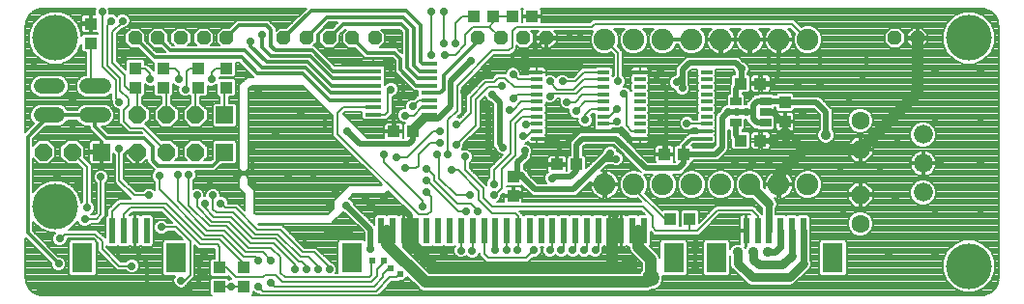
<source format=gbl>
G75*
%MOIN*%
%OFA0B0*%
%FSLAX24Y24*%
%IPPOS*%
%LPD*%
%AMOC8*
5,1,8,0,0,1.08239X$1,22.5*
%
%ADD10C,0.0660*%
%ADD11R,0.0236X0.0866*%
%ADD12R,0.0709X0.1024*%
%ADD13C,0.0750*%
%ADD14R,0.0571X0.0138*%
%ADD15OC8,0.0472*%
%ADD16OC8,0.0630*%
%ADD17C,0.0630*%
%ADD18R,0.0433X0.0394*%
%ADD19R,0.0600X0.0600*%
%ADD20OC8,0.0600*%
%ADD21R,0.0390X0.0120*%
%ADD22R,0.0394X0.0433*%
%ADD23R,0.0390X0.0272*%
%ADD24C,0.0540*%
%ADD25C,0.0277*%
%ADD26C,0.0118*%
%ADD27C,0.0394*%
%ADD28C,0.0197*%
%ADD29C,0.0591*%
%ADD30C,0.0079*%
%ADD31C,0.0356*%
%ADD32C,0.0315*%
%ADD33C,0.0236*%
%ADD34C,0.0238*%
%ADD35C,0.1575*%
D10*
X031202Y004963D03*
X031202Y005963D03*
X031202Y006963D03*
D11*
X027069Y003640D03*
X026675Y003640D03*
X026281Y003640D03*
X025887Y003640D03*
X025494Y003640D03*
X025100Y003640D03*
X021572Y003640D03*
X021179Y003640D03*
X020785Y003640D03*
X020391Y003640D03*
X019998Y003640D03*
X019604Y003640D03*
X019210Y003640D03*
X018817Y003640D03*
X018423Y003640D03*
X018029Y003640D03*
X017635Y003640D03*
X017242Y003640D03*
X016848Y003640D03*
X016454Y003640D03*
X016061Y003640D03*
X015667Y003640D03*
X015273Y003640D03*
X014880Y003640D03*
X014486Y003640D03*
X014092Y003640D03*
X013698Y003640D03*
X013305Y003640D03*
X012911Y003640D03*
X012517Y003640D03*
X004431Y003640D03*
X004037Y003640D03*
X003643Y003640D03*
X003250Y003640D03*
D12*
X002226Y002695D03*
X005454Y002695D03*
X011494Y002695D03*
X022596Y002695D03*
X024076Y002695D03*
X028092Y002695D03*
D13*
X027222Y005234D03*
X026222Y005234D03*
X025222Y005234D03*
X024222Y005234D03*
X023222Y005234D03*
X022222Y005234D03*
X021222Y005234D03*
X020222Y005234D03*
X020222Y010234D03*
X021222Y010234D03*
X022222Y010234D03*
X023222Y010234D03*
X024222Y010234D03*
X025222Y010234D03*
X026222Y010234D03*
X027222Y010234D03*
D14*
X014185Y009397D03*
X014185Y009147D03*
X014185Y008897D03*
X014185Y008647D03*
X014185Y008397D03*
X014185Y008147D03*
X014185Y007897D03*
X014185Y007647D03*
X012236Y007647D03*
X012236Y007897D03*
X012236Y008147D03*
X012236Y008397D03*
X012236Y008647D03*
X012236Y008897D03*
X012236Y009147D03*
X012236Y009397D03*
D15*
X012305Y010293D03*
X011517Y010293D03*
X010730Y010293D03*
X009943Y010293D03*
X009155Y010293D03*
X007187Y010293D03*
X006399Y010293D03*
X005612Y010293D03*
X004824Y010293D03*
X004037Y010293D03*
X015848Y010293D03*
X016635Y010293D03*
X017423Y010293D03*
X018210Y010293D03*
X030218Y010293D03*
X031006Y010293D03*
D16*
X029037Y006447D03*
X029037Y004888D03*
D17*
X029037Y003888D03*
X029037Y007447D03*
D18*
X025592Y006750D03*
X024923Y006750D03*
X022954Y006278D03*
X022285Y006278D03*
X019254Y005923D03*
X018584Y005923D03*
X013624Y007065D03*
X012954Y007065D03*
X007187Y008581D03*
X006202Y008581D03*
X005021Y008581D03*
X004037Y008581D03*
X004037Y009250D03*
X005021Y009250D03*
X006202Y009250D03*
X007187Y009250D03*
X002502Y010116D03*
X002502Y010786D03*
X017049Y011041D03*
X017718Y011041D03*
X024923Y008719D03*
X025592Y008719D03*
X007777Y002360D03*
X006950Y002360D03*
X006950Y001691D03*
X007777Y001691D03*
D19*
X007112Y006356D03*
X007112Y007636D03*
X002872Y006356D03*
D20*
X001872Y006356D03*
X000872Y006356D03*
X004112Y006356D03*
X005112Y006356D03*
X006112Y006356D03*
X006112Y007636D03*
X005112Y007636D03*
X004112Y007636D03*
D21*
X017888Y007587D03*
X017888Y007843D03*
X017888Y008099D03*
X017888Y008354D03*
X017888Y008610D03*
X017888Y008866D03*
X017888Y009122D03*
X020186Y009122D03*
X020186Y008866D03*
X020186Y008610D03*
X020186Y008354D03*
X020186Y008099D03*
X020186Y007843D03*
X020186Y007587D03*
X020186Y007331D03*
X020186Y007075D03*
X020186Y006819D03*
X021432Y006819D03*
X021432Y007075D03*
X021432Y007331D03*
X021432Y007587D03*
X021432Y007843D03*
X021432Y008099D03*
X021432Y008354D03*
X021432Y008610D03*
X021432Y008866D03*
X021432Y009122D03*
X023729Y009122D03*
X023729Y008866D03*
X023729Y008610D03*
X023729Y008354D03*
X023729Y008099D03*
X023729Y007843D03*
X023729Y007587D03*
X023729Y007331D03*
X023729Y007075D03*
X023729Y006819D03*
X017888Y006819D03*
X017888Y007075D03*
X017888Y007331D03*
D22*
X017069Y005510D03*
X017069Y004841D03*
X022482Y004034D03*
X023151Y004034D03*
X026439Y007400D03*
X026439Y008069D03*
X016380Y011041D03*
X015710Y011041D03*
D23*
X024746Y008108D03*
X025765Y008108D03*
X025765Y007734D03*
X025765Y007360D03*
X024746Y007360D03*
D24*
X002929Y007628D02*
X002389Y007628D01*
X001354Y007628D02*
X000814Y007628D01*
X000814Y008628D02*
X001354Y008628D01*
X002389Y008628D02*
X002929Y008628D01*
D25*
X001872Y008128D03*
X003486Y008089D03*
X005769Y008522D03*
X005533Y008876D03*
X004549Y008876D03*
X006675Y008876D03*
X008289Y008404D03*
X009746Y007734D03*
X010572Y007341D03*
X011360Y007065D03*
X013328Y007616D03*
X013604Y007931D03*
X012856Y008522D03*
X011281Y009427D03*
X012856Y009467D03*
X014234Y009703D03*
X014706Y009703D03*
X015612Y009506D03*
X016419Y009408D03*
X017029Y009506D03*
X017423Y009506D03*
X017069Y009034D03*
X016675Y008640D03*
X016360Y008325D03*
X016045Y008010D03*
X016950Y007813D03*
X017069Y008207D03*
X018328Y008286D03*
X018919Y008089D03*
X019234Y007774D03*
X019549Y007459D03*
X020651Y007419D03*
X020651Y007853D03*
X020887Y008364D03*
X020691Y008797D03*
X021006Y009191D03*
X022147Y009112D03*
X022698Y008758D03*
X022895Y008561D03*
X024943Y009230D03*
X025887Y009506D03*
X026872Y009506D03*
X027659Y009506D03*
X029234Y009506D03*
X029116Y008837D03*
X027659Y008719D03*
X026872Y008719D03*
X025966Y008719D03*
X028643Y008246D03*
X027029Y007656D03*
X025100Y007734D03*
X024785Y007734D03*
X024470Y007734D03*
X023053Y007341D03*
X022147Y007538D03*
X020415Y006317D03*
X020612Y006120D03*
X018407Y005451D03*
X017620Y005884D03*
X017344Y005530D03*
X016399Y005254D03*
X016399Y004860D03*
X017344Y004860D03*
X015848Y004309D03*
X015454Y004309D03*
X015572Y004860D03*
X014076Y004979D03*
X014076Y005372D03*
X014076Y005766D03*
X013328Y005805D03*
X013053Y006160D03*
X012620Y006278D03*
X011320Y006081D03*
X010179Y005608D03*
X009313Y005530D03*
X008092Y005293D03*
X007502Y005608D03*
X008092Y005884D03*
X006596Y005372D03*
X005887Y005569D03*
X005494Y005569D03*
X004864Y005530D03*
X004509Y004860D03*
X006163Y004860D03*
X006714Y004860D03*
X006439Y004585D03*
X006990Y004585D03*
X004943Y003758D03*
X003446Y002931D03*
X003919Y002419D03*
X005612Y001908D03*
X006399Y002183D03*
X006242Y002538D03*
X006399Y002813D03*
X008289Y002616D03*
X008722Y002616D03*
X009549Y002301D03*
X009943Y002301D03*
X010336Y002301D03*
X010730Y002301D03*
X012147Y003010D03*
X010631Y003502D03*
X011399Y003561D03*
X009864Y003404D03*
X010730Y004506D03*
X011320Y004506D03*
X011990Y004703D03*
X012620Y004703D03*
X013171Y004349D03*
X013958Y004467D03*
X010927Y004939D03*
X014431Y006278D03*
X014824Y006278D03*
X015415Y006199D03*
X015100Y006593D03*
X014549Y006671D03*
X014549Y007065D03*
X015100Y007301D03*
X016714Y006514D03*
X016439Y006199D03*
X017462Y006396D03*
X017423Y006908D03*
X017502Y007301D03*
X015376Y008443D03*
X018328Y008797D03*
X018761Y008797D03*
X019352Y009388D03*
X019391Y010293D03*
X018998Y010293D03*
X015061Y010097D03*
X014667Y010097D03*
X012895Y010097D03*
X014234Y011199D03*
X014667Y011199D03*
X008407Y010412D03*
X008013Y010175D03*
X003643Y009703D03*
X003565Y010057D03*
X003604Y010884D03*
X003210Y010884D03*
X002895Y011199D03*
X002502Y011199D03*
X000533Y009309D03*
X001872Y007144D03*
X003486Y006475D03*
X002856Y005490D03*
X002069Y005254D03*
X001360Y005530D03*
X002383Y004427D03*
X002305Y004034D03*
X001439Y003364D03*
X001399Y002498D03*
X003683Y001750D03*
X000769Y001593D03*
X007344Y001711D03*
X008289Y001711D03*
X008722Y001829D03*
X014667Y002419D03*
X015612Y002341D03*
X016635Y002419D03*
X016439Y002971D03*
X016832Y002971D03*
X017226Y002971D03*
X017777Y002971D03*
X018328Y002971D03*
X018722Y002971D03*
X019116Y002971D03*
X019509Y002971D03*
X019903Y002971D03*
X020592Y004171D03*
X023328Y003049D03*
X023328Y002341D03*
X028446Y001750D03*
X030021Y001750D03*
X031596Y001750D03*
X031596Y002813D03*
X030021Y002813D03*
X028446Y004388D03*
X030257Y004821D03*
X031596Y004388D03*
X033171Y004388D03*
X029706Y005687D03*
X028328Y005687D03*
X025887Y005963D03*
X025297Y005963D03*
X024706Y005963D03*
X025927Y006750D03*
X026478Y006750D03*
X030297Y006671D03*
X031793Y005963D03*
X033171Y005963D03*
X033171Y007538D03*
X031596Y007538D03*
X031596Y009112D03*
X033171Y009112D03*
X015651Y002931D03*
X015273Y002947D03*
X014667Y002813D03*
X014943Y005727D03*
X008880Y007026D03*
X008092Y006553D03*
D26*
X007112Y006356D02*
X007112Y006278D01*
X006718Y005884D01*
X004824Y005884D01*
X004628Y006081D01*
X004628Y006553D01*
X004352Y006829D01*
X003053Y006829D01*
X002659Y007223D01*
X002659Y007628D01*
X001084Y007628D01*
X000336Y006880D01*
X000336Y003561D01*
X001399Y002498D01*
X003446Y002931D02*
X004037Y002931D01*
X004431Y002538D01*
X004431Y001593D01*
X005927Y001593D01*
X006242Y001908D01*
X006242Y002538D01*
X004431Y001593D02*
X000769Y001593D01*
X012954Y007065D02*
X012954Y007951D01*
X013289Y008286D01*
X013289Y008719D01*
X012856Y009152D01*
X012856Y009467D01*
X013171Y009585D02*
X012974Y009782D01*
X012029Y009782D01*
X011517Y010293D01*
X011202Y010766D02*
X010730Y010293D01*
X010651Y011002D02*
X009943Y010293D01*
X009155Y010293D02*
X010100Y011238D01*
X013368Y011238D01*
X013880Y010727D01*
X013880Y009467D01*
X013949Y009397D01*
X014185Y009397D01*
X013845Y009147D02*
X013643Y009349D01*
X013643Y010648D01*
X013289Y011002D01*
X010651Y011002D01*
X011202Y010766D02*
X013210Y010766D01*
X013407Y010569D01*
X013407Y009270D01*
X013780Y008897D01*
X014185Y008897D01*
X014185Y009147D02*
X013845Y009147D01*
X013715Y008647D02*
X013171Y009191D01*
X013171Y009585D01*
X012236Y009147D02*
X010853Y009147D01*
X010139Y009860D01*
X008880Y009860D01*
X008722Y010018D01*
X008722Y010569D01*
X008565Y010727D01*
X007620Y010727D01*
X007187Y010293D01*
X008013Y010175D02*
X008013Y010018D01*
X008565Y009467D01*
X009982Y009467D01*
X010802Y008647D01*
X012236Y008647D01*
X012236Y008897D02*
X010827Y008897D01*
X010061Y009664D01*
X008722Y009664D01*
X008407Y009979D01*
X008407Y010412D01*
X007817Y009860D02*
X005257Y009860D01*
X004824Y010293D01*
X004706Y009624D02*
X004037Y010293D01*
X004706Y009624D02*
X007698Y009624D01*
X008250Y009073D01*
X009824Y009073D01*
X010751Y008147D01*
X012236Y008147D01*
X012236Y008397D02*
X010776Y008397D01*
X009903Y009270D01*
X008407Y009270D01*
X007817Y009860D01*
X007187Y008581D02*
X007112Y008506D01*
X006202Y008581D02*
X006112Y008490D01*
X005112Y008490D02*
X005021Y008581D01*
X012226Y007892D02*
X012231Y007892D01*
X012236Y007897D01*
X013624Y007282D02*
X013989Y007647D01*
X014185Y007647D01*
X013624Y007282D02*
X013624Y007065D01*
X014185Y008397D02*
X014542Y008397D01*
X014667Y008522D01*
X014667Y008994D01*
X015848Y010175D01*
X015848Y010293D01*
X017324Y009408D02*
X018210Y010293D01*
X017324Y009408D02*
X017265Y009349D01*
X017492Y009122D01*
X017888Y009122D01*
X021006Y009191D02*
X021074Y009122D01*
X021432Y009122D01*
X021822Y009122D01*
X022334Y008610D01*
X022334Y007065D01*
X022344Y007075D01*
X023729Y007075D01*
X023729Y006819D02*
X023200Y006819D01*
X022954Y006573D01*
X022954Y006278D01*
X022334Y006327D02*
X022285Y006278D01*
X022334Y006327D02*
X022334Y006819D01*
X022334Y007065D01*
X022334Y006819D02*
X021432Y006819D01*
X021055Y006819D01*
X020799Y007075D01*
X020186Y007075D01*
X019283Y007075D01*
X018781Y006573D01*
X018535Y006819D01*
X017888Y006819D01*
X017807Y006819D01*
X018584Y006376D02*
X018781Y006573D01*
X018584Y006376D02*
X018584Y005923D01*
X017659Y005923D01*
X017620Y005884D01*
X018545Y005963D02*
X018584Y005923D01*
X018584Y006022D01*
X023328Y003286D02*
X023683Y003640D01*
X025100Y003640D01*
X023328Y003286D02*
X023328Y002341D01*
X025336Y007656D02*
X025257Y007734D01*
X025966Y008719D02*
X026222Y008975D01*
X026222Y010234D01*
X025222Y010234D01*
X024222Y010234D01*
X023222Y010234D02*
X022222Y010234D01*
X029116Y008837D02*
X030966Y008837D01*
X031006Y008797D01*
X014185Y008647D02*
X013715Y008647D01*
D27*
X026222Y005589D02*
X026222Y005234D01*
X026222Y005589D02*
X027080Y006447D01*
X029037Y006447D01*
X031006Y008416D01*
X031006Y008797D01*
X031006Y010293D01*
X021380Y003640D02*
X021380Y003069D01*
X021813Y002636D01*
X021813Y002006D01*
X021675Y001868D01*
X014037Y001868D01*
X012718Y003187D01*
X012718Y003640D01*
X013506Y003640D02*
X013506Y003227D01*
X014352Y002380D01*
X020474Y002380D01*
X020966Y002380D01*
X021045Y002459D01*
X020474Y002380D02*
X020474Y003522D01*
X020592Y003640D01*
D28*
X020592Y004171D01*
X020592Y003640D02*
X020391Y003640D01*
X020592Y003640D02*
X020785Y003640D01*
X021179Y003640D02*
X021380Y003640D01*
X021572Y003640D01*
X019155Y005057D02*
X017817Y005057D01*
X017344Y005530D01*
X017226Y005648D01*
X017226Y006002D01*
X017462Y006238D01*
X017462Y006396D01*
X016714Y006514D02*
X016596Y006632D01*
X016596Y008089D01*
X016360Y008325D01*
X016045Y008010D02*
X016202Y007853D01*
X016202Y006435D01*
X016439Y006199D01*
X017069Y005510D02*
X017324Y005510D01*
X017344Y005530D01*
X018407Y005451D02*
X018446Y005490D01*
X019037Y005490D01*
X019254Y005707D01*
X019254Y005923D01*
X019254Y006612D01*
X019460Y006819D01*
X020186Y006819D01*
X020622Y006819D01*
X021635Y005805D01*
X022777Y005805D01*
X022954Y005982D01*
X022954Y006278D01*
X024037Y006278D01*
X024273Y006514D01*
X024273Y007538D01*
X024470Y007734D01*
X024785Y007734D01*
X025100Y007734D01*
X025257Y007734D01*
X025336Y007656D02*
X025336Y007498D01*
X025474Y007360D01*
X025765Y007360D01*
X026006Y007734D02*
X026340Y007400D01*
X026439Y007400D01*
X026439Y007144D01*
X026045Y006750D01*
X025927Y006750D01*
X025592Y006750D01*
X024923Y006750D02*
X024746Y006927D01*
X024746Y007360D01*
X025336Y007656D02*
X025336Y007971D01*
X025474Y008108D01*
X025765Y008108D01*
X026399Y008108D01*
X026439Y008069D01*
X027521Y008069D01*
X027856Y007734D01*
X027856Y006947D01*
X027080Y006502D02*
X027080Y006447D01*
X027080Y006502D02*
X026439Y007144D01*
X026006Y007734D02*
X025765Y007734D01*
X024746Y008108D02*
X024746Y008541D01*
X024923Y008719D01*
X024943Y008738D01*
X024943Y009230D01*
X024746Y009427D01*
X023131Y009427D01*
X022895Y009191D01*
X022895Y008955D01*
X022698Y008758D01*
X022895Y008955D02*
X022895Y008561D01*
X025592Y008719D02*
X025966Y008719D01*
X020415Y006317D02*
X020218Y006120D01*
X020612Y006120D01*
X020218Y006120D02*
X019155Y005057D01*
X017344Y004860D02*
X017324Y004841D01*
X017069Y004841D01*
X019254Y005923D02*
X019254Y006061D01*
X014903Y007931D02*
X014470Y007498D01*
X014057Y007498D01*
X013624Y007065D01*
X013624Y006770D01*
X013486Y006632D01*
X011793Y006632D01*
X011360Y007065D01*
X014903Y007931D02*
X014903Y008797D01*
X015612Y009506D01*
X016419Y009408D02*
X017324Y009408D01*
X019332Y009408D01*
X016419Y009408D02*
X015454Y008443D01*
X015376Y008443D01*
X012856Y009467D02*
X012786Y009397D01*
X012236Y009397D01*
X011312Y009397D01*
X011281Y009427D01*
X011990Y004703D02*
X012383Y004309D01*
X013328Y004309D01*
X013506Y004132D01*
X013506Y003640D01*
X013698Y003640D01*
X013506Y003640D02*
X013305Y003640D01*
X012911Y003640D02*
X012718Y003640D01*
X012517Y003640D01*
X012147Y003679D02*
X012147Y003010D01*
X010809Y003679D02*
X010631Y003502D01*
X010533Y003404D01*
X009864Y003404D01*
X010809Y003679D02*
X011281Y003679D01*
X011399Y003561D01*
X012147Y003679D02*
X011320Y004506D01*
X016454Y003640D02*
X016454Y002986D01*
D29*
X021065Y002498D03*
X021813Y002006D03*
D30*
X000672Y001434D02*
X000572Y001480D01*
X000482Y001543D01*
X000405Y001621D01*
X000342Y001711D01*
X000295Y001810D01*
X000267Y001916D01*
X000257Y002026D01*
X000257Y003389D01*
X000263Y003384D01*
X001142Y002504D01*
X001142Y002447D01*
X001181Y002353D01*
X001254Y002280D01*
X001348Y002241D01*
X001450Y002241D01*
X001545Y002280D01*
X001617Y002353D01*
X001656Y002447D01*
X001656Y002549D01*
X001617Y002644D01*
X001545Y002716D01*
X001450Y002755D01*
X001393Y002755D01*
X000513Y003635D01*
X000513Y003954D01*
X000513Y003954D01*
X000768Y003699D01*
X001101Y003561D01*
X001272Y003561D01*
X001221Y003510D01*
X001182Y003415D01*
X001182Y003313D01*
X001221Y003219D01*
X001293Y003147D01*
X001387Y003107D01*
X001490Y003107D01*
X001584Y003147D01*
X001656Y003219D01*
X001695Y003313D01*
X001695Y003364D01*
X002594Y003364D01*
X002738Y003220D01*
X002738Y002945D01*
X003328Y002354D01*
X003421Y002262D01*
X003713Y002262D01*
X003773Y002202D01*
X003868Y002163D01*
X003970Y002163D01*
X004064Y002202D01*
X004137Y002274D01*
X004176Y002368D01*
X004176Y002471D01*
X004137Y002565D01*
X004064Y002637D01*
X003970Y002676D01*
X003868Y002676D01*
X003773Y002637D01*
X003713Y002577D01*
X003551Y002577D01*
X003053Y003075D01*
X003053Y003119D01*
X003083Y003089D01*
X003417Y003089D01*
X003446Y003119D01*
X003476Y003089D01*
X003810Y003089D01*
X003840Y003119D01*
X003846Y003112D01*
X003873Y003097D01*
X003903Y003089D01*
X004017Y003089D01*
X004017Y003620D01*
X004057Y003620D01*
X004057Y003089D01*
X004171Y003089D01*
X004201Y003097D01*
X004228Y003112D01*
X004234Y003119D01*
X004264Y003089D01*
X004598Y003089D01*
X004667Y003158D01*
X004667Y004122D01*
X004598Y004191D01*
X004264Y004191D01*
X004234Y004161D01*
X004228Y004168D01*
X004201Y004183D01*
X004171Y004191D01*
X004057Y004191D01*
X004057Y003660D01*
X004017Y003660D01*
X004017Y004191D01*
X003903Y004191D01*
X003873Y004183D01*
X003846Y004168D01*
X003840Y004161D01*
X003838Y004163D01*
X003945Y004270D01*
X004956Y004270D01*
X005310Y003916D01*
X005148Y003916D01*
X005088Y003976D01*
X004994Y004015D01*
X004891Y004015D01*
X004797Y003976D01*
X004725Y003904D01*
X004686Y003809D01*
X004686Y003707D01*
X004725Y003613D01*
X004797Y003540D01*
X004891Y003501D01*
X004994Y003501D01*
X005088Y003540D01*
X005148Y003601D01*
X005389Y003601D01*
X005665Y003325D01*
X005051Y003325D01*
X004982Y003256D01*
X004982Y002134D01*
X005051Y002065D01*
X005406Y002065D01*
X005394Y002053D01*
X005355Y001959D01*
X005355Y001857D01*
X005394Y001762D01*
X005466Y001690D01*
X005561Y001651D01*
X005663Y001651D01*
X005757Y001690D01*
X005830Y001762D01*
X005845Y001800D01*
X005887Y001842D01*
X006084Y002039D01*
X006084Y003142D01*
X006216Y003010D01*
X006793Y003010D01*
X006793Y002675D01*
X006685Y002675D01*
X006616Y002606D01*
X006616Y002115D01*
X006685Y002045D01*
X007216Y002045D01*
X007238Y002067D01*
X007337Y001968D01*
X007293Y001968D01*
X007266Y001956D01*
X007216Y002006D01*
X006685Y002006D01*
X006616Y001937D01*
X006616Y001445D01*
X006665Y001396D01*
X000887Y001396D01*
X000778Y001405D01*
X000672Y001434D01*
X000594Y001470D02*
X006616Y001470D01*
X006616Y001547D02*
X000478Y001547D01*
X000402Y001625D02*
X006616Y001625D01*
X006616Y001702D02*
X005769Y001702D01*
X005837Y001779D02*
X006616Y001779D01*
X006616Y001856D02*
X005901Y001856D01*
X005979Y001934D02*
X006616Y001934D01*
X006642Y002088D02*
X006084Y002088D01*
X006084Y002165D02*
X006616Y002165D01*
X006616Y002242D02*
X006084Y002242D01*
X006084Y002320D02*
X006616Y002320D01*
X006616Y002397D02*
X006084Y002397D01*
X006084Y002474D02*
X006616Y002474D01*
X006616Y002551D02*
X006084Y002551D01*
X006084Y002629D02*
X006638Y002629D01*
X006793Y002706D02*
X006084Y002706D01*
X006084Y002783D02*
X006793Y002783D01*
X006793Y002860D02*
X006084Y002860D01*
X006084Y002938D02*
X006793Y002938D01*
X006950Y003089D02*
X006950Y002360D01*
X007167Y002360D01*
X007502Y002026D01*
X008446Y002026D01*
X008525Y002104D01*
X008880Y002104D01*
X009116Y001868D01*
X012187Y001868D01*
X012383Y002065D01*
X012383Y002301D01*
X012620Y002538D01*
X012620Y002616D01*
X012777Y002341D02*
X012856Y002341D01*
X012777Y002341D02*
X012580Y002144D01*
X012580Y002026D01*
X012265Y001711D01*
X008840Y001711D01*
X008722Y001829D01*
X008446Y001553D02*
X008289Y001711D01*
X008446Y001553D02*
X012344Y001553D01*
X012817Y002026D01*
X013053Y002026D01*
X013171Y002144D01*
X013373Y002011D02*
X013449Y002011D01*
X013408Y002046D02*
X013408Y002052D01*
X013770Y001690D01*
X013859Y001601D01*
X013974Y001553D01*
X021737Y001553D01*
X021832Y001593D01*
X021895Y001593D01*
X022047Y001656D01*
X022163Y001772D01*
X022226Y001924D01*
X022226Y002065D01*
X022999Y002065D01*
X023069Y002134D01*
X023069Y003256D01*
X022999Y003325D01*
X022193Y003325D01*
X022124Y003256D01*
X022124Y002708D01*
X022080Y002814D01*
X021991Y002903D01*
X021772Y003122D01*
X021809Y003158D01*
X021809Y003598D01*
X021832Y003575D01*
X021925Y003482D01*
X023472Y003482D01*
X024181Y004191D01*
X025232Y004191D01*
X025120Y004191D01*
X025120Y003660D01*
X025080Y003660D01*
X025080Y004191D01*
X024966Y004191D01*
X024936Y004183D01*
X024909Y004168D01*
X024887Y004146D01*
X024872Y004119D01*
X024864Y004089D01*
X024864Y003660D01*
X025080Y003660D01*
X025080Y003620D01*
X024864Y003620D01*
X024864Y003191D01*
X024865Y003188D01*
X024765Y003188D01*
X024657Y003143D01*
X024573Y003060D01*
X024549Y003001D01*
X024549Y003256D01*
X024480Y003325D01*
X023673Y003325D01*
X023604Y003256D01*
X023604Y002134D01*
X023673Y002065D01*
X024480Y002065D01*
X024549Y002134D01*
X024549Y002783D01*
X024549Y002783D01*
X024549Y002443D01*
X024591Y002342D01*
X024668Y002265D01*
X025141Y001792D01*
X025242Y001750D01*
X026651Y001750D01*
X026752Y001792D01*
X027302Y002342D01*
X027344Y002443D01*
X027344Y002553D01*
X027305Y002648D01*
X027305Y004122D01*
X027236Y004191D01*
X026901Y004191D01*
X026872Y004161D01*
X026842Y004191D01*
X026508Y004191D01*
X026478Y004161D01*
X026448Y004191D01*
X026124Y004191D01*
X026124Y004419D01*
X026163Y004514D01*
X026163Y004624D01*
X026121Y004725D01*
X026086Y004760D01*
X026107Y004753D01*
X026183Y004741D01*
X026183Y005195D01*
X026261Y005195D01*
X026261Y004741D01*
X026338Y004753D01*
X026411Y004777D01*
X026480Y004813D01*
X026543Y004858D01*
X026598Y004913D01*
X026644Y004976D01*
X026679Y005045D01*
X026703Y005119D01*
X026715Y005195D01*
X026261Y005195D01*
X026261Y005274D01*
X026183Y005274D01*
X026183Y005727D01*
X026107Y005715D01*
X026033Y005691D01*
X025964Y005656D01*
X025901Y005611D01*
X025846Y005556D01*
X025800Y005493D01*
X025765Y005424D01*
X025741Y005350D01*
X025729Y005274D01*
X026183Y005274D01*
X026183Y005195D01*
X025729Y005195D01*
X025741Y005119D01*
X025748Y005098D01*
X025714Y005133D01*
X025715Y005136D01*
X025715Y005332D01*
X025738Y005332D01*
X025715Y005332D02*
X025640Y005514D01*
X025501Y005652D01*
X025320Y005728D01*
X025124Y005728D01*
X024943Y005652D01*
X024804Y005514D01*
X024729Y005332D01*
X024715Y005332D01*
X024640Y005514D01*
X024501Y005652D01*
X024320Y005728D01*
X024124Y005728D01*
X023943Y005652D01*
X023804Y005514D01*
X023729Y005332D01*
X023715Y005332D01*
X023640Y005514D01*
X023501Y005652D01*
X023320Y005728D01*
X023124Y005728D01*
X022943Y005652D01*
X022804Y005514D01*
X022729Y005332D01*
X022715Y005332D01*
X022640Y005514D01*
X022565Y005589D01*
X022867Y005589D01*
X023044Y005766D01*
X023171Y005893D01*
X023171Y005963D01*
X023220Y005963D01*
X023289Y006032D01*
X023289Y006061D01*
X024127Y006061D01*
X024363Y006297D01*
X024490Y006424D01*
X024490Y007119D01*
X024502Y007106D01*
X024529Y007106D01*
X024529Y006838D01*
X024588Y006779D01*
X024588Y006504D01*
X024657Y006435D01*
X025188Y006435D01*
X025257Y006504D01*
X025257Y006996D01*
X025188Y007065D01*
X024962Y007065D01*
X024962Y007106D01*
X024989Y007106D01*
X025059Y007176D01*
X025059Y007478D01*
X025120Y007478D01*
X025120Y007408D01*
X025257Y007271D01*
X025384Y007144D01*
X025484Y007144D01*
X025522Y007106D01*
X026009Y007106D01*
X026078Y007176D01*
X026078Y007545D01*
X026070Y007553D01*
X026078Y007583D01*
X026078Y007706D01*
X025794Y007706D01*
X025794Y007763D01*
X026078Y007763D01*
X026078Y007886D01*
X026077Y007892D01*
X026124Y007892D01*
X026124Y007804D01*
X026078Y007804D01*
X026124Y007804D02*
X026193Y007734D01*
X026684Y007734D01*
X026754Y007804D01*
X027480Y007804D01*
X027432Y007853D02*
X027639Y007645D01*
X027639Y007149D01*
X027605Y007115D01*
X027560Y007006D01*
X027560Y006888D01*
X027605Y006779D01*
X027688Y006696D01*
X027797Y006651D01*
X027915Y006651D01*
X028024Y006696D01*
X028107Y006779D01*
X028152Y006888D01*
X028152Y007006D01*
X028107Y007115D01*
X028072Y007149D01*
X028072Y007824D01*
X027946Y007951D01*
X027738Y008159D01*
X027611Y008286D01*
X026754Y008286D01*
X026754Y008335D01*
X026684Y008404D01*
X026193Y008404D01*
X026124Y008335D01*
X026124Y008325D01*
X026047Y008325D01*
X026009Y008362D01*
X025522Y008362D01*
X025484Y008325D01*
X025384Y008325D01*
X025247Y008187D01*
X025120Y008060D01*
X025120Y007991D01*
X025059Y007991D01*
X025059Y008293D01*
X024989Y008362D01*
X024962Y008362D01*
X024962Y008404D01*
X025188Y008404D01*
X025257Y008473D01*
X025257Y008964D01*
X025188Y009034D01*
X025159Y009034D01*
X025159Y009084D01*
X025160Y009085D01*
X025199Y009179D01*
X025199Y009282D01*
X025160Y009376D01*
X025088Y009448D01*
X024994Y009487D01*
X024992Y009487D01*
X024835Y009644D01*
X023042Y009644D01*
X022806Y009408D01*
X022679Y009281D01*
X022679Y009045D01*
X022649Y009015D01*
X022647Y009015D01*
X022553Y008976D01*
X022481Y008904D01*
X022442Y008809D01*
X022442Y008707D01*
X022481Y008613D01*
X022553Y008540D01*
X022641Y008504D01*
X022678Y008416D01*
X022750Y008343D01*
X022844Y008304D01*
X022946Y008304D01*
X023041Y008343D01*
X023113Y008416D01*
X023152Y008510D01*
X023152Y008612D01*
X023113Y008707D01*
X023112Y008708D01*
X023112Y009101D01*
X023221Y009211D01*
X023416Y009211D01*
X023416Y009013D01*
X023435Y008994D01*
X023416Y008975D01*
X023416Y008757D01*
X023435Y008738D01*
X023416Y008719D01*
X023416Y008501D01*
X023435Y008482D01*
X023416Y008463D01*
X023416Y008246D01*
X023435Y008227D01*
X023416Y008208D01*
X023416Y007990D01*
X023435Y007971D01*
X023416Y007952D01*
X023416Y007734D01*
X023435Y007715D01*
X023416Y007696D01*
X023416Y007488D01*
X023268Y007488D01*
X023198Y007558D01*
X023104Y007598D01*
X023002Y007598D01*
X022907Y007558D01*
X022835Y007486D01*
X022796Y007392D01*
X022796Y007290D01*
X022835Y007195D01*
X022907Y007123D01*
X023002Y007084D01*
X023104Y007084D01*
X023198Y007123D01*
X023249Y007173D01*
X023422Y007173D01*
X023416Y007151D01*
X023416Y007075D01*
X023729Y007075D01*
X023729Y007075D01*
X023416Y007075D01*
X023416Y006999D01*
X023417Y006996D01*
X023127Y006996D01*
X023023Y006892D01*
X022881Y006750D01*
X022777Y006646D01*
X022777Y006593D01*
X022689Y006593D01*
X022620Y006523D01*
X022620Y006032D01*
X022630Y006022D01*
X022604Y006022D01*
X022612Y006035D01*
X022620Y006065D01*
X022620Y006238D01*
X022324Y006238D01*
X022324Y006317D01*
X022246Y006317D01*
X022246Y006593D01*
X022053Y006593D01*
X022023Y006585D01*
X021996Y006569D01*
X021974Y006547D01*
X021958Y006520D01*
X021950Y006490D01*
X021950Y006317D01*
X022246Y006317D01*
X022246Y006238D01*
X021950Y006238D01*
X021950Y006065D01*
X021958Y006035D01*
X021966Y006022D01*
X021725Y006022D01*
X020711Y007036D01*
X020499Y007036D01*
X020499Y007075D01*
X020499Y007151D01*
X020493Y007173D01*
X020574Y007173D01*
X020600Y007163D01*
X020702Y007163D01*
X020797Y007202D01*
X020809Y007214D01*
X020809Y007197D01*
X020901Y007104D01*
X020996Y007010D01*
X021088Y006917D01*
X021125Y006917D01*
X021118Y006895D01*
X021118Y006819D01*
X021118Y006744D01*
X021127Y006713D01*
X021142Y006687D01*
X021164Y006665D01*
X021191Y006649D01*
X021221Y006641D01*
X021432Y006641D01*
X021642Y006641D01*
X021672Y006649D01*
X021699Y006665D01*
X021721Y006687D01*
X021737Y006713D01*
X021745Y006744D01*
X021745Y006819D01*
X021432Y006819D01*
X021432Y006819D01*
X021745Y006819D01*
X021745Y006895D01*
X021737Y006925D01*
X021724Y006946D01*
X021745Y006966D01*
X021745Y007184D01*
X021726Y007203D01*
X021745Y007222D01*
X021745Y007440D01*
X021726Y007459D01*
X021745Y007478D01*
X021745Y007696D01*
X021726Y007715D01*
X021745Y007734D01*
X021745Y007952D01*
X021726Y007971D01*
X021745Y007990D01*
X021745Y008208D01*
X021726Y008227D01*
X021745Y008246D01*
X021745Y008463D01*
X021726Y008482D01*
X021745Y008501D01*
X021745Y008719D01*
X021726Y008738D01*
X021745Y008757D01*
X021745Y008975D01*
X021724Y008995D01*
X021737Y009017D01*
X021745Y009047D01*
X021745Y009122D01*
X021432Y009122D01*
X021432Y009122D01*
X021745Y009122D01*
X021745Y009198D01*
X021737Y009228D01*
X021721Y009255D01*
X021699Y009277D01*
X021672Y009292D01*
X021642Y009300D01*
X021432Y009300D01*
X021432Y009122D01*
X021432Y009122D01*
X021118Y009122D01*
X021118Y009047D01*
X021127Y009017D01*
X021139Y008995D01*
X021118Y008975D01*
X021118Y008757D01*
X021137Y008738D01*
X021118Y008719D01*
X021118Y008501D01*
X021137Y008482D01*
X021123Y008468D01*
X021105Y008510D01*
X021033Y008582D01*
X020938Y008621D01*
X020878Y008621D01*
X020908Y008652D01*
X020947Y008746D01*
X020947Y008848D01*
X020908Y008943D01*
X020848Y009003D01*
X020848Y009831D01*
X020756Y009923D01*
X020665Y010014D01*
X020715Y010136D01*
X020715Y010332D01*
X020640Y010514D01*
X020545Y010608D01*
X020899Y010608D01*
X020804Y010514D01*
X020729Y010332D01*
X020729Y010136D01*
X020804Y009955D01*
X020943Y009816D01*
X021124Y009741D01*
X021320Y009741D01*
X021501Y009816D01*
X021640Y009955D01*
X021715Y010136D01*
X021715Y010332D01*
X021640Y010514D01*
X021545Y010608D01*
X021899Y010608D01*
X021804Y010514D01*
X021729Y010332D01*
X021729Y010136D01*
X021804Y009955D01*
X021943Y009816D01*
X022124Y009741D01*
X022320Y009741D01*
X022501Y009816D01*
X022640Y009955D01*
X022682Y010057D01*
X022762Y010057D01*
X022804Y009955D01*
X022943Y009816D01*
X023124Y009741D01*
X023320Y009741D01*
X023501Y009816D01*
X023640Y009955D01*
X023715Y010136D01*
X023715Y010332D01*
X023640Y010514D01*
X023545Y010608D01*
X023899Y010608D01*
X023846Y010556D01*
X023800Y010493D01*
X023765Y010424D01*
X023741Y010350D01*
X023729Y010274D01*
X024183Y010274D01*
X024183Y010195D01*
X024261Y010195D01*
X024261Y009741D01*
X024338Y009753D01*
X024411Y009777D01*
X024480Y009813D01*
X024543Y009858D01*
X024598Y009913D01*
X024644Y009976D01*
X024679Y010045D01*
X024703Y010119D01*
X024715Y010195D01*
X024261Y010195D01*
X024261Y010274D01*
X024715Y010274D01*
X024703Y010350D01*
X024679Y010424D01*
X024644Y010493D01*
X024598Y010556D01*
X024545Y010608D01*
X024899Y010608D01*
X024846Y010556D01*
X024800Y010493D01*
X024765Y010424D01*
X024741Y010350D01*
X024729Y010274D01*
X025183Y010274D01*
X025183Y010195D01*
X025261Y010195D01*
X025261Y009741D01*
X025338Y009753D01*
X025411Y009777D01*
X025480Y009813D01*
X025543Y009858D01*
X025598Y009913D01*
X025644Y009976D01*
X025679Y010045D01*
X025703Y010119D01*
X025715Y010195D01*
X025261Y010195D01*
X025261Y010274D01*
X025715Y010274D01*
X025703Y010350D01*
X025679Y010424D01*
X025644Y010493D01*
X025598Y010556D01*
X025545Y010608D01*
X025899Y010608D01*
X025846Y010556D01*
X025800Y010493D01*
X025765Y010424D01*
X025741Y010350D01*
X025729Y010274D01*
X026183Y010274D01*
X026183Y010195D01*
X026261Y010195D01*
X026261Y009741D01*
X026338Y009753D01*
X026411Y009777D01*
X026480Y009813D01*
X026543Y009858D01*
X026598Y009913D01*
X026644Y009976D01*
X026679Y010045D01*
X026703Y010119D01*
X026715Y010195D01*
X026261Y010195D01*
X026261Y010274D01*
X026715Y010274D01*
X026703Y010350D01*
X026679Y010424D01*
X026644Y010493D01*
X026598Y010556D01*
X026545Y010608D01*
X026625Y010608D01*
X026779Y010454D01*
X026729Y010332D01*
X026729Y010136D01*
X026804Y009955D01*
X026943Y009816D01*
X027124Y009741D01*
X027320Y009741D01*
X027501Y009816D01*
X027640Y009955D01*
X027715Y010136D01*
X027715Y010332D01*
X027640Y010514D01*
X027501Y010652D01*
X027320Y010728D01*
X027124Y010728D01*
X027002Y010677D01*
X026848Y010831D01*
X026848Y010831D01*
X026756Y010923D01*
X019799Y010923D01*
X019720Y010845D01*
X018053Y010845D01*
X018053Y011002D01*
X017757Y011002D01*
X017757Y011081D01*
X018053Y011081D01*
X018053Y011254D01*
X018045Y011284D01*
X018029Y011311D01*
X018023Y011317D01*
X033171Y011317D01*
X033269Y011309D01*
X033366Y011286D01*
X033457Y011248D01*
X033541Y011197D01*
X033616Y011133D01*
X033680Y011057D01*
X033732Y010973D01*
X033770Y010882D01*
X033793Y010786D01*
X033801Y010687D01*
X033801Y002026D01*
X033793Y001927D01*
X033770Y001831D01*
X033732Y001740D01*
X033680Y001655D01*
X033616Y001580D01*
X033541Y001516D01*
X033457Y001464D01*
X033366Y001427D01*
X033269Y001404D01*
X033171Y001396D01*
X008062Y001396D01*
X008112Y001445D01*
X008112Y001525D01*
X008143Y001493D01*
X008238Y001454D01*
X008323Y001454D01*
X008381Y001396D01*
X012409Y001396D01*
X012502Y001488D01*
X012882Y001868D01*
X013118Y001868D01*
X013156Y001907D01*
X013269Y001907D01*
X013408Y002046D01*
X013296Y001934D02*
X013526Y001934D01*
X013604Y001856D02*
X012870Y001856D01*
X012793Y001779D02*
X013681Y001779D01*
X013758Y001702D02*
X012715Y001702D01*
X012638Y001625D02*
X013835Y001625D01*
X012561Y001547D02*
X032516Y001547D01*
X032597Y001514D02*
X032957Y001514D01*
X033290Y001652D01*
X033545Y001907D01*
X033683Y002239D01*
X033683Y002600D01*
X033545Y002932D01*
X033290Y003187D01*
X032957Y003325D01*
X032597Y003325D01*
X032264Y003187D01*
X032010Y002932D01*
X031872Y002600D01*
X031872Y002239D01*
X032010Y001907D01*
X032264Y001652D01*
X032597Y001514D01*
X032330Y001625D02*
X021972Y001625D01*
X022093Y001702D02*
X032214Y001702D01*
X032137Y001779D02*
X026721Y001779D01*
X026816Y001856D02*
X032060Y001856D01*
X031998Y001934D02*
X026894Y001934D01*
X026971Y002011D02*
X031966Y002011D01*
X031934Y002088D02*
X028518Y002088D01*
X028495Y002065D02*
X028565Y002134D01*
X028565Y003256D01*
X028495Y003325D01*
X027689Y003325D01*
X027620Y003256D01*
X027620Y002134D01*
X027689Y002065D01*
X028495Y002065D01*
X028565Y002165D02*
X031902Y002165D01*
X031872Y002242D02*
X028565Y002242D01*
X028565Y002320D02*
X031872Y002320D01*
X031872Y002397D02*
X028565Y002397D01*
X028565Y002474D02*
X031872Y002474D01*
X031872Y002551D02*
X028565Y002551D01*
X028565Y002629D02*
X031884Y002629D01*
X031916Y002706D02*
X028565Y002706D01*
X028565Y002783D02*
X031948Y002783D01*
X031980Y002860D02*
X028565Y002860D01*
X028565Y002938D02*
X032015Y002938D01*
X032092Y003015D02*
X028565Y003015D01*
X028565Y003092D02*
X032169Y003092D01*
X032246Y003169D02*
X028565Y003169D01*
X028565Y003247D02*
X032408Y003247D01*
X032594Y003324D02*
X028497Y003324D01*
X028894Y003478D02*
X027305Y003478D01*
X027305Y003401D02*
X033801Y003401D01*
X033801Y003324D02*
X032960Y003324D01*
X033146Y003247D02*
X033801Y003247D01*
X033801Y003169D02*
X033308Y003169D01*
X033385Y003092D02*
X033801Y003092D01*
X033801Y003015D02*
X033462Y003015D01*
X033540Y002938D02*
X033801Y002938D01*
X033801Y002860D02*
X033575Y002860D01*
X033607Y002783D02*
X033801Y002783D01*
X033801Y002706D02*
X033639Y002706D01*
X033671Y002629D02*
X033801Y002629D01*
X033801Y002551D02*
X033683Y002551D01*
X033683Y002474D02*
X033801Y002474D01*
X033801Y002397D02*
X033683Y002397D01*
X033683Y002320D02*
X033801Y002320D01*
X033801Y002242D02*
X033683Y002242D01*
X033652Y002165D02*
X033801Y002165D01*
X033801Y002088D02*
X033620Y002088D01*
X033588Y002011D02*
X033800Y002011D01*
X033794Y001934D02*
X033556Y001934D01*
X033495Y001856D02*
X033776Y001856D01*
X033748Y001779D02*
X033417Y001779D01*
X033340Y001702D02*
X033709Y001702D01*
X033654Y001625D02*
X033224Y001625D01*
X033038Y001547D02*
X033578Y001547D01*
X033466Y001470D02*
X012484Y001470D01*
X012502Y001488D02*
X012502Y001488D01*
X012108Y002026D02*
X012187Y002104D01*
X012187Y002577D01*
X012226Y002616D01*
X011021Y002629D02*
X010704Y002629D01*
X010775Y002558D02*
X010283Y003049D01*
X009890Y003049D01*
X009102Y003837D01*
X008315Y003837D01*
X008275Y003876D01*
X010795Y003876D01*
X010887Y003968D01*
X011198Y004279D01*
X011269Y004249D01*
X011271Y004249D01*
X011931Y003590D01*
X011931Y003291D01*
X011897Y003325D01*
X011090Y003325D01*
X011021Y003256D01*
X011021Y002183D01*
X010959Y002183D01*
X010987Y002250D01*
X010987Y002352D01*
X010948Y002447D01*
X010875Y002519D01*
X010781Y002558D01*
X010775Y002558D01*
X010797Y002551D02*
X011021Y002551D01*
X011021Y002474D02*
X010920Y002474D01*
X010968Y002397D02*
X011021Y002397D01*
X011021Y002320D02*
X010987Y002320D01*
X010984Y002242D02*
X011021Y002242D01*
X010730Y002301D02*
X010730Y002380D01*
X010218Y002892D01*
X009824Y002892D01*
X009037Y003679D01*
X008250Y003679D01*
X007502Y004427D01*
X007147Y004427D01*
X006990Y004585D01*
X007247Y004585D02*
X007247Y004636D01*
X007208Y004730D01*
X007135Y004803D01*
X007041Y004842D01*
X006971Y004842D01*
X006971Y004911D01*
X006932Y005006D01*
X006860Y005078D01*
X006765Y005117D01*
X006663Y005117D01*
X006569Y005078D01*
X006496Y005006D01*
X006457Y004911D01*
X006457Y004842D01*
X006420Y004842D01*
X006420Y004911D01*
X006381Y005006D01*
X006308Y005078D01*
X006214Y005117D01*
X006112Y005117D01*
X006045Y005089D01*
X006045Y005363D01*
X006105Y005424D01*
X006144Y005518D01*
X006144Y005620D01*
X006108Y005707D01*
X006791Y005707D01*
X007023Y005938D01*
X007461Y005938D01*
X007530Y006008D01*
X007530Y006705D01*
X007461Y006775D01*
X006763Y006775D01*
X006694Y006705D01*
X006694Y006110D01*
X006645Y006061D01*
X006408Y006061D01*
X006530Y006183D01*
X006530Y006530D01*
X006285Y006775D01*
X005939Y006775D01*
X005694Y006530D01*
X005694Y006183D01*
X005816Y006061D01*
X005408Y006061D01*
X005530Y006183D01*
X005530Y006530D01*
X005285Y006775D01*
X004944Y006775D01*
X004470Y007248D01*
X004393Y007326D01*
X004530Y007463D01*
X004530Y007809D01*
X004285Y008054D01*
X004269Y008054D01*
X004269Y008266D01*
X004302Y008266D01*
X004372Y008335D01*
X004372Y008690D01*
X004403Y008658D01*
X004498Y008619D01*
X004600Y008619D01*
X004687Y008655D01*
X004687Y008335D01*
X004756Y008266D01*
X004954Y008266D01*
X004954Y008054D01*
X004939Y008054D01*
X004694Y007809D01*
X004694Y007463D01*
X004939Y007218D01*
X005285Y007218D01*
X005530Y007463D01*
X005530Y007809D01*
X005285Y008054D01*
X005269Y008054D01*
X005269Y008266D01*
X005287Y008266D01*
X005356Y008335D01*
X005356Y008690D01*
X005388Y008658D01*
X005482Y008619D01*
X005532Y008619D01*
X005512Y008573D01*
X005512Y008471D01*
X005552Y008376D01*
X005624Y008304D01*
X005718Y008265D01*
X005820Y008265D01*
X005903Y008299D01*
X005937Y008266D01*
X005954Y008266D01*
X005954Y008054D01*
X005939Y008054D01*
X005694Y007809D01*
X005694Y007463D01*
X005939Y007218D01*
X006285Y007218D01*
X006530Y007463D01*
X006530Y007809D01*
X006285Y008054D01*
X006269Y008054D01*
X006269Y008266D01*
X006468Y008266D01*
X006537Y008335D01*
X006537Y008655D01*
X006624Y008619D01*
X006726Y008619D01*
X006820Y008658D01*
X006852Y008690D01*
X006852Y008335D01*
X006921Y008266D01*
X006954Y008266D01*
X006954Y008054D01*
X006763Y008054D01*
X006694Y007985D01*
X006694Y007287D01*
X006763Y007218D01*
X007461Y007218D01*
X007530Y007287D01*
X007530Y007985D01*
X007461Y008054D01*
X007269Y008054D01*
X007269Y008266D01*
X007452Y008266D01*
X007521Y008335D01*
X007521Y008827D01*
X007452Y008896D01*
X006932Y008896D01*
X006932Y008927D01*
X006928Y008935D01*
X007452Y008935D01*
X007521Y009004D01*
X007521Y009447D01*
X007625Y009447D01*
X008117Y008955D01*
X007909Y008955D01*
X007817Y008863D01*
X007817Y008863D01*
X007620Y008666D01*
X007620Y005779D01*
X007712Y005687D01*
X007842Y005687D01*
X007935Y005779D01*
X007935Y008535D01*
X008039Y008640D01*
X009799Y008640D01*
X010848Y007590D01*
X010848Y006921D01*
X012535Y005234D01*
X012515Y005215D01*
X011413Y005215D01*
X010980Y004782D01*
X010887Y004689D01*
X010887Y004414D01*
X010665Y004191D01*
X008197Y004191D01*
X008131Y004256D01*
X008131Y005044D01*
X007935Y005241D01*
X007935Y005477D01*
X007842Y005569D01*
X007712Y005569D01*
X007620Y005477D01*
X007620Y005110D01*
X007712Y005018D01*
X007817Y004913D01*
X007817Y004335D01*
X007567Y004585D01*
X007247Y004585D01*
X007246Y004637D02*
X007817Y004637D01*
X007817Y004714D02*
X007214Y004714D01*
X007146Y004791D02*
X007817Y004791D01*
X007817Y004869D02*
X006971Y004869D01*
X006957Y004946D02*
X007784Y004946D01*
X007707Y005023D02*
X006915Y005023D01*
X006806Y005100D02*
X007629Y005100D01*
X007620Y005178D02*
X006045Y005178D01*
X006045Y005255D02*
X007620Y005255D01*
X007620Y005332D02*
X006045Y005332D01*
X006091Y005409D02*
X007620Y005409D01*
X007629Y005487D02*
X006131Y005487D01*
X006144Y005564D02*
X007707Y005564D01*
X007848Y005564D02*
X012205Y005564D01*
X012128Y005641D02*
X006136Y005641D01*
X005887Y005569D02*
X005887Y004506D01*
X006596Y003797D01*
X007187Y003797D01*
X007935Y003049D01*
X008722Y003049D01*
X009037Y002734D01*
X009037Y002183D01*
X009194Y002026D01*
X012108Y002026D01*
X013722Y002629D02*
X016046Y002629D01*
X016045Y002630D02*
X016137Y002538D01*
X017567Y002538D01*
X017743Y002714D01*
X017828Y002714D01*
X017923Y002753D01*
X017995Y002825D01*
X018034Y002920D01*
X018034Y003022D01*
X018006Y003089D01*
X018099Y003089D01*
X018071Y003022D01*
X018071Y002920D01*
X018111Y002825D01*
X018183Y002753D01*
X018277Y002714D01*
X018379Y002714D01*
X018474Y002753D01*
X018525Y002804D01*
X018577Y002753D01*
X018671Y002714D01*
X018773Y002714D01*
X018868Y002753D01*
X018919Y002804D01*
X018970Y002753D01*
X019065Y002714D01*
X019167Y002714D01*
X019261Y002753D01*
X019313Y002804D01*
X019364Y002753D01*
X019458Y002714D01*
X019561Y002714D01*
X019655Y002753D01*
X019706Y002804D01*
X019758Y002753D01*
X019852Y002714D01*
X019954Y002714D01*
X020049Y002753D01*
X020121Y002825D01*
X020160Y002920D01*
X020160Y003022D01*
X020155Y003034D01*
X020155Y003089D01*
X020165Y003089D01*
X020194Y003119D01*
X020201Y003112D01*
X020228Y003097D01*
X020258Y003089D01*
X020372Y003089D01*
X020372Y003620D01*
X020411Y003620D01*
X020411Y003089D01*
X020525Y003089D01*
X020555Y003097D01*
X020582Y003112D01*
X020588Y003119D01*
X020594Y003112D01*
X020621Y003097D01*
X020651Y003089D01*
X020765Y003089D01*
X020765Y003620D01*
X020549Y003620D01*
X020411Y003620D01*
X020411Y003660D01*
X020372Y003660D01*
X020372Y004191D01*
X020258Y004191D01*
X020228Y004183D01*
X020201Y004168D01*
X020194Y004161D01*
X020165Y004191D01*
X019831Y004191D01*
X019801Y004161D01*
X019771Y004191D01*
X019437Y004191D01*
X019407Y004161D01*
X019377Y004191D01*
X019043Y004191D01*
X019013Y004161D01*
X018984Y004191D01*
X018650Y004191D01*
X018620Y004161D01*
X018590Y004191D01*
X018256Y004191D01*
X018226Y004161D01*
X018196Y004191D01*
X017862Y004191D01*
X017832Y004161D01*
X017802Y004191D01*
X017468Y004191D01*
X017439Y004161D01*
X017409Y004191D01*
X017399Y004191D01*
X017399Y004201D01*
X017307Y004293D01*
X017291Y004309D01*
X021491Y004309D01*
X021610Y004191D01*
X021405Y004191D01*
X021376Y004161D01*
X021346Y004191D01*
X021012Y004191D01*
X020982Y004161D01*
X020976Y004168D01*
X020949Y004183D01*
X020919Y004191D01*
X020805Y004191D01*
X020805Y003660D01*
X020765Y003660D01*
X020765Y004191D01*
X020651Y004191D01*
X020621Y004183D01*
X020594Y004168D01*
X020588Y004161D01*
X020582Y004168D01*
X020555Y004183D01*
X020525Y004191D01*
X020411Y004191D01*
X020411Y003660D01*
X020765Y003660D01*
X020765Y003620D01*
X020805Y003620D01*
X020805Y003089D01*
X020919Y003089D01*
X020949Y003097D01*
X020976Y003112D01*
X020982Y003119D01*
X021012Y003089D01*
X021065Y003089D01*
X021065Y003006D01*
X021113Y002891D01*
X021498Y002506D01*
X021498Y002276D01*
X021462Y002240D01*
X021439Y002183D01*
X014167Y002183D01*
X013262Y003089D01*
X013285Y003089D01*
X013285Y003620D01*
X013324Y003620D01*
X013324Y003089D01*
X013438Y003089D01*
X013468Y003097D01*
X013495Y003112D01*
X013502Y003119D01*
X013508Y003112D01*
X013535Y003097D01*
X013565Y003089D01*
X013679Y003089D01*
X013679Y003620D01*
X013718Y003620D01*
X013718Y003089D01*
X013832Y003089D01*
X013862Y003097D01*
X013889Y003112D01*
X013895Y003119D01*
X013925Y003089D01*
X014259Y003089D01*
X014289Y003119D01*
X014319Y003089D01*
X014653Y003089D01*
X014683Y003119D01*
X014712Y003089D01*
X015047Y003089D01*
X015076Y003119D01*
X015079Y003116D01*
X015055Y003093D01*
X015016Y002998D01*
X015016Y002896D01*
X015055Y002802D01*
X015128Y002729D01*
X015222Y002690D01*
X015324Y002690D01*
X015419Y002729D01*
X015454Y002765D01*
X015506Y002714D01*
X015600Y002674D01*
X015702Y002674D01*
X015797Y002714D01*
X015869Y002786D01*
X015903Y002868D01*
X015903Y002772D01*
X016045Y002630D01*
X015969Y002706D02*
X015778Y002706D01*
X015866Y002783D02*
X015903Y002783D01*
X015900Y002860D02*
X015903Y002860D01*
X016061Y002837D02*
X016202Y002695D01*
X017502Y002695D01*
X017777Y002971D01*
X017953Y002783D02*
X018153Y002783D01*
X018096Y002860D02*
X018010Y002860D01*
X018034Y002938D02*
X018071Y002938D01*
X018071Y003015D02*
X018034Y003015D01*
X018328Y002971D02*
X018423Y003065D01*
X018423Y003640D01*
X018817Y003640D02*
X018817Y003065D01*
X018722Y002971D01*
X018546Y002783D02*
X018504Y002783D01*
X018898Y002783D02*
X018940Y002783D01*
X019116Y002971D02*
X019210Y003065D01*
X019210Y003640D01*
X019604Y003640D02*
X019604Y003065D01*
X019509Y002971D01*
X019334Y002783D02*
X019292Y002783D01*
X019685Y002783D02*
X019727Y002783D01*
X019903Y002971D02*
X019998Y003065D01*
X019998Y003640D01*
X020372Y003710D02*
X020411Y003710D01*
X020411Y003633D02*
X020765Y003633D01*
X020765Y003710D02*
X020805Y003710D01*
X020805Y003787D02*
X020765Y003787D01*
X020765Y003865D02*
X020805Y003865D01*
X020805Y003942D02*
X020765Y003942D01*
X020765Y004019D02*
X020805Y004019D01*
X020805Y004096D02*
X020765Y004096D01*
X020765Y004173D02*
X020805Y004173D01*
X020965Y004173D02*
X020994Y004173D01*
X021363Y004173D02*
X021388Y004173D01*
X021550Y004251D02*
X017350Y004251D01*
X017426Y004173D02*
X017451Y004173D01*
X017242Y004136D02*
X017242Y003640D01*
X017242Y002986D01*
X017226Y002971D01*
X016848Y002986D02*
X016832Y002971D01*
X016848Y002986D02*
X016848Y003640D01*
X016454Y003640D02*
X016439Y003624D01*
X016061Y003640D02*
X016061Y002837D01*
X016439Y002971D02*
X016454Y002986D01*
X015667Y002947D02*
X015651Y002931D01*
X015667Y002947D02*
X015667Y003640D01*
X015273Y003640D02*
X015273Y002947D01*
X015016Y002938D02*
X013413Y002938D01*
X013336Y003015D02*
X015023Y003015D01*
X015050Y003092D02*
X015055Y003092D01*
X014709Y003092D02*
X014656Y003092D01*
X014315Y003092D02*
X014263Y003092D01*
X013922Y003092D02*
X013845Y003092D01*
X013718Y003092D02*
X013679Y003092D01*
X013679Y003169D02*
X013718Y003169D01*
X013718Y003247D02*
X013679Y003247D01*
X013679Y003324D02*
X013718Y003324D01*
X013718Y003401D02*
X013679Y003401D01*
X013679Y003478D02*
X013718Y003478D01*
X013718Y003556D02*
X013679Y003556D01*
X013679Y003620D02*
X013324Y003620D01*
X013324Y003660D01*
X013285Y003660D01*
X013285Y004191D01*
X013171Y004191D01*
X013141Y004183D01*
X013114Y004168D01*
X013108Y004161D01*
X013078Y004191D01*
X012744Y004191D01*
X012714Y004161D01*
X012684Y004191D01*
X012350Y004191D01*
X012281Y004122D01*
X012281Y003852D01*
X012237Y003896D01*
X011577Y004555D01*
X011577Y004557D01*
X011538Y004652D01*
X011466Y004724D01*
X011396Y004753D01*
X011543Y004900D01*
X012646Y004900D01*
X012738Y004992D01*
X012757Y005012D01*
X013578Y004191D01*
X013565Y004191D01*
X013535Y004183D01*
X013508Y004168D01*
X013502Y004161D01*
X013495Y004168D01*
X013468Y004183D01*
X013438Y004191D01*
X013324Y004191D01*
X013324Y003660D01*
X013541Y003660D01*
X013679Y003660D01*
X013679Y003620D01*
X013679Y003633D02*
X013324Y003633D01*
X013324Y003710D02*
X013285Y003710D01*
X013285Y003787D02*
X013324Y003787D01*
X013324Y003865D02*
X013285Y003865D01*
X013285Y003942D02*
X013324Y003942D01*
X013324Y004019D02*
X013285Y004019D01*
X013285Y004096D02*
X013324Y004096D01*
X013324Y004173D02*
X013285Y004173D01*
X013124Y004173D02*
X013096Y004173D01*
X012726Y004173D02*
X012702Y004173D01*
X012333Y004173D02*
X011959Y004173D01*
X012037Y004096D02*
X012281Y004096D01*
X012281Y004019D02*
X012114Y004019D01*
X012191Y003942D02*
X012281Y003942D01*
X012281Y003865D02*
X012268Y003865D01*
X011888Y003633D02*
X009306Y003633D01*
X009229Y003710D02*
X011810Y003710D01*
X011733Y003787D02*
X009152Y003787D01*
X009383Y003556D02*
X011931Y003556D01*
X011931Y003478D02*
X009461Y003478D01*
X009538Y003401D02*
X011931Y003401D01*
X011931Y003324D02*
X011898Y003324D01*
X011089Y003324D02*
X009615Y003324D01*
X009692Y003247D02*
X011021Y003247D01*
X011021Y003169D02*
X009770Y003169D01*
X009847Y003092D02*
X011021Y003092D01*
X011021Y003015D02*
X010318Y003015D01*
X010395Y002938D02*
X011021Y002938D01*
X011021Y002860D02*
X010472Y002860D01*
X010550Y002783D02*
X011021Y002783D01*
X011021Y002706D02*
X010627Y002706D01*
X010336Y002419D02*
X010336Y002301D01*
X010336Y002419D02*
X010021Y002734D01*
X009746Y002734D01*
X008958Y003522D01*
X008171Y003522D01*
X007423Y004270D01*
X006832Y004270D01*
X006714Y004388D01*
X006714Y004860D01*
X006457Y004869D02*
X006420Y004869D01*
X006406Y004946D02*
X006472Y004946D01*
X006514Y005023D02*
X006363Y005023D01*
X006255Y005100D02*
X006622Y005100D01*
X006163Y004860D02*
X006163Y004467D01*
X006675Y003955D01*
X007265Y003955D01*
X008013Y003207D01*
X008801Y003207D01*
X009549Y002459D01*
X009549Y002301D01*
X009785Y002577D02*
X009943Y002419D01*
X009943Y002301D01*
X009785Y002577D02*
X009667Y002577D01*
X008880Y003364D01*
X008092Y003364D01*
X007344Y004112D01*
X006754Y004112D01*
X006439Y004427D01*
X006439Y004585D01*
X005494Y004664D02*
X006517Y003640D01*
X007108Y003640D01*
X007856Y002892D01*
X008446Y002892D01*
X008722Y002616D01*
X008289Y002616D02*
X008171Y002734D01*
X007777Y002734D01*
X007029Y003482D01*
X006439Y003482D01*
X004864Y005057D01*
X004864Y005530D01*
X004632Y005641D02*
X003643Y005641D01*
X003643Y005564D02*
X004607Y005564D01*
X004607Y005581D02*
X004607Y005479D01*
X004646Y005384D01*
X004706Y005324D01*
X004706Y005027D01*
X004655Y005078D01*
X004561Y005117D01*
X004458Y005117D01*
X004364Y005078D01*
X004304Y005018D01*
X004063Y005018D01*
X003643Y005437D01*
X003643Y006269D01*
X003704Y006329D01*
X003731Y006396D01*
X004072Y006396D01*
X004072Y006317D01*
X003694Y006317D01*
X003694Y006183D01*
X003939Y005938D01*
X004072Y005938D01*
X004072Y006317D01*
X004151Y006317D01*
X004151Y005938D01*
X004285Y005938D01*
X004450Y006104D01*
X004450Y006007D01*
X004554Y005904D01*
X004714Y005744D01*
X004646Y005675D01*
X004607Y005581D01*
X004607Y005487D02*
X003643Y005487D01*
X003671Y005409D02*
X004636Y005409D01*
X004698Y005332D02*
X003749Y005332D01*
X003826Y005255D02*
X004706Y005255D01*
X004706Y005178D02*
X003903Y005178D01*
X003980Y005100D02*
X004418Y005100D01*
X004309Y005023D02*
X004058Y005023D01*
X003998Y004860D02*
X003486Y005372D01*
X003486Y006475D01*
X003290Y006307D02*
X003328Y006269D01*
X003328Y005307D01*
X003421Y005215D01*
X003893Y004742D01*
X003460Y004742D01*
X003092Y004374D01*
X003092Y004191D01*
X003083Y004191D01*
X003013Y004122D01*
X003013Y003390D01*
X002961Y003443D01*
X002724Y003679D01*
X001746Y003679D01*
X001794Y003699D01*
X002049Y003954D01*
X002054Y003967D01*
X002087Y003888D01*
X002159Y003816D01*
X002254Y003777D01*
X002356Y003777D01*
X002450Y003816D01*
X002510Y003876D01*
X002764Y003876D01*
X002921Y004034D01*
X003013Y004126D01*
X003013Y005285D01*
X003074Y005345D01*
X003113Y005439D01*
X003113Y005541D01*
X003074Y005636D01*
X003001Y005708D01*
X002907Y005747D01*
X002805Y005747D01*
X002710Y005708D01*
X002638Y005636D01*
X002599Y005541D01*
X002599Y005439D01*
X002638Y005345D01*
X002698Y005285D01*
X002698Y004256D01*
X002633Y004191D01*
X002510Y004191D01*
X002503Y004199D01*
X002529Y004210D01*
X002601Y004282D01*
X002640Y004376D01*
X002640Y004478D01*
X002601Y004573D01*
X002541Y004633D01*
X002541Y005910D01*
X002279Y006172D01*
X002290Y006183D01*
X002290Y006530D01*
X002045Y006775D01*
X001698Y006775D01*
X001454Y006530D01*
X001454Y006183D01*
X001698Y005938D01*
X002045Y005938D01*
X002056Y005949D01*
X002226Y005779D01*
X002226Y004633D01*
X002187Y004594D01*
X002187Y004647D01*
X002049Y004980D01*
X001794Y005234D01*
X001461Y005372D01*
X001101Y005372D01*
X000768Y005234D01*
X000513Y004980D01*
X000513Y004979D01*
X000513Y006123D01*
X000698Y005938D01*
X001045Y005938D01*
X001290Y006183D01*
X001290Y006530D01*
X001045Y006775D01*
X000698Y006775D01*
X000513Y006589D01*
X000513Y006807D01*
X000947Y007240D01*
X001431Y007240D01*
X001574Y007299D01*
X001683Y007408D01*
X001701Y007451D01*
X002042Y007451D01*
X002060Y007408D01*
X002169Y007299D01*
X002312Y007240D01*
X002482Y007240D01*
X002482Y007149D01*
X002586Y007045D01*
X002911Y006720D01*
X002911Y006396D01*
X002832Y006396D01*
X002832Y006317D01*
X002454Y006317D01*
X002454Y006041D01*
X002462Y006011D01*
X002477Y005984D01*
X002499Y005962D01*
X002526Y005946D01*
X002556Y005938D01*
X002832Y005938D01*
X002832Y006317D01*
X002911Y006317D01*
X002911Y005938D01*
X003187Y005938D01*
X003217Y005946D01*
X003244Y005962D01*
X003266Y005984D01*
X003282Y006011D01*
X003290Y006041D01*
X003290Y006307D01*
X003290Y006259D02*
X003328Y006259D01*
X003328Y006182D02*
X003290Y006182D01*
X003290Y006104D02*
X003328Y006104D01*
X003328Y006027D02*
X003286Y006027D01*
X003328Y005950D02*
X003224Y005950D01*
X003328Y005873D02*
X002541Y005873D01*
X002541Y005796D02*
X003328Y005796D01*
X003328Y005718D02*
X002977Y005718D01*
X003068Y005641D02*
X003328Y005641D01*
X003328Y005564D02*
X003103Y005564D01*
X003113Y005487D02*
X003328Y005487D01*
X003328Y005409D02*
X003100Y005409D01*
X003061Y005332D02*
X003328Y005332D01*
X003380Y005255D02*
X003013Y005255D01*
X003013Y005178D02*
X003458Y005178D01*
X003535Y005100D02*
X003013Y005100D01*
X003013Y005023D02*
X003612Y005023D01*
X003689Y004946D02*
X003013Y004946D01*
X003013Y004869D02*
X003767Y004869D01*
X003844Y004791D02*
X003013Y004791D01*
X003013Y004714D02*
X003432Y004714D01*
X003355Y004637D02*
X003013Y004637D01*
X003013Y004560D02*
X003277Y004560D01*
X003200Y004482D02*
X003013Y004482D01*
X003013Y004405D02*
X003123Y004405D01*
X003092Y004328D02*
X003013Y004328D01*
X003013Y004251D02*
X003092Y004251D01*
X003065Y004173D02*
X003013Y004173D01*
X003013Y004096D02*
X002984Y004096D01*
X003013Y004019D02*
X002907Y004019D01*
X002829Y003942D02*
X003013Y003942D01*
X003013Y003865D02*
X002499Y003865D01*
X002381Y003787D02*
X003013Y003787D01*
X003013Y003710D02*
X001805Y003710D01*
X001882Y003787D02*
X002228Y003787D01*
X002111Y003865D02*
X001960Y003865D01*
X002037Y003942D02*
X002065Y003942D01*
X002305Y004034D02*
X002698Y004034D01*
X002856Y004191D01*
X002856Y005490D01*
X002599Y005487D02*
X002541Y005487D01*
X002541Y005564D02*
X002608Y005564D01*
X002643Y005641D02*
X002541Y005641D01*
X002541Y005718D02*
X002735Y005718D01*
X002832Y005950D02*
X002911Y005950D01*
X002911Y006027D02*
X002832Y006027D01*
X002832Y006104D02*
X002911Y006104D01*
X002911Y006182D02*
X002832Y006182D01*
X002832Y006259D02*
X002911Y006259D01*
X002832Y006336D02*
X002290Y006336D01*
X002290Y006259D02*
X002454Y006259D01*
X002454Y006182D02*
X002288Y006182D01*
X002346Y006104D02*
X002454Y006104D01*
X002457Y006027D02*
X002424Y006027D01*
X002501Y005950D02*
X002520Y005950D01*
X002383Y005845D02*
X001872Y006356D01*
X001454Y006336D02*
X001290Y006336D01*
X001290Y006259D02*
X001454Y006259D01*
X001455Y006182D02*
X001288Y006182D01*
X001211Y006104D02*
X001532Y006104D01*
X001610Y006027D02*
X001134Y006027D01*
X001057Y005950D02*
X001687Y005950D01*
X002133Y005873D02*
X000513Y005873D01*
X000513Y005950D02*
X000687Y005950D01*
X000610Y006027D02*
X000513Y006027D01*
X000513Y006104D02*
X000532Y006104D01*
X000513Y005796D02*
X002210Y005796D01*
X002226Y005718D02*
X000513Y005718D01*
X000513Y005641D02*
X002226Y005641D01*
X002226Y005564D02*
X000513Y005564D01*
X000513Y005487D02*
X002226Y005487D01*
X002226Y005409D02*
X000513Y005409D01*
X000513Y005332D02*
X001004Y005332D01*
X000818Y005255D02*
X000513Y005255D01*
X000513Y005178D02*
X000711Y005178D01*
X000634Y005100D02*
X000513Y005100D01*
X000513Y005023D02*
X000557Y005023D01*
X001558Y005332D02*
X002226Y005332D01*
X002226Y005255D02*
X001745Y005255D01*
X001851Y005178D02*
X002226Y005178D01*
X002226Y005100D02*
X001928Y005100D01*
X002005Y005023D02*
X002226Y005023D01*
X002226Y004946D02*
X002063Y004946D01*
X002095Y004869D02*
X002226Y004869D01*
X002226Y004791D02*
X002127Y004791D01*
X002159Y004714D02*
X002226Y004714D01*
X002226Y004637D02*
X002187Y004637D01*
X002541Y004637D02*
X002698Y004637D01*
X002698Y004714D02*
X002541Y004714D01*
X002541Y004791D02*
X002698Y004791D01*
X002698Y004869D02*
X002541Y004869D01*
X002541Y004946D02*
X002698Y004946D01*
X002698Y005023D02*
X002541Y005023D01*
X002541Y005100D02*
X002698Y005100D01*
X002698Y005178D02*
X002541Y005178D01*
X002541Y005255D02*
X002698Y005255D01*
X002651Y005332D02*
X002541Y005332D01*
X002541Y005409D02*
X002611Y005409D01*
X003643Y005718D02*
X004689Y005718D01*
X004662Y005796D02*
X003643Y005796D01*
X003643Y005873D02*
X004585Y005873D01*
X004508Y005950D02*
X004297Y005950D01*
X004374Y006027D02*
X004450Y006027D01*
X004151Y006027D02*
X004072Y006027D01*
X004072Y005950D02*
X004151Y005950D01*
X004151Y006104D02*
X004072Y006104D01*
X004072Y006182D02*
X004151Y006182D01*
X004151Y006259D02*
X004072Y006259D01*
X004072Y006336D02*
X003707Y006336D01*
X003694Y006259D02*
X003643Y006259D01*
X003643Y006182D02*
X003695Y006182D01*
X003643Y006104D02*
X003772Y006104D01*
X003850Y006027D02*
X003643Y006027D01*
X003643Y005950D02*
X003927Y005950D01*
X002832Y006396D02*
X002832Y006775D01*
X002556Y006775D01*
X002526Y006767D01*
X002499Y006751D01*
X002477Y006729D01*
X002462Y006702D01*
X002454Y006672D01*
X002454Y006396D01*
X002832Y006396D01*
X002832Y006413D02*
X002911Y006413D01*
X002911Y006491D02*
X002832Y006491D01*
X002832Y006568D02*
X002911Y006568D01*
X002911Y006645D02*
X002832Y006645D01*
X002832Y006722D02*
X002909Y006722D01*
X002831Y006800D02*
X000513Y006800D01*
X000513Y006722D02*
X000646Y006722D01*
X000569Y006645D02*
X000513Y006645D01*
X000584Y006877D02*
X002754Y006877D01*
X002677Y006954D02*
X000661Y006954D01*
X000738Y007031D02*
X002600Y007031D01*
X002522Y007109D02*
X000815Y007109D01*
X000893Y007186D02*
X002482Y007186D01*
X002256Y007263D02*
X001487Y007263D01*
X001615Y007340D02*
X002128Y007340D01*
X002056Y007418D02*
X001687Y007418D01*
X001701Y007805D02*
X001683Y007848D01*
X001574Y007957D01*
X001431Y008016D01*
X000737Y008016D01*
X000594Y007957D01*
X000485Y007848D01*
X000426Y007705D01*
X000426Y007551D01*
X000485Y007408D01*
X000550Y007344D01*
X000263Y007057D01*
X000257Y007052D01*
X000257Y010687D01*
X000267Y010797D01*
X000295Y010903D01*
X000342Y011002D01*
X000405Y011092D01*
X000482Y011170D01*
X000572Y011233D01*
X000672Y011279D01*
X000778Y011308D01*
X000887Y011317D01*
X002666Y011317D01*
X002638Y011250D01*
X002638Y011148D01*
X002658Y011101D01*
X002541Y011101D01*
X002541Y010825D01*
X002462Y010825D01*
X002462Y010746D01*
X002541Y010746D01*
X002541Y010471D01*
X002734Y010471D01*
X002738Y010472D01*
X002738Y010431D01*
X002236Y010431D01*
X002187Y010382D01*
X002187Y010474D01*
X002049Y010806D01*
X001794Y011061D01*
X001461Y011199D01*
X001101Y011199D01*
X000768Y011061D01*
X000513Y010806D01*
X000376Y010474D01*
X000376Y010113D01*
X000513Y009781D01*
X000768Y009526D01*
X001101Y009388D01*
X001461Y009388D01*
X001794Y009526D01*
X002049Y009781D01*
X002167Y010066D01*
X002167Y009871D01*
X002236Y009801D01*
X002344Y009801D01*
X002344Y009016D01*
X002312Y009016D01*
X002169Y008957D01*
X002060Y008848D01*
X002001Y008705D01*
X002001Y008551D01*
X002060Y008408D01*
X002169Y008299D01*
X002312Y008240D01*
X003006Y008240D01*
X003149Y008299D01*
X003210Y008360D01*
X003210Y008142D01*
X003229Y008123D01*
X003229Y008038D01*
X003268Y007943D01*
X003340Y007871D01*
X003435Y007832D01*
X003486Y007832D01*
X003486Y007354D01*
X003578Y007262D01*
X003814Y007026D01*
X004247Y007026D01*
X004267Y007006D01*
X003126Y007006D01*
X002892Y007240D01*
X003006Y007240D01*
X003149Y007299D01*
X003258Y007408D01*
X003317Y007551D01*
X003317Y007705D01*
X003258Y007848D01*
X003149Y007957D01*
X003006Y008016D01*
X002312Y008016D01*
X002169Y007957D01*
X002060Y007848D01*
X002042Y007805D01*
X001701Y007805D01*
X001650Y007881D02*
X002093Y007881D01*
X002172Y007958D02*
X001571Y007958D01*
X001431Y008240D02*
X000737Y008240D01*
X000594Y008299D01*
X000485Y008408D01*
X000426Y008551D01*
X000426Y008705D01*
X000485Y008848D01*
X000594Y008957D01*
X000737Y009016D01*
X001431Y009016D01*
X001574Y008957D01*
X001683Y008848D01*
X001742Y008705D01*
X001742Y008551D01*
X001683Y008408D01*
X001574Y008299D01*
X001431Y008240D01*
X001497Y008267D02*
X002246Y008267D01*
X002124Y008344D02*
X001619Y008344D01*
X001689Y008422D02*
X002054Y008422D01*
X002022Y008499D02*
X001721Y008499D01*
X001742Y008576D02*
X002001Y008576D01*
X002001Y008653D02*
X001742Y008653D01*
X001732Y008731D02*
X002011Y008731D01*
X002043Y008808D02*
X001700Y008808D01*
X001646Y008885D02*
X002097Y008885D01*
X002182Y008962D02*
X001561Y008962D01*
X002344Y009040D02*
X000257Y009040D01*
X000257Y009117D02*
X002344Y009117D01*
X002344Y009194D02*
X000257Y009194D01*
X000257Y009271D02*
X002344Y009271D01*
X002344Y009349D02*
X000257Y009349D01*
X000257Y009426D02*
X001010Y009426D01*
X000823Y009503D02*
X000257Y009503D01*
X000257Y009580D02*
X000714Y009580D01*
X000636Y009658D02*
X000257Y009658D01*
X000257Y009735D02*
X000559Y009735D01*
X000500Y009812D02*
X000257Y009812D01*
X000257Y009889D02*
X000468Y009889D01*
X000436Y009967D02*
X000257Y009967D01*
X000257Y010044D02*
X000404Y010044D01*
X000376Y010121D02*
X000257Y010121D01*
X000257Y010198D02*
X000376Y010198D01*
X000376Y010275D02*
X000257Y010275D01*
X000257Y010353D02*
X000376Y010353D01*
X000376Y010430D02*
X000257Y010430D01*
X000257Y010507D02*
X000390Y010507D01*
X000422Y010584D02*
X000257Y010584D01*
X000257Y010662D02*
X000454Y010662D01*
X000485Y010739D02*
X000262Y010739D01*
X000272Y010816D02*
X000523Y010816D01*
X000600Y010893D02*
X000293Y010893D01*
X000327Y010971D02*
X000678Y010971D01*
X000755Y011048D02*
X000374Y011048D01*
X000438Y011125D02*
X000923Y011125D01*
X000674Y011280D02*
X002651Y011280D01*
X002638Y011202D02*
X000529Y011202D01*
X001640Y011125D02*
X002648Y011125D01*
X002541Y011048D02*
X002462Y011048D01*
X002462Y011101D02*
X002269Y011101D01*
X002239Y011093D01*
X002213Y011077D01*
X002191Y011055D01*
X002175Y011028D01*
X002167Y010998D01*
X002167Y010825D01*
X002462Y010825D01*
X002462Y011101D01*
X002502Y011199D02*
X002502Y010786D01*
X002462Y010816D02*
X002039Y010816D01*
X002077Y010739D02*
X002167Y010739D01*
X002167Y010746D02*
X002167Y010573D01*
X002175Y010543D01*
X002191Y010516D01*
X002213Y010494D01*
X002239Y010479D01*
X002269Y010471D01*
X002462Y010471D01*
X002462Y010746D01*
X002167Y010746D01*
X002167Y010662D02*
X002109Y010662D01*
X002141Y010584D02*
X002167Y010584D01*
X002173Y010507D02*
X002200Y010507D01*
X002187Y010430D02*
X002235Y010430D01*
X002462Y010507D02*
X002541Y010507D01*
X002541Y010584D02*
X002462Y010584D01*
X002462Y010662D02*
X002541Y010662D01*
X002541Y010739D02*
X002462Y010739D01*
X002462Y010893D02*
X002541Y010893D01*
X002541Y010971D02*
X002462Y010971D01*
X002186Y011048D02*
X001807Y011048D01*
X001885Y010971D02*
X002167Y010971D01*
X002167Y010893D02*
X001962Y010893D01*
X002895Y011199D02*
X002895Y009309D01*
X003368Y008837D01*
X003368Y008207D01*
X003486Y008089D01*
X003229Y008113D02*
X000257Y008113D01*
X000257Y008190D02*
X003210Y008190D01*
X003210Y008267D02*
X003072Y008267D01*
X003194Y008344D02*
X003210Y008344D01*
X003525Y008482D02*
X003525Y008916D01*
X003092Y009349D01*
X003092Y010727D01*
X003210Y010845D01*
X003210Y010884D01*
X003407Y011050D02*
X003356Y011102D01*
X003261Y011141D01*
X003159Y011141D01*
X003147Y011136D01*
X003152Y011148D01*
X003152Y011250D01*
X003124Y011317D01*
X009928Y011317D01*
X009259Y010648D01*
X009008Y010648D01*
X008899Y010539D01*
X008899Y010642D01*
X008742Y010800D01*
X008638Y010904D01*
X007546Y010904D01*
X007290Y010648D01*
X007040Y010648D01*
X006832Y010440D01*
X006832Y010147D01*
X006941Y010038D01*
X006644Y010038D01*
X006754Y010147D01*
X006754Y010440D01*
X006546Y010648D01*
X006252Y010648D01*
X006045Y010440D01*
X006045Y010147D01*
X006154Y010038D01*
X005857Y010038D01*
X005966Y010147D01*
X005966Y010440D01*
X005759Y010648D01*
X005465Y010648D01*
X005257Y010440D01*
X005257Y010147D01*
X005367Y010038D01*
X005331Y010038D01*
X005179Y010190D01*
X005179Y010440D01*
X004971Y010648D01*
X004678Y010648D01*
X004470Y010440D01*
X004470Y010147D01*
X004678Y009939D01*
X004928Y009939D01*
X005066Y009801D01*
X004780Y009801D01*
X004391Y010190D01*
X004391Y010440D01*
X004184Y010648D01*
X003890Y010648D01*
X003683Y010440D01*
X003683Y010147D01*
X003890Y009939D01*
X004141Y009939D01*
X004633Y009447D01*
X004687Y009447D01*
X004687Y009158D01*
X004614Y009230D01*
X004457Y009388D01*
X004372Y009388D01*
X004372Y009496D01*
X004302Y009565D01*
X003772Y009565D01*
X003702Y009496D01*
X003702Y009197D01*
X003407Y009493D01*
X003407Y010425D01*
X003609Y010627D01*
X003655Y010627D01*
X003749Y010666D01*
X003822Y010739D01*
X007382Y010739D01*
X007459Y010816D02*
X003854Y010816D01*
X003861Y010833D02*
X003861Y010935D01*
X003822Y011030D01*
X003749Y011102D01*
X003655Y011141D01*
X003553Y011141D01*
X003458Y011102D01*
X003407Y011050D01*
X003299Y011125D02*
X003515Y011125D01*
X003693Y011125D02*
X009736Y011125D01*
X009659Y011048D02*
X003803Y011048D01*
X003846Y010971D02*
X009582Y010971D01*
X009505Y010893D02*
X008648Y010893D01*
X008725Y010816D02*
X009427Y010816D01*
X009350Y010739D02*
X008803Y010739D01*
X008880Y010662D02*
X009273Y010662D01*
X008945Y010584D02*
X008899Y010584D01*
X007536Y010893D02*
X003861Y010893D01*
X003861Y010833D02*
X003822Y010739D01*
X003738Y010662D02*
X007304Y010662D01*
X006976Y010584D02*
X006609Y010584D01*
X006687Y010507D02*
X006899Y010507D01*
X006832Y010430D02*
X006754Y010430D01*
X006754Y010353D02*
X006832Y010353D01*
X006832Y010275D02*
X006754Y010275D01*
X006754Y010198D02*
X006832Y010198D01*
X006858Y010121D02*
X006728Y010121D01*
X006651Y010044D02*
X006935Y010044D01*
X006148Y010044D02*
X005863Y010044D01*
X005940Y010121D02*
X006071Y010121D01*
X006045Y010198D02*
X005966Y010198D01*
X005966Y010275D02*
X006045Y010275D01*
X006045Y010353D02*
X005966Y010353D01*
X005966Y010430D02*
X006045Y010430D01*
X006112Y010507D02*
X005899Y010507D01*
X005822Y010584D02*
X006189Y010584D01*
X005402Y010584D02*
X005035Y010584D01*
X005112Y010507D02*
X005324Y010507D01*
X005257Y010430D02*
X005179Y010430D01*
X005179Y010353D02*
X005257Y010353D01*
X005257Y010275D02*
X005179Y010275D01*
X005179Y010198D02*
X005257Y010198D01*
X005247Y010121D02*
X005283Y010121D01*
X005325Y010044D02*
X005360Y010044D01*
X005055Y009812D02*
X004769Y009812D01*
X004692Y009889D02*
X004978Y009889D01*
X004650Y009967D02*
X004615Y009967D01*
X004573Y010044D02*
X004537Y010044D01*
X004496Y010121D02*
X004460Y010121D01*
X004470Y010198D02*
X004391Y010198D01*
X004391Y010275D02*
X004470Y010275D01*
X004470Y010353D02*
X004391Y010353D01*
X004391Y010430D02*
X004470Y010430D01*
X004537Y010507D02*
X004324Y010507D01*
X004247Y010584D02*
X004614Y010584D01*
X003827Y010584D02*
X003566Y010584D01*
X003489Y010507D02*
X003750Y010507D01*
X003683Y010430D02*
X003412Y010430D01*
X003407Y010353D02*
X003683Y010353D01*
X003683Y010275D02*
X003407Y010275D01*
X003407Y010198D02*
X003683Y010198D01*
X003708Y010121D02*
X003407Y010121D01*
X003407Y010044D02*
X003786Y010044D01*
X003863Y009967D02*
X003407Y009967D01*
X003407Y009889D02*
X004191Y009889D01*
X004268Y009812D02*
X003407Y009812D01*
X003407Y009735D02*
X004345Y009735D01*
X004422Y009658D02*
X003407Y009658D01*
X003407Y009580D02*
X004500Y009580D01*
X004577Y009503D02*
X004365Y009503D01*
X004372Y009426D02*
X004687Y009426D01*
X004687Y009349D02*
X004496Y009349D01*
X004573Y009271D02*
X004687Y009271D01*
X004687Y009194D02*
X004650Y009194D01*
X004549Y009073D02*
X004549Y008876D01*
X004549Y009073D02*
X004391Y009230D01*
X004194Y009230D01*
X004175Y009250D01*
X004037Y009250D01*
X003702Y009271D02*
X003628Y009271D01*
X003702Y009349D02*
X003551Y009349D01*
X003474Y009426D02*
X003702Y009426D01*
X003710Y009503D02*
X003407Y009503D01*
X003250Y009427D02*
X003683Y008994D01*
X003683Y008640D01*
X003817Y008506D01*
X004112Y008506D01*
X004037Y008581D01*
X004112Y008506D02*
X004112Y007636D01*
X004530Y007649D02*
X004694Y007649D01*
X004694Y007572D02*
X004530Y007572D01*
X004530Y007495D02*
X004694Y007495D01*
X004739Y007418D02*
X004485Y007418D01*
X004407Y007340D02*
X004816Y007340D01*
X004893Y007263D02*
X004455Y007263D01*
X004533Y007186D02*
X007620Y007186D01*
X007620Y007263D02*
X007506Y007263D01*
X007530Y007340D02*
X007620Y007340D01*
X007620Y007418D02*
X007530Y007418D01*
X007530Y007495D02*
X007620Y007495D01*
X007620Y007572D02*
X007530Y007572D01*
X007530Y007649D02*
X007620Y007649D01*
X007620Y007727D02*
X007530Y007727D01*
X007530Y007804D02*
X007620Y007804D01*
X007620Y007881D02*
X007530Y007881D01*
X007530Y007958D02*
X007620Y007958D01*
X007620Y008036D02*
X007479Y008036D01*
X007620Y008113D02*
X007269Y008113D01*
X007269Y008190D02*
X007620Y008190D01*
X007620Y008267D02*
X007453Y008267D01*
X007521Y008344D02*
X007620Y008344D01*
X007620Y008422D02*
X007521Y008422D01*
X007521Y008499D02*
X007620Y008499D01*
X007620Y008576D02*
X007521Y008576D01*
X007521Y008653D02*
X007620Y008653D01*
X007685Y008731D02*
X007521Y008731D01*
X007521Y008808D02*
X007762Y008808D01*
X007839Y008885D02*
X007463Y008885D01*
X007479Y008962D02*
X008110Y008962D01*
X008032Y009040D02*
X007521Y009040D01*
X007521Y009117D02*
X007955Y009117D01*
X007878Y009194D02*
X007521Y009194D01*
X007521Y009271D02*
X007801Y009271D01*
X007723Y009349D02*
X007521Y009349D01*
X007521Y009426D02*
X007646Y009426D01*
X007187Y009250D02*
X006813Y009250D01*
X006675Y009112D01*
X006675Y008876D01*
X006808Y008653D02*
X006852Y008653D01*
X006852Y008576D02*
X006537Y008576D01*
X006537Y008499D02*
X006852Y008499D01*
X006852Y008422D02*
X006537Y008422D01*
X006537Y008344D02*
X006852Y008344D01*
X006920Y008267D02*
X006469Y008267D01*
X006269Y008190D02*
X006954Y008190D01*
X006954Y008113D02*
X006269Y008113D01*
X006304Y008036D02*
X006744Y008036D01*
X006694Y007958D02*
X006381Y007958D01*
X006458Y007881D02*
X006694Y007881D01*
X006694Y007804D02*
X006530Y007804D01*
X006530Y007727D02*
X006694Y007727D01*
X006694Y007649D02*
X006530Y007649D01*
X006530Y007572D02*
X006694Y007572D01*
X006694Y007495D02*
X006530Y007495D01*
X006485Y007418D02*
X006694Y007418D01*
X006694Y007340D02*
X006407Y007340D01*
X006330Y007263D02*
X006718Y007263D01*
X005893Y007263D02*
X005330Y007263D01*
X005407Y007340D02*
X005816Y007340D01*
X005739Y007418D02*
X005485Y007418D01*
X005530Y007495D02*
X005694Y007495D01*
X005694Y007572D02*
X005530Y007572D01*
X005530Y007649D02*
X005694Y007649D01*
X005694Y007727D02*
X005530Y007727D01*
X005530Y007804D02*
X005694Y007804D01*
X005766Y007881D02*
X005458Y007881D01*
X005381Y007958D02*
X005843Y007958D01*
X005920Y008036D02*
X005304Y008036D01*
X005269Y008113D02*
X005954Y008113D01*
X005954Y008190D02*
X005269Y008190D01*
X005288Y008267D02*
X005713Y008267D01*
X005826Y008267D02*
X005936Y008267D01*
X005583Y008344D02*
X005356Y008344D01*
X005356Y008422D02*
X005533Y008422D01*
X005512Y008499D02*
X005356Y008499D01*
X005356Y008576D02*
X005514Y008576D01*
X005400Y008653D02*
X005356Y008653D01*
X005112Y008490D02*
X005112Y007636D01*
X004843Y007958D02*
X004381Y007958D01*
X004458Y007881D02*
X004766Y007881D01*
X004694Y007804D02*
X004530Y007804D01*
X004530Y007727D02*
X004694Y007727D01*
X003801Y007971D02*
X003801Y008207D01*
X003525Y008482D01*
X004304Y008267D02*
X004754Y008267D01*
X004687Y008344D02*
X004372Y008344D01*
X004372Y008422D02*
X004687Y008422D01*
X004687Y008499D02*
X004372Y008499D01*
X004372Y008576D02*
X004687Y008576D01*
X004682Y008653D02*
X004687Y008653D01*
X004415Y008653D02*
X004372Y008653D01*
X004269Y008190D02*
X004954Y008190D01*
X004954Y008113D02*
X004269Y008113D01*
X004304Y008036D02*
X004920Y008036D01*
X003801Y007971D02*
X003643Y007813D01*
X003643Y007419D01*
X003880Y007183D01*
X004313Y007183D01*
X005112Y006384D01*
X005112Y006356D01*
X005530Y006336D02*
X005694Y006336D01*
X005694Y006259D02*
X005530Y006259D01*
X005528Y006182D02*
X005695Y006182D01*
X005772Y006104D02*
X005451Y006104D01*
X006451Y006104D02*
X006688Y006104D01*
X006694Y006182D02*
X006528Y006182D01*
X006530Y006259D02*
X006694Y006259D01*
X006694Y006336D02*
X006530Y006336D01*
X006530Y006413D02*
X006694Y006413D01*
X006694Y006491D02*
X006530Y006491D01*
X006492Y006568D02*
X006694Y006568D01*
X006694Y006645D02*
X006414Y006645D01*
X006337Y006722D02*
X006711Y006722D01*
X005886Y006722D02*
X005337Y006722D01*
X005414Y006645D02*
X005809Y006645D01*
X005732Y006568D02*
X005492Y006568D01*
X005530Y006491D02*
X005694Y006491D01*
X005694Y006413D02*
X005530Y006413D01*
X004919Y006800D02*
X007620Y006800D01*
X007620Y006877D02*
X004842Y006877D01*
X004764Y006954D02*
X007620Y006954D01*
X007620Y007031D02*
X004687Y007031D01*
X004610Y007109D02*
X007620Y007109D01*
X007935Y007109D02*
X010848Y007109D01*
X010848Y007186D02*
X007935Y007186D01*
X007935Y007263D02*
X010848Y007263D01*
X010848Y007340D02*
X007935Y007340D01*
X007935Y007418D02*
X010848Y007418D01*
X010848Y007495D02*
X007935Y007495D01*
X007935Y007572D02*
X010848Y007572D01*
X010789Y007649D02*
X007935Y007649D01*
X007935Y007727D02*
X010712Y007727D01*
X010635Y007804D02*
X007935Y007804D01*
X007935Y007881D02*
X010557Y007881D01*
X010480Y007958D02*
X007935Y007958D01*
X007935Y008036D02*
X010403Y008036D01*
X010326Y008113D02*
X007935Y008113D01*
X007935Y008190D02*
X010248Y008190D01*
X010171Y008267D02*
X007935Y008267D01*
X007935Y008344D02*
X010094Y008344D01*
X010017Y008422D02*
X007935Y008422D01*
X007935Y008499D02*
X009940Y008499D01*
X009862Y008576D02*
X007976Y008576D01*
X007112Y008506D02*
X007112Y007636D01*
X006112Y007636D02*
X006112Y008490D01*
X005809Y008561D02*
X005769Y008522D01*
X005809Y008561D02*
X005809Y009152D01*
X005907Y009250D01*
X006202Y009250D01*
X005533Y009112D02*
X005533Y008876D01*
X005533Y009112D02*
X005395Y009250D01*
X005021Y009250D01*
X006537Y008653D02*
X006541Y008653D01*
X003486Y007804D02*
X003276Y007804D01*
X003308Y007727D02*
X003486Y007727D01*
X003486Y007649D02*
X003317Y007649D01*
X003317Y007572D02*
X003486Y007572D01*
X003486Y007495D02*
X003294Y007495D01*
X003262Y007418D02*
X003486Y007418D01*
X003500Y007340D02*
X003190Y007340D01*
X003062Y007263D02*
X003577Y007263D01*
X003654Y007186D02*
X002946Y007186D01*
X003024Y007109D02*
X003731Y007109D01*
X003809Y007031D02*
X003101Y007031D01*
X002473Y006722D02*
X002097Y006722D01*
X002174Y006645D02*
X002454Y006645D01*
X002454Y006568D02*
X002251Y006568D01*
X002290Y006491D02*
X002454Y006491D01*
X002454Y006413D02*
X002290Y006413D01*
X001646Y006722D02*
X001097Y006722D01*
X001174Y006645D02*
X001569Y006645D01*
X001492Y006568D02*
X001251Y006568D01*
X001290Y006491D02*
X001454Y006491D01*
X001454Y006413D02*
X001290Y006413D01*
X000314Y007109D02*
X000257Y007109D01*
X000263Y007057D02*
X000263Y007057D01*
X000257Y007186D02*
X000391Y007186D01*
X000469Y007263D02*
X000257Y007263D01*
X000257Y007340D02*
X000546Y007340D01*
X000481Y007418D02*
X000257Y007418D01*
X000257Y007495D02*
X000449Y007495D01*
X000426Y007572D02*
X000257Y007572D01*
X000257Y007649D02*
X000426Y007649D01*
X000435Y007727D02*
X000257Y007727D01*
X000257Y007804D02*
X000467Y007804D01*
X000518Y007881D02*
X000257Y007881D01*
X000257Y007958D02*
X000597Y007958D01*
X000257Y008036D02*
X003230Y008036D01*
X003262Y007958D02*
X003146Y007958D01*
X003225Y007881D02*
X003330Y007881D01*
X002659Y008628D02*
X002502Y008786D01*
X002502Y010116D01*
X002620Y009998D01*
X002225Y009812D02*
X002062Y009812D01*
X002094Y009889D02*
X002167Y009889D01*
X002167Y009967D02*
X002126Y009967D01*
X002158Y010044D02*
X002167Y010044D01*
X002003Y009735D02*
X002344Y009735D01*
X002344Y009658D02*
X001926Y009658D01*
X001849Y009580D02*
X002344Y009580D01*
X002344Y009503D02*
X001739Y009503D01*
X001553Y009426D02*
X002344Y009426D01*
X003250Y009427D02*
X003250Y010490D01*
X003604Y010845D01*
X003604Y010884D01*
X003152Y011202D02*
X009813Y011202D01*
X009891Y011280D02*
X003140Y011280D01*
X000607Y008962D02*
X000257Y008962D01*
X000257Y008885D02*
X000522Y008885D01*
X000469Y008808D02*
X000257Y008808D01*
X000257Y008731D02*
X000437Y008731D01*
X000426Y008653D02*
X000257Y008653D01*
X000257Y008576D02*
X000426Y008576D01*
X000448Y008499D02*
X000257Y008499D01*
X000257Y008422D02*
X000480Y008422D01*
X000549Y008344D02*
X000257Y008344D01*
X000257Y008267D02*
X000671Y008267D01*
X002383Y005845D02*
X002383Y004427D01*
X002570Y004251D02*
X002693Y004251D01*
X002698Y004328D02*
X002620Y004328D01*
X002640Y004405D02*
X002698Y004405D01*
X002698Y004482D02*
X002639Y004482D01*
X002607Y004560D02*
X002698Y004560D01*
X003250Y004309D02*
X003525Y004585D01*
X005100Y004585D01*
X006360Y003325D01*
X006950Y003325D01*
X007915Y002360D01*
X007777Y002360D01*
X007294Y002011D02*
X006056Y002011D01*
X005927Y002104D02*
X005730Y001908D01*
X005612Y001908D01*
X005377Y002011D02*
X000259Y002011D01*
X000257Y002088D02*
X001800Y002088D01*
X001823Y002065D02*
X002629Y002065D01*
X002698Y002134D01*
X002698Y003256D01*
X002629Y003325D01*
X001823Y003325D01*
X001754Y003256D01*
X001754Y002134D01*
X001823Y002065D01*
X001754Y002165D02*
X000257Y002165D01*
X000257Y002242D02*
X001345Y002242D01*
X001453Y002242D02*
X001754Y002242D01*
X001754Y002320D02*
X001584Y002320D01*
X001635Y002397D02*
X001754Y002397D01*
X001754Y002474D02*
X001656Y002474D01*
X001655Y002551D02*
X001754Y002551D01*
X001754Y002629D02*
X001623Y002629D01*
X001555Y002706D02*
X001754Y002706D01*
X001754Y002783D02*
X001365Y002783D01*
X001288Y002860D02*
X001754Y002860D01*
X001754Y002938D02*
X001210Y002938D01*
X001133Y003015D02*
X001754Y003015D01*
X001754Y003092D02*
X001056Y003092D01*
X000979Y003169D02*
X001270Y003169D01*
X001209Y003247D02*
X000901Y003247D01*
X000824Y003324D02*
X001182Y003324D01*
X001182Y003401D02*
X000747Y003401D01*
X000670Y003478D02*
X001208Y003478D01*
X001267Y003556D02*
X000592Y003556D01*
X000515Y003633D02*
X000928Y003633D01*
X000757Y003710D02*
X000513Y003710D01*
X000513Y003787D02*
X000680Y003787D01*
X000603Y003865D02*
X000513Y003865D01*
X000513Y003942D02*
X000525Y003942D01*
X001439Y003364D02*
X001596Y003522D01*
X002659Y003522D01*
X002895Y003286D01*
X002895Y003010D01*
X003486Y002419D01*
X003919Y002419D01*
X004156Y002320D02*
X004982Y002320D01*
X004982Y002397D02*
X004176Y002397D01*
X004174Y002474D02*
X004982Y002474D01*
X004982Y002551D02*
X004142Y002551D01*
X004073Y002629D02*
X004982Y002629D01*
X004982Y002706D02*
X003422Y002706D01*
X003345Y002783D02*
X004982Y002783D01*
X004982Y002860D02*
X003268Y002860D01*
X003190Y002938D02*
X004982Y002938D01*
X004982Y003015D02*
X003113Y003015D01*
X003079Y003092D02*
X003053Y003092D01*
X002738Y003092D02*
X002698Y003092D01*
X002698Y003015D02*
X002738Y003015D01*
X002745Y002938D02*
X002698Y002938D01*
X002698Y002860D02*
X002822Y002860D01*
X002899Y002783D02*
X002698Y002783D01*
X002698Y002706D02*
X002977Y002706D01*
X003054Y002629D02*
X002698Y002629D01*
X002698Y002551D02*
X003131Y002551D01*
X003208Y002474D02*
X002698Y002474D01*
X002698Y002397D02*
X003286Y002397D01*
X003363Y002320D02*
X002698Y002320D01*
X002698Y002242D02*
X003733Y002242D01*
X003861Y002165D02*
X002698Y002165D01*
X002652Y002088D02*
X005028Y002088D01*
X004982Y002165D02*
X003976Y002165D01*
X004105Y002242D02*
X004982Y002242D01*
X005355Y001934D02*
X000266Y001934D01*
X000283Y001856D02*
X005355Y001856D01*
X005387Y001779D02*
X000310Y001779D01*
X000348Y001702D02*
X005454Y001702D01*
X005927Y002104D02*
X005927Y003286D01*
X005454Y003758D01*
X004943Y003758D01*
X005122Y003942D02*
X005284Y003942D01*
X005207Y004019D02*
X004667Y004019D01*
X004667Y003942D02*
X004763Y003942D01*
X004709Y003865D02*
X004667Y003865D01*
X004667Y003787D02*
X004686Y003787D01*
X004686Y003710D02*
X004667Y003710D01*
X004667Y003633D02*
X004716Y003633D01*
X004667Y003556D02*
X004782Y003556D01*
X004667Y003478D02*
X005511Y003478D01*
X005434Y003556D02*
X005103Y003556D01*
X004667Y003401D02*
X005589Y003401D01*
X005050Y003324D02*
X004667Y003324D01*
X004667Y003247D02*
X004982Y003247D01*
X004982Y003169D02*
X004667Y003169D01*
X004601Y003092D02*
X004982Y003092D01*
X004260Y003092D02*
X004183Y003092D01*
X004057Y003092D02*
X004017Y003092D01*
X004017Y003169D02*
X004057Y003169D01*
X004057Y003247D02*
X004017Y003247D01*
X004017Y003324D02*
X004057Y003324D01*
X004057Y003401D02*
X004017Y003401D01*
X004017Y003478D02*
X004057Y003478D01*
X004057Y003556D02*
X004017Y003556D01*
X004017Y003710D02*
X004057Y003710D01*
X004057Y003787D02*
X004017Y003787D01*
X004017Y003865D02*
X004057Y003865D01*
X004057Y003942D02*
X004017Y003942D01*
X004017Y004019D02*
X004057Y004019D01*
X004057Y004096D02*
X004017Y004096D01*
X004017Y004173D02*
X004057Y004173D01*
X003926Y004251D02*
X004975Y004251D01*
X005052Y004173D02*
X004615Y004173D01*
X004667Y004096D02*
X005130Y004096D01*
X005021Y004427D02*
X006281Y003167D01*
X006872Y003167D01*
X006950Y003089D01*
X006211Y003015D02*
X006084Y003015D01*
X006084Y003092D02*
X006134Y003092D01*
X008287Y003865D02*
X011656Y003865D01*
X011579Y003942D02*
X010861Y003942D01*
X010938Y004019D02*
X011501Y004019D01*
X011424Y004096D02*
X011015Y004096D01*
X011092Y004173D02*
X011347Y004173D01*
X011266Y004251D02*
X011170Y004251D01*
X010879Y004405D02*
X008131Y004405D01*
X008131Y004328D02*
X010802Y004328D01*
X010724Y004251D02*
X008137Y004251D01*
X007817Y004405D02*
X007746Y004405D01*
X007817Y004482D02*
X007669Y004482D01*
X007592Y004560D02*
X007817Y004560D01*
X008131Y004560D02*
X010887Y004560D01*
X010887Y004637D02*
X008131Y004637D01*
X008131Y004714D02*
X010912Y004714D01*
X010989Y004791D02*
X008131Y004791D01*
X008131Y004869D02*
X011067Y004869D01*
X011144Y004946D02*
X008131Y004946D01*
X008131Y005023D02*
X011221Y005023D01*
X011298Y005100D02*
X008075Y005100D01*
X007998Y005178D02*
X011376Y005178D01*
X011512Y004869D02*
X012901Y004869D01*
X012978Y004791D02*
X011435Y004791D01*
X011476Y004714D02*
X013055Y004714D01*
X013132Y004637D02*
X011544Y004637D01*
X011576Y004560D02*
X013209Y004560D01*
X013287Y004482D02*
X011650Y004482D01*
X011728Y004405D02*
X013364Y004405D01*
X013441Y004328D02*
X011805Y004328D01*
X011882Y004251D02*
X013518Y004251D01*
X013518Y004173D02*
X013485Y004173D01*
X013801Y004191D02*
X011006Y006986D01*
X011006Y007695D01*
X011202Y007892D01*
X012226Y007892D01*
X012310Y007892D01*
X012895Y007881D02*
X013347Y007881D01*
X013347Y007880D02*
X013350Y007873D01*
X013277Y007873D01*
X013183Y007834D01*
X013111Y007762D01*
X013071Y007667D01*
X013071Y007565D01*
X013111Y007471D01*
X013183Y007399D01*
X013277Y007359D01*
X013338Y007359D01*
X013289Y007311D01*
X013289Y006849D01*
X013288Y006849D01*
X013289Y006853D01*
X013289Y007026D01*
X012994Y007026D01*
X012994Y007104D01*
X013289Y007104D01*
X013289Y007278D01*
X013281Y007308D01*
X013265Y007334D01*
X013243Y007356D01*
X013216Y007372D01*
X013186Y007380D01*
X012994Y007380D01*
X012994Y007104D01*
X012915Y007104D01*
X012915Y007026D01*
X012620Y007026D01*
X012620Y006853D01*
X012621Y006849D01*
X012035Y006849D01*
X011209Y007675D01*
X011268Y007734D01*
X011832Y007734D01*
X011832Y007529D01*
X011901Y007460D01*
X012570Y007460D01*
X012600Y007489D01*
X012715Y007489D01*
X012803Y007577D01*
X012895Y007669D01*
X012895Y008265D01*
X012907Y008265D01*
X013001Y008304D01*
X013074Y008376D01*
X013113Y008471D01*
X013113Y008573D01*
X013074Y008667D01*
X013001Y008740D01*
X012907Y008779D01*
X012805Y008779D01*
X012710Y008740D01*
X012639Y008669D01*
X012639Y008765D01*
X012632Y008772D01*
X012639Y008779D01*
X012639Y009015D01*
X012632Y009022D01*
X012639Y009029D01*
X012639Y009265D01*
X012628Y009276D01*
X012631Y009282D01*
X012639Y009312D01*
X012639Y009397D01*
X012639Y009481D01*
X012631Y009511D01*
X012616Y009538D01*
X012594Y009560D01*
X012567Y009576D01*
X012537Y009584D01*
X012236Y009584D01*
X012236Y009397D01*
X012236Y009397D01*
X012639Y009397D01*
X012236Y009397D01*
X012236Y009397D01*
X012236Y009584D01*
X011935Y009584D01*
X011905Y009576D01*
X011878Y009560D01*
X011856Y009538D01*
X011840Y009511D01*
X011832Y009481D01*
X011832Y009397D01*
X012236Y009397D01*
X012236Y009397D01*
X011832Y009397D01*
X011832Y009324D01*
X010926Y009324D01*
X010213Y010038D01*
X010188Y010038D01*
X010297Y010147D01*
X010297Y010397D01*
X010725Y010825D01*
X011011Y010825D01*
X010834Y010648D01*
X010583Y010648D01*
X010376Y010440D01*
X010376Y010147D01*
X010583Y009939D01*
X010877Y009939D01*
X011084Y010147D01*
X011084Y010397D01*
X011276Y010589D01*
X011312Y010589D01*
X011163Y010440D01*
X011163Y010147D01*
X011371Y009939D01*
X011621Y009939D01*
X011956Y009604D01*
X012901Y009604D01*
X012994Y009511D01*
X012994Y009118D01*
X013097Y009014D01*
X013642Y008470D01*
X013781Y008470D01*
X013781Y008304D01*
X013754Y008304D01*
X013662Y008212D01*
X013638Y008188D01*
X013553Y008188D01*
X013458Y008149D01*
X013386Y008077D01*
X013347Y007982D01*
X013347Y007880D01*
X013347Y007958D02*
X012895Y007958D01*
X012895Y008036D02*
X013369Y008036D01*
X013422Y008113D02*
X012895Y008113D01*
X012895Y008190D02*
X013640Y008190D01*
X013717Y008267D02*
X012912Y008267D01*
X013042Y008344D02*
X013781Y008344D01*
X013781Y008422D02*
X013092Y008422D01*
X013113Y008499D02*
X013612Y008499D01*
X013535Y008576D02*
X013111Y008576D01*
X013079Y008653D02*
X013458Y008653D01*
X013381Y008731D02*
X013010Y008731D01*
X013226Y008885D02*
X012639Y008885D01*
X012639Y008808D02*
X013304Y008808D01*
X013149Y008962D02*
X012639Y008962D01*
X012639Y009040D02*
X013072Y009040D01*
X012995Y009117D02*
X012639Y009117D01*
X012639Y009194D02*
X012994Y009194D01*
X012994Y009271D02*
X012633Y009271D01*
X012639Y009349D02*
X012994Y009349D01*
X012994Y009426D02*
X012639Y009426D01*
X012634Y009503D02*
X012994Y009503D01*
X012925Y009580D02*
X012550Y009580D01*
X012236Y009580D02*
X012236Y009580D01*
X012236Y009503D02*
X012236Y009503D01*
X012236Y009426D02*
X012236Y009426D01*
X011832Y009426D02*
X010824Y009426D01*
X010747Y009503D02*
X011838Y009503D01*
X011922Y009580D02*
X010670Y009580D01*
X010593Y009658D02*
X011903Y009658D01*
X011825Y009735D02*
X010516Y009735D01*
X010438Y009812D02*
X011748Y009812D01*
X011671Y009889D02*
X010361Y009889D01*
X010284Y009967D02*
X010556Y009967D01*
X010479Y010044D02*
X010194Y010044D01*
X010271Y010121D02*
X010401Y010121D01*
X010376Y010198D02*
X010297Y010198D01*
X010297Y010275D02*
X010376Y010275D01*
X010376Y010353D02*
X010297Y010353D01*
X010330Y010430D02*
X010376Y010430D01*
X010407Y010507D02*
X010443Y010507D01*
X010484Y010584D02*
X010520Y010584D01*
X010561Y010662D02*
X010848Y010662D01*
X010925Y010739D02*
X010639Y010739D01*
X010716Y010816D02*
X011002Y010816D01*
X011271Y010584D02*
X011307Y010584D01*
X011230Y010507D02*
X011194Y010507D01*
X011163Y010430D02*
X011117Y010430D01*
X011084Y010353D02*
X011163Y010353D01*
X011163Y010275D02*
X011084Y010275D01*
X011084Y010198D02*
X011163Y010198D01*
X011189Y010121D02*
X011059Y010121D01*
X010981Y010044D02*
X011266Y010044D01*
X011343Y009967D02*
X010904Y009967D01*
X012471Y009959D02*
X012659Y010147D01*
X012659Y010440D01*
X012511Y010589D01*
X013137Y010589D01*
X013230Y010496D01*
X013230Y009776D01*
X013151Y009855D01*
X013047Y009959D01*
X012471Y009959D01*
X012479Y009967D02*
X013230Y009967D01*
X013230Y010044D02*
X012556Y010044D01*
X012633Y010121D02*
X013230Y010121D01*
X013230Y010198D02*
X012659Y010198D01*
X012659Y010275D02*
X013230Y010275D01*
X013230Y010353D02*
X012659Y010353D01*
X012659Y010430D02*
X013230Y010430D01*
X013218Y010507D02*
X012592Y010507D01*
X012515Y010584D02*
X013141Y010584D01*
X014234Y011199D02*
X014234Y009703D01*
X014706Y009703D02*
X015061Y009703D01*
X015415Y010057D01*
X015415Y010412D01*
X015691Y010687D01*
X016242Y010687D01*
X016380Y010825D01*
X016380Y011041D01*
X017049Y011041D01*
X017383Y011048D02*
X017679Y011048D01*
X017679Y011081D02*
X017679Y011002D01*
X017383Y011002D01*
X017383Y010845D01*
X017383Y011287D01*
X017354Y011317D01*
X017413Y011317D01*
X017407Y011311D01*
X017392Y011284D01*
X017383Y011254D01*
X017383Y011081D01*
X017679Y011081D01*
X017757Y011048D02*
X032251Y011048D01*
X032264Y011061D02*
X032010Y010806D01*
X031872Y010474D01*
X031872Y010113D01*
X032010Y009781D01*
X032264Y009526D01*
X032597Y009388D01*
X032957Y009388D01*
X033290Y009526D01*
X033545Y009781D01*
X033683Y010113D01*
X033683Y010474D01*
X033545Y010806D01*
X033290Y011061D01*
X032957Y011199D01*
X032597Y011199D01*
X032264Y011061D01*
X032174Y010971D02*
X018053Y010971D01*
X018053Y010893D02*
X019769Y010893D01*
X019864Y010766D02*
X026691Y010766D01*
X027222Y010234D01*
X026767Y010044D02*
X026678Y010044D01*
X026703Y010121D02*
X026735Y010121D01*
X026729Y010198D02*
X026261Y010198D01*
X026261Y010121D02*
X026183Y010121D01*
X026183Y010195D02*
X026183Y009741D01*
X026107Y009753D01*
X026033Y009777D01*
X025964Y009813D01*
X025901Y009858D01*
X025846Y009913D01*
X025800Y009976D01*
X025765Y010045D01*
X025741Y010119D01*
X025729Y010195D01*
X026183Y010195D01*
X026183Y010198D02*
X025261Y010198D01*
X025261Y010121D02*
X025183Y010121D01*
X025183Y010195D02*
X025183Y009741D01*
X025107Y009753D01*
X025033Y009777D01*
X024964Y009813D01*
X024901Y009858D01*
X024846Y009913D01*
X024800Y009976D01*
X024765Y010045D01*
X024741Y010119D01*
X024729Y010195D01*
X025183Y010195D01*
X025183Y010198D02*
X024261Y010198D01*
X024261Y010121D02*
X024183Y010121D01*
X024183Y010195D02*
X024183Y009741D01*
X024107Y009753D01*
X024033Y009777D01*
X023964Y009813D01*
X023901Y009858D01*
X023846Y009913D01*
X023800Y009976D01*
X023765Y010045D01*
X023741Y010119D01*
X023729Y010195D01*
X024183Y010195D01*
X024183Y010198D02*
X023715Y010198D01*
X023709Y010121D02*
X023741Y010121D01*
X023766Y010044D02*
X023677Y010044D01*
X023645Y009967D02*
X023807Y009967D01*
X023870Y009889D02*
X023574Y009889D01*
X023491Y009812D02*
X023965Y009812D01*
X024183Y009812D02*
X024261Y009812D01*
X024261Y009889D02*
X024183Y009889D01*
X024183Y009967D02*
X024261Y009967D01*
X024261Y010044D02*
X024183Y010044D01*
X024637Y009967D02*
X024807Y009967D01*
X024766Y010044D02*
X024678Y010044D01*
X024703Y010121D02*
X024741Y010121D01*
X024729Y010275D02*
X024715Y010275D01*
X024702Y010353D02*
X024742Y010353D01*
X024768Y010430D02*
X024676Y010430D01*
X024633Y010507D02*
X024811Y010507D01*
X024875Y010584D02*
X024569Y010584D01*
X023875Y010584D02*
X023569Y010584D01*
X023643Y010507D02*
X023811Y010507D01*
X023768Y010430D02*
X023675Y010430D01*
X023707Y010353D02*
X023742Y010353D01*
X023729Y010275D02*
X023715Y010275D01*
X022953Y009812D02*
X022491Y009812D01*
X022574Y009889D02*
X022870Y009889D01*
X022799Y009967D02*
X022645Y009967D01*
X022677Y010044D02*
X022767Y010044D01*
X021953Y009812D02*
X021491Y009812D01*
X021574Y009889D02*
X021870Y009889D01*
X021799Y009967D02*
X021645Y009967D01*
X021677Y010044D02*
X021767Y010044D01*
X021735Y010121D02*
X021709Y010121D01*
X021715Y010198D02*
X021729Y010198D01*
X021729Y010275D02*
X021715Y010275D01*
X021707Y010353D02*
X021737Y010353D01*
X021769Y010430D02*
X021675Y010430D01*
X021643Y010507D02*
X021801Y010507D01*
X021875Y010584D02*
X021569Y010584D01*
X020875Y010584D02*
X020569Y010584D01*
X020643Y010507D02*
X020801Y010507D01*
X020769Y010430D02*
X020675Y010430D01*
X020707Y010353D02*
X020737Y010353D01*
X020729Y010275D02*
X020715Y010275D01*
X020715Y010198D02*
X020729Y010198D01*
X020735Y010121D02*
X020709Y010121D01*
X020677Y010044D02*
X020767Y010044D01*
X020799Y009967D02*
X020713Y009967D01*
X020790Y009889D02*
X020870Y009889D01*
X020848Y009812D02*
X020953Y009812D01*
X020848Y009735D02*
X032055Y009735D01*
X031996Y009812D02*
X027491Y009812D01*
X027574Y009889D02*
X031964Y009889D01*
X031932Y009967D02*
X031180Y009967D01*
X031152Y009939D02*
X031360Y010147D01*
X031360Y010254D01*
X031045Y010254D01*
X031045Y010333D01*
X030966Y010333D01*
X030966Y010648D01*
X030859Y010648D01*
X030651Y010440D01*
X030651Y010333D01*
X030966Y010333D01*
X030966Y010254D01*
X030651Y010254D01*
X030651Y010147D01*
X030859Y009939D01*
X030966Y009939D01*
X030966Y010254D01*
X031045Y010254D01*
X031045Y009939D01*
X031152Y009939D01*
X031045Y009967D02*
X030966Y009967D01*
X030966Y010044D02*
X031045Y010044D01*
X031045Y010121D02*
X030966Y010121D01*
X030966Y010198D02*
X031045Y010198D01*
X031045Y010275D02*
X031872Y010275D01*
X031872Y010198D02*
X031360Y010198D01*
X031334Y010121D02*
X031872Y010121D01*
X031900Y010044D02*
X031257Y010044D01*
X030966Y010275D02*
X030572Y010275D01*
X030572Y010198D02*
X030651Y010198D01*
X030677Y010121D02*
X030547Y010121D01*
X030572Y010147D02*
X030365Y009939D01*
X030071Y009939D01*
X029864Y010147D01*
X029864Y010440D01*
X030071Y010648D01*
X030365Y010648D01*
X030572Y010440D01*
X030572Y010147D01*
X030469Y010044D02*
X030754Y010044D01*
X030831Y009967D02*
X030392Y009967D01*
X030044Y009967D02*
X027645Y009967D01*
X027677Y010044D02*
X029967Y010044D01*
X029889Y010121D02*
X027709Y010121D01*
X027715Y010198D02*
X029864Y010198D01*
X029864Y010275D02*
X027715Y010275D01*
X027707Y010353D02*
X029864Y010353D01*
X029864Y010430D02*
X027675Y010430D01*
X027643Y010507D02*
X029931Y010507D01*
X030008Y010584D02*
X027569Y010584D01*
X027479Y010662D02*
X031950Y010662D01*
X031982Y010739D02*
X026940Y010739D01*
X026863Y010816D02*
X032019Y010816D01*
X032097Y010893D02*
X026786Y010893D01*
X026649Y010584D02*
X026569Y010584D01*
X026633Y010507D02*
X026727Y010507D01*
X026769Y010430D02*
X026676Y010430D01*
X026702Y010353D02*
X026737Y010353D01*
X026729Y010275D02*
X026715Y010275D01*
X026261Y010044D02*
X026183Y010044D01*
X026183Y009967D02*
X026261Y009967D01*
X026261Y009889D02*
X026183Y009889D01*
X026183Y009812D02*
X026261Y009812D01*
X026479Y009812D02*
X026953Y009812D01*
X026870Y009889D02*
X026574Y009889D01*
X026637Y009967D02*
X026799Y009967D01*
X025965Y009812D02*
X025479Y009812D01*
X025574Y009889D02*
X025870Y009889D01*
X025807Y009967D02*
X025637Y009967D01*
X025678Y010044D02*
X025766Y010044D01*
X025741Y010121D02*
X025703Y010121D01*
X025715Y010275D02*
X025729Y010275D01*
X025742Y010353D02*
X025702Y010353D01*
X025676Y010430D02*
X025768Y010430D01*
X025811Y010507D02*
X025633Y010507D01*
X025569Y010584D02*
X025875Y010584D01*
X025261Y010044D02*
X025183Y010044D01*
X025183Y009967D02*
X025261Y009967D01*
X025261Y009889D02*
X025183Y009889D01*
X025183Y009812D02*
X025261Y009812D01*
X024965Y009812D02*
X024479Y009812D01*
X024574Y009889D02*
X024870Y009889D01*
X024899Y009580D02*
X032210Y009580D01*
X032132Y009658D02*
X020848Y009658D01*
X020848Y009580D02*
X022978Y009580D01*
X022901Y009503D02*
X020848Y009503D01*
X020848Y009426D02*
X022824Y009426D01*
X022747Y009349D02*
X020848Y009349D01*
X020848Y009271D02*
X021159Y009271D01*
X021164Y009277D02*
X021142Y009255D01*
X021127Y009228D01*
X021118Y009198D01*
X021118Y009122D01*
X021432Y009122D01*
X021432Y009122D01*
X021432Y009300D01*
X021221Y009300D01*
X021191Y009292D01*
X021164Y009277D01*
X021118Y009194D02*
X020848Y009194D01*
X020848Y009117D02*
X021118Y009117D01*
X021120Y009040D02*
X020848Y009040D01*
X020889Y008962D02*
X021118Y008962D01*
X021118Y008885D02*
X020932Y008885D01*
X020947Y008808D02*
X021118Y008808D01*
X021130Y008731D02*
X020941Y008731D01*
X020909Y008653D02*
X021118Y008653D01*
X021118Y008576D02*
X021039Y008576D01*
X021110Y008499D02*
X021121Y008499D01*
X020966Y008286D02*
X020887Y008364D01*
X020966Y008286D02*
X020966Y007262D01*
X021153Y007075D01*
X021432Y007075D01*
X021745Y007109D02*
X022942Y007109D01*
X022844Y007186D02*
X021743Y007186D01*
X021745Y007263D02*
X022807Y007263D01*
X022796Y007340D02*
X021745Y007340D01*
X021745Y007418D02*
X022807Y007418D01*
X022844Y007495D02*
X021745Y007495D01*
X021745Y007572D02*
X022940Y007572D01*
X023165Y007572D02*
X023416Y007572D01*
X023416Y007495D02*
X023262Y007495D01*
X023063Y007331D02*
X023729Y007331D01*
X024042Y007340D02*
X024057Y007340D01*
X024057Y007263D02*
X024042Y007263D01*
X024042Y007222D02*
X024042Y007440D01*
X024023Y007459D01*
X024042Y007478D01*
X024042Y007696D01*
X024023Y007715D01*
X024042Y007734D01*
X024042Y007952D01*
X024023Y007971D01*
X024042Y007990D01*
X024042Y008208D01*
X024023Y008227D01*
X024042Y008246D01*
X024042Y008463D01*
X024023Y008482D01*
X024042Y008501D01*
X024042Y008719D01*
X024023Y008738D01*
X024042Y008757D01*
X024042Y008975D01*
X024023Y008994D01*
X024042Y009013D01*
X024042Y009211D01*
X024656Y009211D01*
X024686Y009181D01*
X024686Y009179D01*
X024725Y009085D01*
X024726Y009084D01*
X024726Y009034D01*
X024657Y009034D01*
X024588Y008964D01*
X024588Y008690D01*
X024529Y008631D01*
X024529Y008362D01*
X024502Y008362D01*
X024433Y008293D01*
X024433Y007991D01*
X024419Y007991D01*
X024325Y007952D01*
X024252Y007880D01*
X024213Y007785D01*
X024213Y007784D01*
X024057Y007627D01*
X024057Y006604D01*
X023947Y006494D01*
X023289Y006494D01*
X023289Y006523D01*
X023222Y006590D01*
X023274Y006642D01*
X023484Y006642D01*
X023485Y006641D01*
X023973Y006641D01*
X024042Y006710D01*
X024042Y006928D01*
X024022Y006948D01*
X024034Y006969D01*
X024042Y006999D01*
X024042Y007075D01*
X024042Y007151D01*
X024034Y007181D01*
X024022Y007202D01*
X024042Y007222D01*
X024031Y007186D02*
X024057Y007186D01*
X024057Y007109D02*
X024042Y007109D01*
X024042Y007075D02*
X023729Y007075D01*
X023729Y007075D01*
X024042Y007075D01*
X024042Y007031D02*
X024057Y007031D01*
X024057Y006954D02*
X024025Y006954D01*
X024042Y006877D02*
X024057Y006877D01*
X024057Y006800D02*
X024042Y006800D01*
X024042Y006722D02*
X024057Y006722D01*
X024057Y006645D02*
X023977Y006645D01*
X024021Y006568D02*
X023245Y006568D01*
X022881Y006750D02*
X022881Y006750D01*
X022853Y006722D02*
X021739Y006722D01*
X021745Y006800D02*
X022930Y006800D01*
X023008Y006877D02*
X021745Y006877D01*
X021733Y006954D02*
X023085Y006954D01*
X023164Y007109D02*
X023416Y007109D01*
X023416Y007031D02*
X021745Y007031D01*
X021432Y006819D02*
X021432Y006641D01*
X021432Y006819D01*
X021432Y006819D01*
X021118Y006819D01*
X021432Y006819D01*
X021432Y006819D01*
X021432Y006800D02*
X021432Y006800D01*
X021432Y006722D02*
X021432Y006722D01*
X021432Y006645D02*
X021432Y006645D01*
X021658Y006645D02*
X022777Y006645D01*
X022664Y006568D02*
X022575Y006568D01*
X022574Y006569D02*
X022547Y006585D01*
X022517Y006593D01*
X022324Y006593D01*
X022324Y006317D01*
X022620Y006317D01*
X022620Y006490D01*
X022612Y006520D01*
X022596Y006547D01*
X022574Y006569D01*
X022620Y006491D02*
X022620Y006491D01*
X022620Y006413D02*
X022620Y006413D01*
X022620Y006336D02*
X022620Y006336D01*
X022620Y006259D02*
X022324Y006259D01*
X022324Y006336D02*
X022246Y006336D01*
X022246Y006259D02*
X021488Y006259D01*
X021565Y006182D02*
X021950Y006182D01*
X021950Y006104D02*
X021642Y006104D01*
X021720Y006027D02*
X021963Y006027D01*
X021468Y005666D02*
X021320Y005728D01*
X021124Y005728D01*
X020943Y005652D01*
X020804Y005514D01*
X020729Y005332D01*
X020706Y005332D01*
X020703Y005350D02*
X020679Y005424D01*
X020644Y005493D01*
X020598Y005556D01*
X020543Y005611D01*
X020480Y005656D01*
X020411Y005691D01*
X020338Y005715D01*
X020261Y005727D01*
X020261Y005274D01*
X020183Y005274D01*
X020183Y005727D01*
X020122Y005718D01*
X020308Y005904D01*
X020465Y005904D01*
X020466Y005902D01*
X020561Y005863D01*
X020663Y005863D01*
X020757Y005902D01*
X020830Y005975D01*
X020869Y006069D01*
X020869Y006171D01*
X020830Y006266D01*
X020757Y006338D01*
X020669Y006374D01*
X020633Y006463D01*
X020560Y006535D01*
X020466Y006574D01*
X020364Y006574D01*
X020269Y006535D01*
X020197Y006463D01*
X020158Y006368D01*
X020158Y006366D01*
X020128Y006337D01*
X020002Y006210D01*
X020002Y006210D01*
X019588Y005797D01*
X019588Y006169D01*
X019519Y006238D01*
X019470Y006238D01*
X019470Y006523D01*
X019550Y006603D01*
X020532Y006603D01*
X021419Y005716D01*
X021468Y005666D01*
X021416Y005718D02*
X021342Y005718D01*
X021339Y005796D02*
X020200Y005796D01*
X020183Y005718D02*
X020261Y005718D01*
X020319Y005718D02*
X021102Y005718D01*
X020931Y005641D02*
X020501Y005641D01*
X020590Y005564D02*
X020854Y005564D01*
X020793Y005487D02*
X020647Y005487D01*
X020684Y005409D02*
X020761Y005409D01*
X020703Y005350D02*
X020715Y005274D01*
X020261Y005274D01*
X020261Y005195D01*
X020261Y004741D01*
X020338Y004753D01*
X020411Y004777D01*
X020480Y004813D01*
X020543Y004858D01*
X020598Y004913D01*
X020644Y004976D01*
X020679Y005045D01*
X020703Y005119D01*
X020715Y005195D01*
X020261Y005195D01*
X020183Y005195D01*
X020183Y004741D01*
X020107Y004753D01*
X020033Y004777D01*
X019964Y004813D01*
X019901Y004858D01*
X019846Y004913D01*
X019800Y004976D01*
X019765Y005045D01*
X019741Y005119D01*
X019729Y005195D01*
X020183Y005195D01*
X020183Y005274D01*
X019729Y005274D01*
X019739Y005335D01*
X019245Y004841D01*
X017727Y004841D01*
X017600Y004968D01*
X017353Y005214D01*
X017314Y005175D01*
X016832Y005175D01*
X016832Y005169D01*
X016856Y005175D01*
X017029Y005175D01*
X017029Y004880D01*
X016754Y004880D01*
X016754Y004953D01*
X016656Y004855D01*
X016656Y004809D01*
X016617Y004715D01*
X016545Y004643D01*
X016500Y004624D01*
X016754Y004624D01*
X016754Y004801D01*
X017029Y004801D01*
X017029Y004880D01*
X017108Y004880D01*
X017383Y004880D01*
X017383Y005073D01*
X017375Y005103D01*
X017360Y005130D01*
X017338Y005152D01*
X017311Y005167D01*
X017281Y005175D01*
X017108Y005175D01*
X017108Y004880D01*
X017108Y004801D01*
X017383Y004801D01*
X017383Y004624D01*
X021491Y004624D01*
X021358Y004757D01*
X021320Y004741D01*
X021124Y004741D01*
X020943Y004816D01*
X020804Y004955D01*
X020729Y005136D01*
X020729Y005332D01*
X020729Y005255D02*
X020261Y005255D01*
X020261Y005332D02*
X020183Y005332D01*
X020183Y005255D02*
X019659Y005255D01*
X019732Y005178D02*
X019582Y005178D01*
X019504Y005100D02*
X019747Y005100D01*
X019776Y005023D02*
X019427Y005023D01*
X019350Y004946D02*
X019822Y004946D01*
X019890Y004869D02*
X019273Y004869D01*
X020005Y004791D02*
X017383Y004791D01*
X017383Y004714D02*
X021401Y004714D01*
X021479Y004637D02*
X017383Y004637D01*
X017383Y004946D02*
X017622Y004946D01*
X017699Y004869D02*
X017108Y004869D01*
X017108Y004946D02*
X017029Y004946D01*
X017029Y005023D02*
X017108Y005023D01*
X017108Y005100D02*
X017029Y005100D01*
X017317Y005178D02*
X017390Y005178D01*
X017376Y005100D02*
X017467Y005100D01*
X017544Y005023D02*
X017383Y005023D01*
X017029Y004869D02*
X016670Y004869D01*
X016649Y004791D02*
X016754Y004791D01*
X016754Y004714D02*
X016616Y004714D01*
X016531Y004637D02*
X016754Y004637D01*
X016747Y004946D02*
X016754Y004946D01*
X016675Y005097D02*
X016439Y004860D01*
X016399Y004860D01*
X016045Y004782D02*
X016360Y004467D01*
X021557Y004467D01*
X021872Y004152D01*
X021872Y003758D01*
X021990Y003640D01*
X023131Y003640D01*
X023131Y004014D01*
X023151Y004034D01*
X022836Y004019D02*
X022797Y004019D01*
X022797Y003942D02*
X022836Y003942D01*
X022836Y003865D02*
X022797Y003865D01*
X022797Y003797D02*
X022797Y004299D01*
X022728Y004368D01*
X022236Y004368D01*
X022214Y004347D01*
X021623Y004938D01*
X021640Y004955D01*
X021715Y005136D01*
X021715Y005332D01*
X021729Y005332D01*
X021729Y005136D01*
X021804Y004955D01*
X021943Y004816D01*
X022124Y004741D01*
X022320Y004741D01*
X022501Y004816D01*
X022640Y004955D01*
X022715Y005136D01*
X022715Y005332D01*
X022729Y005332D02*
X022729Y005136D01*
X022804Y004955D01*
X022943Y004816D01*
X023124Y004741D01*
X023320Y004741D01*
X023501Y004816D01*
X023640Y004955D01*
X023715Y005136D01*
X023715Y005332D01*
X023729Y005332D02*
X023729Y005136D01*
X023804Y004955D01*
X023943Y004816D01*
X024124Y004741D01*
X024320Y004741D01*
X024501Y004816D01*
X024640Y004955D01*
X024715Y005136D01*
X024715Y005332D01*
X024729Y005332D02*
X024729Y005136D01*
X024804Y004955D01*
X024943Y004816D01*
X025124Y004741D01*
X025320Y004741D01*
X025324Y004743D01*
X025651Y004416D01*
X025651Y004191D01*
X025651Y004217D01*
X025559Y004309D01*
X025362Y004506D01*
X024051Y004506D01*
X023466Y003922D01*
X023466Y004299D01*
X023397Y004368D01*
X022905Y004368D01*
X022836Y004299D01*
X022836Y003797D01*
X022797Y003797D01*
X023131Y003640D02*
X023407Y003640D01*
X024116Y004349D01*
X025297Y004349D01*
X025494Y004152D01*
X025494Y003640D01*
X025120Y003620D02*
X025120Y003094D01*
X025085Y003060D01*
X025080Y003048D01*
X025076Y003060D01*
X025046Y003089D01*
X025080Y003089D01*
X025080Y003620D01*
X025120Y003620D01*
X025080Y003633D02*
X023623Y003633D01*
X023700Y003710D02*
X024864Y003710D01*
X024864Y003787D02*
X023777Y003787D01*
X023854Y003865D02*
X024864Y003865D01*
X024864Y003942D02*
X023932Y003942D01*
X024009Y004019D02*
X024864Y004019D01*
X024866Y004096D02*
X024086Y004096D01*
X024163Y004173D02*
X024920Y004173D01*
X025080Y004173D02*
X025120Y004173D01*
X025120Y004096D02*
X025080Y004096D01*
X025080Y004019D02*
X025120Y004019D01*
X025120Y003942D02*
X025080Y003942D01*
X025080Y003865D02*
X025120Y003865D01*
X025120Y003787D02*
X025080Y003787D01*
X025080Y003710D02*
X025120Y003710D01*
X025120Y003556D02*
X025080Y003556D01*
X025080Y003478D02*
X025120Y003478D01*
X025120Y003401D02*
X025080Y003401D01*
X025080Y003324D02*
X025120Y003324D01*
X025120Y003247D02*
X025080Y003247D01*
X025080Y003169D02*
X025120Y003169D01*
X025118Y003092D02*
X025080Y003092D01*
X024864Y003247D02*
X024549Y003247D01*
X024549Y003169D02*
X024720Y003169D01*
X024606Y003092D02*
X024549Y003092D01*
X024549Y003015D02*
X024555Y003015D01*
X024549Y002783D02*
X024549Y002783D01*
X024549Y002706D02*
X024549Y002706D01*
X024549Y002629D02*
X024549Y002629D01*
X024549Y002551D02*
X024549Y002551D01*
X024549Y002474D02*
X024549Y002474D01*
X024549Y002397D02*
X024568Y002397D01*
X024549Y002320D02*
X024613Y002320D01*
X024549Y002242D02*
X024690Y002242D01*
X024768Y002165D02*
X024549Y002165D01*
X024503Y002088D02*
X024845Y002088D01*
X024922Y002011D02*
X022226Y002011D01*
X022226Y001934D02*
X024999Y001934D01*
X025077Y001856D02*
X022198Y001856D01*
X022166Y001779D02*
X025172Y001779D01*
X023650Y002088D02*
X023022Y002088D01*
X023069Y002165D02*
X023604Y002165D01*
X023604Y002242D02*
X023069Y002242D01*
X023069Y002320D02*
X023604Y002320D01*
X023604Y002397D02*
X023069Y002397D01*
X023069Y002474D02*
X023604Y002474D01*
X023604Y002551D02*
X023069Y002551D01*
X023069Y002629D02*
X023604Y002629D01*
X023604Y002706D02*
X023069Y002706D01*
X023069Y002783D02*
X023604Y002783D01*
X023604Y002860D02*
X023069Y002860D01*
X023069Y002938D02*
X023604Y002938D01*
X023604Y003015D02*
X023069Y003015D01*
X023069Y003092D02*
X023604Y003092D01*
X023604Y003169D02*
X023069Y003169D01*
X023069Y003247D02*
X023604Y003247D01*
X023672Y003324D02*
X023000Y003324D01*
X023545Y003556D02*
X024864Y003556D01*
X024864Y003478D02*
X021809Y003478D01*
X021809Y003401D02*
X024864Y003401D01*
X024864Y003324D02*
X024481Y003324D01*
X023486Y003942D02*
X023466Y003942D01*
X023466Y004019D02*
X023563Y004019D01*
X023641Y004096D02*
X023466Y004096D01*
X023466Y004173D02*
X023718Y004173D01*
X023795Y004251D02*
X023466Y004251D01*
X023437Y004328D02*
X023872Y004328D01*
X023950Y004405D02*
X022156Y004405D01*
X022079Y004482D02*
X024027Y004482D01*
X024003Y004791D02*
X023441Y004791D01*
X023554Y004869D02*
X023890Y004869D01*
X023813Y004946D02*
X023631Y004946D01*
X023668Y005023D02*
X023776Y005023D01*
X023744Y005100D02*
X023700Y005100D01*
X023715Y005178D02*
X023729Y005178D01*
X023729Y005255D02*
X023715Y005255D01*
X023683Y005409D02*
X023761Y005409D01*
X023793Y005487D02*
X023651Y005487D01*
X023590Y005564D02*
X023854Y005564D01*
X023931Y005641D02*
X023513Y005641D01*
X023342Y005718D02*
X024102Y005718D01*
X024342Y005718D02*
X025102Y005718D01*
X024931Y005641D02*
X024513Y005641D01*
X024590Y005564D02*
X024854Y005564D01*
X024793Y005487D02*
X024651Y005487D01*
X024683Y005409D02*
X024761Y005409D01*
X024729Y005255D02*
X024715Y005255D01*
X024715Y005178D02*
X024729Y005178D01*
X024744Y005100D02*
X024700Y005100D01*
X024668Y005023D02*
X024776Y005023D01*
X024813Y004946D02*
X024631Y004946D01*
X024554Y004869D02*
X024890Y004869D01*
X025003Y004791D02*
X024441Y004791D01*
X025353Y004714D02*
X021847Y004714D01*
X021924Y004637D02*
X025430Y004637D01*
X025507Y004560D02*
X022001Y004560D01*
X022003Y004791D02*
X021770Y004791D01*
X021692Y004869D02*
X021890Y004869D01*
X021813Y004946D02*
X021631Y004946D01*
X021668Y005023D02*
X021776Y005023D01*
X021744Y005100D02*
X021700Y005100D01*
X021715Y005178D02*
X021729Y005178D01*
X021729Y005255D02*
X021715Y005255D01*
X021715Y005332D02*
X021640Y005514D01*
X021565Y005589D01*
X021879Y005589D01*
X021804Y005514D01*
X021729Y005332D01*
X021761Y005409D02*
X021683Y005409D01*
X021651Y005487D02*
X021793Y005487D01*
X021854Y005564D02*
X021590Y005564D01*
X021262Y005873D02*
X020686Y005873D01*
X020805Y005950D02*
X021184Y005950D01*
X021107Y006027D02*
X020851Y006027D01*
X020869Y006104D02*
X021030Y006104D01*
X020953Y006182D02*
X020864Y006182D01*
X020876Y006259D02*
X020832Y006259D01*
X020798Y006336D02*
X020759Y006336D01*
X020721Y006413D02*
X020653Y006413D01*
X020644Y006491D02*
X020605Y006491D01*
X020567Y006568D02*
X020481Y006568D01*
X020349Y006568D02*
X019515Y006568D01*
X019470Y006491D02*
X020225Y006491D01*
X020177Y006413D02*
X019470Y006413D01*
X019470Y006336D02*
X020128Y006336D01*
X020128Y006337D02*
X020128Y006337D01*
X020051Y006259D02*
X019470Y006259D01*
X019576Y006182D02*
X019973Y006182D01*
X019896Y006104D02*
X019588Y006104D01*
X019588Y006027D02*
X019819Y006027D01*
X019742Y005950D02*
X019588Y005950D01*
X019588Y005873D02*
X019664Y005873D01*
X020122Y005718D02*
X020125Y005718D01*
X020183Y005641D02*
X020261Y005641D01*
X020261Y005564D02*
X020183Y005564D01*
X020183Y005487D02*
X020261Y005487D01*
X020261Y005409D02*
X020183Y005409D01*
X020183Y005178D02*
X020261Y005178D01*
X020261Y005100D02*
X020183Y005100D01*
X020183Y005023D02*
X020261Y005023D01*
X020261Y004946D02*
X020183Y004946D01*
X020183Y004869D02*
X020261Y004869D01*
X020261Y004791D02*
X020183Y004791D01*
X020439Y004791D02*
X021003Y004791D01*
X020890Y004869D02*
X020554Y004869D01*
X020622Y004946D02*
X020813Y004946D01*
X020776Y005023D02*
X020668Y005023D01*
X020697Y005100D02*
X020744Y005100D01*
X020729Y005178D02*
X020712Y005178D01*
X021222Y005116D02*
X021222Y005234D01*
X021222Y005116D02*
X022305Y004034D01*
X022482Y004034D01*
X022797Y004096D02*
X022836Y004096D01*
X022836Y004173D02*
X022797Y004173D01*
X022797Y004251D02*
X022836Y004251D01*
X022865Y004328D02*
X022768Y004328D01*
X023003Y004791D02*
X022441Y004791D01*
X022554Y004869D02*
X022890Y004869D01*
X022813Y004946D02*
X022631Y004946D01*
X022668Y005023D02*
X022776Y005023D01*
X022744Y005100D02*
X022700Y005100D01*
X022715Y005178D02*
X022729Y005178D01*
X022729Y005255D02*
X022715Y005255D01*
X022683Y005409D02*
X022761Y005409D01*
X022793Y005487D02*
X022651Y005487D01*
X022590Y005564D02*
X022854Y005564D01*
X022919Y005641D02*
X022931Y005641D01*
X022996Y005718D02*
X023102Y005718D01*
X023074Y005796D02*
X030786Y005796D01*
X030787Y005791D02*
X030819Y005728D01*
X030861Y005671D01*
X030910Y005621D01*
X030968Y005579D01*
X031030Y005547D01*
X031097Y005526D01*
X031163Y005515D01*
X031163Y005923D01*
X031242Y005923D01*
X031242Y006002D01*
X031650Y006002D01*
X031639Y006068D01*
X031618Y006135D01*
X031586Y006198D01*
X031544Y006255D01*
X031494Y006305D01*
X031437Y006346D01*
X031374Y006378D01*
X031307Y006400D01*
X031242Y006410D01*
X031242Y006002D01*
X031163Y006002D01*
X031163Y005923D01*
X030755Y005923D01*
X030765Y005858D01*
X030787Y005791D01*
X030826Y005718D02*
X027342Y005718D01*
X027320Y005728D02*
X027124Y005728D01*
X026943Y005652D01*
X026804Y005514D01*
X026729Y005332D01*
X026706Y005332D01*
X026703Y005350D02*
X026679Y005424D01*
X026644Y005493D01*
X026598Y005556D01*
X026543Y005611D01*
X026480Y005656D01*
X026411Y005691D01*
X026338Y005715D01*
X026261Y005727D01*
X026261Y005274D01*
X026715Y005274D01*
X026703Y005350D01*
X026729Y005332D02*
X026729Y005136D01*
X026804Y004955D01*
X026943Y004816D01*
X027124Y004741D01*
X027320Y004741D01*
X027501Y004816D01*
X027640Y004955D01*
X027715Y005136D01*
X027715Y005332D01*
X030938Y005332D01*
X030949Y005343D02*
X030822Y005217D01*
X030754Y005052D01*
X030754Y004874D01*
X030822Y004709D01*
X030949Y004583D01*
X031113Y004515D01*
X031291Y004515D01*
X031456Y004583D01*
X031582Y004709D01*
X031650Y004874D01*
X031650Y005052D01*
X031582Y005217D01*
X031456Y005343D01*
X031291Y005411D01*
X031113Y005411D01*
X030949Y005343D01*
X030861Y005255D02*
X029283Y005255D01*
X029216Y005321D02*
X029076Y005321D01*
X029076Y004927D01*
X028998Y004927D01*
X028998Y004849D01*
X028604Y004849D01*
X028604Y004709D01*
X028858Y004455D01*
X028998Y004455D01*
X028998Y004849D01*
X029076Y004849D01*
X029076Y004455D01*
X029216Y004455D01*
X029470Y004709D01*
X029470Y004849D01*
X029076Y004849D01*
X029076Y004927D01*
X029470Y004927D01*
X029470Y005067D01*
X029216Y005321D01*
X029076Y005255D02*
X028998Y005255D01*
X028998Y005321D02*
X028858Y005321D01*
X028604Y005067D01*
X028604Y004927D01*
X028998Y004927D01*
X028998Y005321D01*
X028791Y005255D02*
X027715Y005255D01*
X027715Y005178D02*
X028714Y005178D01*
X028637Y005100D02*
X027700Y005100D01*
X027668Y005023D02*
X028604Y005023D01*
X028604Y004946D02*
X027631Y004946D01*
X027554Y004869D02*
X028998Y004869D01*
X028998Y004946D02*
X029076Y004946D01*
X029076Y005023D02*
X028998Y005023D01*
X028998Y005100D02*
X029076Y005100D01*
X029076Y005178D02*
X028998Y005178D01*
X029360Y005178D02*
X030806Y005178D01*
X030774Y005100D02*
X029437Y005100D01*
X029470Y005023D02*
X030754Y005023D01*
X030754Y004946D02*
X029470Y004946D01*
X029470Y004791D02*
X030788Y004791D01*
X030820Y004714D02*
X029470Y004714D01*
X029398Y004637D02*
X030894Y004637D01*
X031004Y004560D02*
X029321Y004560D01*
X029244Y004482D02*
X033801Y004482D01*
X033801Y004405D02*
X026124Y004405D01*
X026124Y004328D02*
X033801Y004328D01*
X033801Y004251D02*
X029287Y004251D01*
X029282Y004255D02*
X029123Y004321D01*
X028951Y004321D01*
X028792Y004255D01*
X028670Y004133D01*
X028604Y003974D01*
X028604Y003802D01*
X028670Y003643D01*
X028792Y003521D01*
X028951Y003455D01*
X029123Y003455D01*
X029282Y003521D01*
X029404Y003643D01*
X029470Y003802D01*
X029470Y003974D01*
X029404Y004133D01*
X029282Y004255D01*
X029364Y004173D02*
X033801Y004173D01*
X033801Y004096D02*
X029420Y004096D01*
X029452Y004019D02*
X033801Y004019D01*
X033801Y003942D02*
X029470Y003942D01*
X029470Y003865D02*
X033801Y003865D01*
X033801Y003787D02*
X029464Y003787D01*
X029432Y003710D02*
X033801Y003710D01*
X033801Y003633D02*
X029394Y003633D01*
X029317Y003556D02*
X033801Y003556D01*
X033801Y003478D02*
X029180Y003478D01*
X028757Y003556D02*
X027305Y003556D01*
X027305Y003633D02*
X028680Y003633D01*
X028642Y003710D02*
X027305Y003710D01*
X027305Y003787D02*
X028610Y003787D01*
X028604Y003865D02*
X027305Y003865D01*
X027305Y003942D02*
X028604Y003942D01*
X028622Y004019D02*
X027305Y004019D01*
X027305Y004096D02*
X028654Y004096D01*
X028710Y004173D02*
X027253Y004173D01*
X026884Y004173D02*
X026859Y004173D01*
X026490Y004173D02*
X026466Y004173D01*
X026124Y004251D02*
X028787Y004251D01*
X028830Y004482D02*
X026150Y004482D01*
X026163Y004560D02*
X028753Y004560D01*
X028676Y004637D02*
X026158Y004637D01*
X026126Y004714D02*
X028604Y004714D01*
X028604Y004791D02*
X027441Y004791D01*
X027003Y004791D02*
X026439Y004791D01*
X026554Y004869D02*
X026890Y004869D01*
X026813Y004946D02*
X026622Y004946D01*
X026668Y005023D02*
X026776Y005023D01*
X026744Y005100D02*
X026697Y005100D01*
X026712Y005178D02*
X026729Y005178D01*
X026729Y005255D02*
X026261Y005255D01*
X026261Y005332D02*
X026183Y005332D01*
X026183Y005255D02*
X025715Y005255D01*
X025715Y005178D02*
X025732Y005178D01*
X025746Y005100D02*
X025747Y005100D01*
X026183Y005100D02*
X026261Y005100D01*
X026261Y005023D02*
X026183Y005023D01*
X026183Y004946D02*
X026261Y004946D01*
X026261Y004869D02*
X026183Y004869D01*
X026183Y004791D02*
X026261Y004791D01*
X025584Y004482D02*
X025386Y004482D01*
X025463Y004405D02*
X025651Y004405D01*
X025651Y004328D02*
X025540Y004328D01*
X025617Y004251D02*
X025651Y004251D01*
X025651Y004191D02*
X025651Y004191D01*
X025232Y004191D02*
X025232Y004191D01*
X027305Y003324D02*
X027688Y003324D01*
X027620Y003247D02*
X027305Y003247D01*
X027305Y003169D02*
X027620Y003169D01*
X027620Y003092D02*
X027305Y003092D01*
X027305Y003015D02*
X027620Y003015D01*
X027620Y002938D02*
X027305Y002938D01*
X027305Y002860D02*
X027620Y002860D01*
X027620Y002783D02*
X027305Y002783D01*
X027305Y002706D02*
X027620Y002706D01*
X027620Y002629D02*
X027313Y002629D01*
X027344Y002551D02*
X027620Y002551D01*
X027620Y002474D02*
X027344Y002474D01*
X027325Y002397D02*
X027620Y002397D01*
X027620Y002320D02*
X027280Y002320D01*
X027203Y002242D02*
X027620Y002242D01*
X027620Y002165D02*
X027125Y002165D01*
X027048Y002088D02*
X027666Y002088D01*
X022192Y003324D02*
X021809Y003324D01*
X021809Y003247D02*
X022124Y003247D01*
X022124Y003169D02*
X021809Y003169D01*
X021802Y003092D02*
X022124Y003092D01*
X022124Y003015D02*
X021879Y003015D01*
X021956Y002938D02*
X022124Y002938D01*
X022124Y002860D02*
X022034Y002860D01*
X021991Y002903D02*
X021991Y002903D01*
X022093Y002783D02*
X022124Y002783D01*
X021452Y002551D02*
X017581Y002551D01*
X017658Y002629D02*
X021374Y002629D01*
X021297Y002706D02*
X017735Y002706D01*
X016123Y002551D02*
X013799Y002551D01*
X013877Y002474D02*
X021498Y002474D01*
X021498Y002397D02*
X013954Y002397D01*
X014031Y002320D02*
X021498Y002320D01*
X021464Y002242D02*
X014108Y002242D01*
X013645Y002706D02*
X015184Y002706D01*
X015074Y002783D02*
X013568Y002783D01*
X013490Y002860D02*
X015031Y002860D01*
X015362Y002706D02*
X015524Y002706D01*
X013552Y003092D02*
X013451Y003092D01*
X013324Y003092D02*
X013285Y003092D01*
X013285Y003169D02*
X013324Y003169D01*
X013324Y003247D02*
X013285Y003247D01*
X013285Y003324D02*
X013324Y003324D01*
X013324Y003401D02*
X013285Y003401D01*
X013285Y003478D02*
X013324Y003478D01*
X013324Y003556D02*
X013285Y003556D01*
X013801Y004191D02*
X014116Y004191D01*
X014234Y004309D01*
X014234Y004821D01*
X014076Y004979D01*
X013958Y004664D02*
X013958Y004467D01*
X013958Y004664D02*
X012620Y006002D01*
X012620Y006278D01*
X013053Y006160D02*
X013407Y006160D01*
X014313Y007065D01*
X014549Y007065D01*
X015100Y007301D02*
X015218Y007301D01*
X015612Y007695D01*
X015612Y008246D01*
X016124Y008758D01*
X016399Y008758D01*
X016557Y008916D01*
X016793Y008916D01*
X017098Y008610D01*
X017888Y008610D01*
X018328Y008758D02*
X018565Y008522D01*
X019155Y008522D01*
X019500Y008866D01*
X020186Y008866D01*
X020480Y008994D02*
X020499Y009013D01*
X020499Y009231D01*
X020430Y009300D01*
X019942Y009300D01*
X019921Y009280D01*
X019454Y009280D01*
X019129Y008955D01*
X018967Y008955D01*
X018907Y009015D01*
X018813Y009054D01*
X018710Y009054D01*
X018616Y009015D01*
X018545Y008944D01*
X018474Y009015D01*
X018379Y009054D01*
X018277Y009054D01*
X018194Y009020D01*
X018201Y009047D01*
X018201Y009122D01*
X017888Y009122D01*
X017575Y009122D01*
X017575Y009047D01*
X017581Y009024D01*
X017325Y009024D01*
X017325Y009085D01*
X017286Y009179D01*
X017214Y009251D01*
X017120Y009290D01*
X017017Y009290D01*
X016923Y009251D01*
X016851Y009179D01*
X016812Y009085D01*
X016812Y009073D01*
X016491Y009073D01*
X016334Y008916D01*
X016058Y008916D01*
X015454Y008311D01*
X015454Y007760D01*
X015223Y007529D01*
X015151Y007558D01*
X015146Y007558D01*
X015297Y007709D01*
X015297Y008575D01*
X016425Y009703D01*
X016976Y009703D01*
X017094Y009821D01*
X017187Y009913D01*
X017187Y010029D01*
X017276Y009939D01*
X017570Y009939D01*
X017777Y010147D01*
X017777Y010440D01*
X017688Y010530D01*
X017945Y010530D01*
X017856Y010440D01*
X017856Y010333D01*
X018171Y010333D01*
X018171Y010254D01*
X018250Y010254D01*
X018250Y010333D01*
X018565Y010333D01*
X018565Y010440D01*
X018475Y010530D01*
X019820Y010530D01*
X019804Y010514D01*
X019729Y010332D01*
X019729Y010136D01*
X019804Y009955D01*
X019943Y009816D01*
X020124Y009741D01*
X020320Y009741D01*
X020442Y009792D01*
X020533Y009701D01*
X020533Y009003D01*
X020499Y008969D01*
X020499Y008975D01*
X020480Y008994D01*
X020499Y009040D02*
X020533Y009040D01*
X020533Y009117D02*
X020499Y009117D01*
X020499Y009194D02*
X020533Y009194D01*
X020533Y009271D02*
X020459Y009271D01*
X020533Y009349D02*
X016071Y009349D01*
X016148Y009426D02*
X020533Y009426D01*
X020533Y009503D02*
X016225Y009503D01*
X016302Y009580D02*
X020533Y009580D01*
X020533Y009658D02*
X016380Y009658D01*
X017008Y009735D02*
X020499Y009735D01*
X020691Y009766D02*
X020691Y008797D01*
X020186Y008610D02*
X019480Y008610D01*
X019234Y008364D01*
X018407Y008364D01*
X018328Y008286D01*
X018567Y008190D02*
X018683Y008190D01*
X018690Y008207D02*
X018662Y008140D01*
X018662Y008038D01*
X018701Y007943D01*
X018773Y007871D01*
X018868Y007832D01*
X018970Y007832D01*
X018982Y007837D01*
X018977Y007825D01*
X018977Y007723D01*
X019016Y007628D01*
X019088Y007556D01*
X019183Y007517D01*
X019285Y007517D01*
X019297Y007522D01*
X019292Y007510D01*
X019292Y007408D01*
X019331Y007313D01*
X019403Y007241D01*
X019498Y007202D01*
X019600Y007202D01*
X019694Y007241D01*
X019767Y007313D01*
X019806Y007408D01*
X019806Y007510D01*
X019767Y007604D01*
X019743Y007628D01*
X019801Y007685D01*
X019873Y007685D01*
X019873Y007478D01*
X019892Y007459D01*
X019873Y007440D01*
X019873Y007222D01*
X019893Y007202D01*
X019881Y007181D01*
X019873Y007151D01*
X019873Y007075D01*
X019873Y007036D01*
X019371Y007036D01*
X019244Y006909D01*
X019164Y006829D01*
X019037Y006702D01*
X019037Y006238D01*
X018988Y006238D01*
X018919Y006169D01*
X018919Y005707D01*
X018918Y005707D01*
X018919Y005711D01*
X018919Y005884D01*
X018624Y005884D01*
X018624Y005963D01*
X018919Y005963D01*
X018919Y006136D01*
X018911Y006166D01*
X018895Y006193D01*
X018873Y006215D01*
X018846Y006230D01*
X018816Y006238D01*
X018624Y006238D01*
X018624Y005963D01*
X018545Y005963D01*
X018545Y006238D01*
X018352Y006238D01*
X018322Y006230D01*
X018295Y006215D01*
X018273Y006193D01*
X018258Y006166D01*
X018250Y006136D01*
X018250Y005963D01*
X018545Y005963D01*
X018545Y005884D01*
X018250Y005884D01*
X018250Y005711D01*
X018258Y005681D01*
X018264Y005670D01*
X018262Y005669D01*
X018189Y005596D01*
X018150Y005502D01*
X018150Y005400D01*
X018189Y005305D01*
X018221Y005274D01*
X017906Y005274D01*
X017601Y005579D01*
X017601Y005581D01*
X017562Y005675D01*
X017490Y005747D01*
X017443Y005767D01*
X017443Y005912D01*
X017552Y006022D01*
X017679Y006149D01*
X017679Y006249D01*
X017680Y006250D01*
X017719Y006345D01*
X017719Y006447D01*
X017680Y006541D01*
X017608Y006614D01*
X017513Y006653D01*
X017478Y006653D01*
X017568Y006690D01*
X017586Y006708D01*
X017599Y006687D01*
X017621Y006665D01*
X017648Y006649D01*
X017678Y006641D01*
X017888Y006641D01*
X017888Y006819D01*
X017675Y006819D01*
X017675Y006819D01*
X017888Y006819D01*
X017888Y006819D01*
X017888Y006819D01*
X017888Y006641D01*
X018099Y006641D01*
X018129Y006649D01*
X018156Y006665D01*
X018178Y006687D01*
X018193Y006713D01*
X018201Y006744D01*
X018201Y006819D01*
X018201Y006895D01*
X018193Y006925D01*
X018181Y006946D01*
X018201Y006966D01*
X018201Y007184D01*
X018182Y007203D01*
X018201Y007222D01*
X018201Y007440D01*
X018182Y007459D01*
X018201Y007478D01*
X018201Y007696D01*
X018182Y007715D01*
X018201Y007734D01*
X018201Y007952D01*
X018182Y007971D01*
X018201Y007990D01*
X018201Y008060D01*
X018277Y008029D01*
X018379Y008029D01*
X018474Y008068D01*
X018546Y008140D01*
X018574Y008207D01*
X018690Y008207D01*
X018662Y008113D02*
X018519Y008113D01*
X018396Y008036D02*
X018663Y008036D01*
X018695Y007958D02*
X018195Y007958D01*
X018201Y007881D02*
X018763Y007881D01*
X018977Y007804D02*
X018201Y007804D01*
X018194Y007727D02*
X018977Y007727D01*
X019007Y007649D02*
X018201Y007649D01*
X018201Y007572D02*
X019072Y007572D01*
X019292Y007495D02*
X018201Y007495D01*
X018201Y007418D02*
X019292Y007418D01*
X019320Y007340D02*
X018201Y007340D01*
X018201Y007263D02*
X019381Y007263D01*
X019549Y007459D02*
X019549Y007656D01*
X019736Y007843D01*
X020186Y007843D01*
X020385Y007587D02*
X020651Y007853D01*
X020385Y007587D02*
X020186Y007587D01*
X019873Y007572D02*
X019780Y007572D01*
X019765Y007649D02*
X019873Y007649D01*
X019873Y007495D02*
X019806Y007495D01*
X019806Y007418D02*
X019873Y007418D01*
X019873Y007340D02*
X019778Y007340D01*
X019716Y007263D02*
X019873Y007263D01*
X019884Y007186D02*
X018199Y007186D01*
X018201Y007109D02*
X019873Y007109D01*
X019873Y007075D02*
X020186Y007075D01*
X020499Y007075D01*
X020186Y007075D01*
X020186Y007075D01*
X020186Y007075D01*
X019873Y007075D01*
X020186Y007331D02*
X020563Y007331D01*
X020651Y007419D01*
X020758Y007186D02*
X020820Y007186D01*
X020897Y007109D02*
X020499Y007109D01*
X020716Y007031D02*
X020974Y007031D01*
X020901Y007104D02*
X020901Y007104D01*
X020793Y006954D02*
X021051Y006954D01*
X021118Y006877D02*
X020870Y006877D01*
X020947Y006800D02*
X021118Y006800D01*
X021124Y006722D02*
X021025Y006722D01*
X021102Y006645D02*
X021205Y006645D01*
X021179Y006568D02*
X021995Y006568D01*
X021951Y006491D02*
X021256Y006491D01*
X021333Y006413D02*
X021950Y006413D01*
X021950Y006336D02*
X021411Y006336D01*
X022246Y006413D02*
X022324Y006413D01*
X022324Y006491D02*
X022246Y006491D01*
X022246Y006568D02*
X022324Y006568D01*
X022620Y006182D02*
X022620Y006182D01*
X022620Y006104D02*
X022620Y006104D01*
X022624Y006027D02*
X022607Y006027D01*
X023151Y005873D02*
X030763Y005873D01*
X030755Y006002D02*
X031163Y006002D01*
X031163Y006410D01*
X031097Y006400D01*
X031030Y006378D01*
X030968Y006346D01*
X030910Y006305D01*
X030861Y006255D01*
X030819Y006198D01*
X030787Y006135D01*
X030765Y006068D01*
X030755Y006002D01*
X030759Y006027D02*
X029230Y006027D01*
X029216Y006014D02*
X029470Y006268D01*
X029470Y006408D01*
X029076Y006408D01*
X029076Y006486D01*
X028998Y006486D01*
X028998Y006408D01*
X028604Y006408D01*
X028604Y006268D01*
X028858Y006014D01*
X028998Y006014D01*
X028998Y006408D01*
X029076Y006408D01*
X029076Y006014D01*
X029216Y006014D01*
X029307Y006104D02*
X030777Y006104D01*
X030811Y006182D02*
X029384Y006182D01*
X029461Y006259D02*
X030865Y006259D01*
X030954Y006336D02*
X029470Y006336D01*
X029470Y006486D02*
X029076Y006486D01*
X029076Y006880D01*
X029216Y006880D01*
X029470Y006626D01*
X029470Y006486D01*
X029470Y006491D02*
X033801Y006491D01*
X033801Y006568D02*
X031420Y006568D01*
X031456Y006583D02*
X031582Y006709D01*
X031650Y006874D01*
X031650Y007052D01*
X031582Y007217D01*
X031456Y007343D01*
X031291Y007411D01*
X031113Y007411D01*
X030949Y007343D01*
X030822Y007217D01*
X030754Y007052D01*
X030754Y006874D01*
X030822Y006709D01*
X030949Y006583D01*
X031113Y006515D01*
X031291Y006515D01*
X031456Y006583D01*
X031519Y006645D02*
X033801Y006645D01*
X033801Y006722D02*
X031588Y006722D01*
X031620Y006800D02*
X033801Y006800D01*
X033801Y006877D02*
X031650Y006877D01*
X031650Y006954D02*
X033801Y006954D01*
X033801Y007031D02*
X031650Y007031D01*
X031627Y007109D02*
X033801Y007109D01*
X033801Y007186D02*
X031595Y007186D01*
X031536Y007263D02*
X033801Y007263D01*
X033801Y007340D02*
X031459Y007340D01*
X030946Y007340D02*
X029462Y007340D01*
X029470Y007361D02*
X029404Y007202D01*
X029282Y007080D01*
X029123Y007014D01*
X028951Y007014D01*
X028792Y007080D01*
X028670Y007202D01*
X028604Y007361D01*
X028604Y007533D01*
X028670Y007692D01*
X028792Y007814D01*
X028951Y007880D01*
X029123Y007880D01*
X029282Y007814D01*
X029404Y007692D01*
X029470Y007533D01*
X029470Y007361D01*
X029470Y007418D02*
X033801Y007418D01*
X033801Y007495D02*
X029470Y007495D01*
X029454Y007572D02*
X033801Y007572D01*
X033801Y007649D02*
X029422Y007649D01*
X029370Y007727D02*
X033801Y007727D01*
X033801Y007804D02*
X029293Y007804D01*
X028781Y007804D02*
X028072Y007804D01*
X028072Y007727D02*
X028704Y007727D01*
X028652Y007649D02*
X028072Y007649D01*
X028072Y007572D02*
X028620Y007572D01*
X028604Y007495D02*
X028072Y007495D01*
X028072Y007418D02*
X028604Y007418D01*
X028612Y007340D02*
X028072Y007340D01*
X028072Y007263D02*
X028644Y007263D01*
X028686Y007186D02*
X028072Y007186D01*
X028110Y007109D02*
X028763Y007109D01*
X028909Y007031D02*
X028142Y007031D01*
X028152Y006954D02*
X030754Y006954D01*
X030754Y006877D02*
X029220Y006877D01*
X029297Y006800D02*
X030785Y006800D01*
X030817Y006722D02*
X029374Y006722D01*
X029451Y006645D02*
X030886Y006645D01*
X030985Y006568D02*
X029470Y006568D01*
X029076Y006568D02*
X028998Y006568D01*
X028998Y006645D02*
X029076Y006645D01*
X029076Y006722D02*
X028998Y006722D01*
X028998Y006800D02*
X029076Y006800D01*
X029076Y006877D02*
X028998Y006877D01*
X028998Y006880D02*
X028858Y006880D01*
X028604Y006626D01*
X028604Y006486D01*
X028998Y006486D01*
X028998Y006880D01*
X028854Y006877D02*
X028147Y006877D01*
X028115Y006800D02*
X028777Y006800D01*
X028700Y006722D02*
X028050Y006722D01*
X027662Y006722D02*
X025631Y006722D01*
X025631Y006711D02*
X025631Y006790D01*
X025553Y006790D01*
X025553Y007065D01*
X025360Y007065D01*
X025330Y007057D01*
X025303Y007042D01*
X025281Y007020D01*
X025266Y006993D01*
X025257Y006963D01*
X025257Y006790D01*
X025553Y006790D01*
X025553Y006711D01*
X025631Y006711D01*
X025631Y006435D01*
X025824Y006435D01*
X025854Y006443D01*
X025881Y006459D01*
X025903Y006481D01*
X025919Y006508D01*
X025927Y006538D01*
X025927Y006711D01*
X025631Y006711D01*
X025631Y006645D02*
X025553Y006645D01*
X025553Y006711D02*
X025553Y006435D01*
X025360Y006435D01*
X025330Y006443D01*
X025303Y006459D01*
X025281Y006481D01*
X025266Y006508D01*
X025257Y006538D01*
X025257Y006711D01*
X025553Y006711D01*
X025553Y006722D02*
X025257Y006722D01*
X025257Y006645D02*
X025257Y006645D01*
X025257Y006568D02*
X025257Y006568D01*
X025244Y006491D02*
X025275Y006491D01*
X025553Y006491D02*
X025631Y006491D01*
X025631Y006568D02*
X025553Y006568D01*
X025909Y006491D02*
X028604Y006491D01*
X028604Y006568D02*
X025927Y006568D01*
X025927Y006645D02*
X028623Y006645D01*
X028998Y006491D02*
X029076Y006491D01*
X029076Y006413D02*
X033801Y006413D01*
X033801Y006336D02*
X031451Y006336D01*
X031540Y006259D02*
X033801Y006259D01*
X033801Y006182D02*
X031594Y006182D01*
X031627Y006104D02*
X033801Y006104D01*
X033801Y006027D02*
X031646Y006027D01*
X031650Y005923D02*
X031242Y005923D01*
X031242Y005515D01*
X031307Y005526D01*
X031374Y005547D01*
X031437Y005579D01*
X031494Y005621D01*
X031544Y005671D01*
X031586Y005728D01*
X031618Y005791D01*
X031639Y005858D01*
X031650Y005923D01*
X031642Y005873D02*
X033801Y005873D01*
X033801Y005950D02*
X031242Y005950D01*
X031242Y005873D02*
X031163Y005873D01*
X031163Y005950D02*
X023171Y005950D01*
X023284Y006027D02*
X028844Y006027D01*
X028767Y006104D02*
X024170Y006104D01*
X024247Y006182D02*
X028690Y006182D01*
X028613Y006259D02*
X024324Y006259D01*
X024402Y006336D02*
X028604Y006336D01*
X028998Y006336D02*
X029076Y006336D01*
X029076Y006259D02*
X028998Y006259D01*
X028998Y006182D02*
X029076Y006182D01*
X029076Y006104D02*
X028998Y006104D01*
X028998Y006027D02*
X029076Y006027D01*
X028998Y006413D02*
X024479Y006413D01*
X024490Y006491D02*
X024602Y006491D01*
X024588Y006568D02*
X024490Y006568D01*
X024490Y006645D02*
X024588Y006645D01*
X024588Y006722D02*
X024490Y006722D01*
X024490Y006800D02*
X024567Y006800D01*
X024529Y006877D02*
X024490Y006877D01*
X024490Y006954D02*
X024529Y006954D01*
X024529Y007031D02*
X024490Y007031D01*
X024490Y007109D02*
X024500Y007109D01*
X024992Y007109D02*
X025519Y007109D01*
X025553Y007031D02*
X025631Y007031D01*
X025631Y007065D02*
X025824Y007065D01*
X025854Y007057D01*
X025881Y007042D01*
X025903Y007020D01*
X025919Y006993D01*
X025927Y006963D01*
X025927Y006790D01*
X025631Y006790D01*
X025631Y007065D01*
X025631Y006954D02*
X025553Y006954D01*
X025553Y006877D02*
X025631Y006877D01*
X025631Y006800D02*
X025553Y006800D01*
X025257Y006800D02*
X025257Y006800D01*
X025257Y006877D02*
X025257Y006877D01*
X025257Y006954D02*
X025257Y006954D01*
X025222Y007031D02*
X025293Y007031D01*
X025342Y007186D02*
X025059Y007186D01*
X025059Y007263D02*
X025265Y007263D01*
X025188Y007340D02*
X025059Y007340D01*
X025059Y007418D02*
X025120Y007418D01*
X025794Y007727D02*
X026197Y007727D01*
X026196Y007726D02*
X026169Y007711D01*
X026147Y007689D01*
X026132Y007662D01*
X026124Y007632D01*
X026124Y007439D01*
X026399Y007439D01*
X026399Y007360D01*
X026478Y007360D01*
X026478Y007065D01*
X026651Y007065D01*
X026681Y007073D01*
X026708Y007089D01*
X026730Y007111D01*
X026745Y007138D01*
X026754Y007168D01*
X026754Y007360D01*
X026478Y007360D01*
X026478Y007439D01*
X026754Y007439D01*
X026754Y007632D01*
X026745Y007662D01*
X026730Y007689D01*
X026708Y007711D01*
X026681Y007726D01*
X026651Y007734D01*
X026478Y007734D01*
X026478Y007439D01*
X026399Y007439D01*
X026399Y007734D01*
X026226Y007734D01*
X026196Y007726D01*
X026128Y007649D02*
X026078Y007649D01*
X026075Y007572D02*
X026124Y007572D01*
X026124Y007495D02*
X026078Y007495D01*
X026078Y007418D02*
X026399Y007418D01*
X026399Y007360D02*
X026124Y007360D01*
X026124Y007168D01*
X026132Y007138D01*
X026147Y007111D01*
X026169Y007089D01*
X026196Y007073D01*
X026226Y007065D01*
X026399Y007065D01*
X026399Y007360D01*
X026399Y007340D02*
X026478Y007340D01*
X026478Y007263D02*
X026399Y007263D01*
X026399Y007186D02*
X026478Y007186D01*
X026478Y007109D02*
X026399Y007109D01*
X026149Y007109D02*
X026011Y007109D01*
X026078Y007186D02*
X026124Y007186D01*
X026124Y007263D02*
X026078Y007263D01*
X026078Y007340D02*
X026124Y007340D01*
X026399Y007495D02*
X026478Y007495D01*
X026478Y007572D02*
X026399Y007572D01*
X026399Y007649D02*
X026478Y007649D01*
X026478Y007727D02*
X026399Y007727D01*
X026680Y007727D02*
X027558Y007727D01*
X027635Y007649D02*
X026749Y007649D01*
X026754Y007572D02*
X027639Y007572D01*
X027639Y007495D02*
X026754Y007495D01*
X026754Y007340D02*
X027639Y007340D01*
X027639Y007263D02*
X026754Y007263D01*
X026754Y007186D02*
X027639Y007186D01*
X027602Y007109D02*
X026728Y007109D01*
X025927Y006954D02*
X027560Y006954D01*
X027564Y006877D02*
X025927Y006877D01*
X025927Y006800D02*
X027596Y006800D01*
X027570Y007031D02*
X025891Y007031D01*
X026478Y007418D02*
X027639Y007418D01*
X027432Y007853D02*
X026754Y007853D01*
X026754Y007804D01*
X026124Y007881D02*
X026078Y007881D01*
X025249Y008190D02*
X025059Y008190D01*
X025059Y008267D02*
X025327Y008267D01*
X025360Y008404D02*
X025553Y008404D01*
X025553Y008679D01*
X025631Y008679D01*
X025631Y008404D01*
X025824Y008404D01*
X025854Y008412D01*
X025881Y008427D01*
X025903Y008449D01*
X025919Y008476D01*
X025927Y008506D01*
X025927Y008679D01*
X025631Y008679D01*
X025631Y008758D01*
X025553Y008758D01*
X025553Y009034D01*
X025360Y009034D01*
X025330Y009026D01*
X025303Y009010D01*
X025281Y008988D01*
X025266Y008961D01*
X025257Y008931D01*
X025257Y008758D01*
X025553Y008758D01*
X025553Y008679D01*
X025257Y008679D01*
X025257Y008506D01*
X025266Y008476D01*
X025281Y008449D01*
X025303Y008427D01*
X025330Y008412D01*
X025360Y008404D01*
X025313Y008422D02*
X025206Y008422D01*
X025257Y008499D02*
X025259Y008499D01*
X025257Y008576D02*
X025257Y008576D01*
X025257Y008653D02*
X025257Y008653D01*
X025257Y008731D02*
X025553Y008731D01*
X025553Y008808D02*
X025631Y008808D01*
X025631Y008758D02*
X025631Y009034D01*
X025824Y009034D01*
X025854Y009026D01*
X025881Y009010D01*
X025903Y008988D01*
X025919Y008961D01*
X025927Y008931D01*
X025927Y008758D01*
X025631Y008758D01*
X025631Y008731D02*
X033801Y008731D01*
X033801Y008808D02*
X025927Y008808D01*
X025927Y008885D02*
X033801Y008885D01*
X033801Y008962D02*
X025918Y008962D01*
X025631Y008962D02*
X025553Y008962D01*
X025553Y008885D02*
X025631Y008885D01*
X025266Y008962D02*
X025257Y008962D01*
X025257Y008885D02*
X025257Y008885D01*
X025257Y008808D02*
X025257Y008808D01*
X025553Y008653D02*
X025631Y008653D01*
X025631Y008576D02*
X025553Y008576D01*
X025553Y008499D02*
X025631Y008499D01*
X025631Y008422D02*
X025553Y008422D01*
X025504Y008344D02*
X025007Y008344D01*
X024529Y008422D02*
X024042Y008422D01*
X024040Y008499D02*
X024529Y008499D01*
X024529Y008576D02*
X024042Y008576D01*
X024042Y008653D02*
X024551Y008653D01*
X024588Y008731D02*
X024031Y008731D01*
X024042Y008808D02*
X024588Y008808D01*
X024588Y008885D02*
X024042Y008885D01*
X024042Y008962D02*
X024588Y008962D01*
X024726Y009040D02*
X024042Y009040D01*
X024042Y009117D02*
X024712Y009117D01*
X024673Y009194D02*
X024042Y009194D01*
X023416Y009194D02*
X023205Y009194D01*
X023127Y009117D02*
X023416Y009117D01*
X023416Y009040D02*
X023112Y009040D01*
X023112Y008962D02*
X023416Y008962D01*
X023416Y008885D02*
X023112Y008885D01*
X023112Y008808D02*
X023416Y008808D01*
X023427Y008731D02*
X023112Y008731D01*
X023135Y008653D02*
X023416Y008653D01*
X023416Y008576D02*
X023152Y008576D01*
X023148Y008499D02*
X023418Y008499D01*
X023416Y008422D02*
X023116Y008422D01*
X023042Y008344D02*
X023416Y008344D01*
X023416Y008267D02*
X021745Y008267D01*
X021745Y008190D02*
X023416Y008190D01*
X023416Y008113D02*
X021745Y008113D01*
X021745Y008036D02*
X023416Y008036D01*
X023423Y007958D02*
X021738Y007958D01*
X021745Y007881D02*
X023416Y007881D01*
X023416Y007804D02*
X021745Y007804D01*
X021737Y007727D02*
X023423Y007727D01*
X023416Y007649D02*
X021745Y007649D01*
X023053Y007341D02*
X023063Y007331D01*
X024042Y007418D02*
X024057Y007418D01*
X024057Y007495D02*
X024042Y007495D01*
X024042Y007572D02*
X024057Y007572D01*
X024042Y007649D02*
X024079Y007649D01*
X024035Y007727D02*
X024156Y007727D01*
X024221Y007804D02*
X024042Y007804D01*
X024042Y007881D02*
X024253Y007881D01*
X024339Y007958D02*
X024036Y007958D01*
X024042Y008036D02*
X024433Y008036D01*
X024433Y008113D02*
X024042Y008113D01*
X024042Y008190D02*
X024433Y008190D01*
X024433Y008267D02*
X024042Y008267D01*
X024042Y008344D02*
X024484Y008344D01*
X025059Y008113D02*
X025172Y008113D01*
X025120Y008036D02*
X025059Y008036D01*
X025871Y008422D02*
X033801Y008422D01*
X033801Y008499D02*
X025925Y008499D01*
X025927Y008576D02*
X033801Y008576D01*
X033801Y008653D02*
X025927Y008653D01*
X026027Y008344D02*
X026134Y008344D01*
X026744Y008344D02*
X033801Y008344D01*
X033801Y008267D02*
X027629Y008267D01*
X027707Y008190D02*
X033801Y008190D01*
X033801Y008113D02*
X027784Y008113D01*
X027861Y008036D02*
X033801Y008036D01*
X033801Y007958D02*
X027938Y007958D01*
X028016Y007881D02*
X033801Y007881D01*
X033801Y009040D02*
X025159Y009040D01*
X025173Y009117D02*
X033801Y009117D01*
X033801Y009194D02*
X025199Y009194D01*
X025199Y009271D02*
X033801Y009271D01*
X033801Y009349D02*
X025172Y009349D01*
X025110Y009426D02*
X032506Y009426D01*
X032319Y009503D02*
X024976Y009503D01*
X022679Y009271D02*
X021704Y009271D01*
X021745Y009194D02*
X022679Y009194D01*
X022679Y009117D02*
X021745Y009117D01*
X021743Y009040D02*
X022674Y009040D01*
X022540Y008962D02*
X021745Y008962D01*
X021745Y008885D02*
X022473Y008885D01*
X022442Y008808D02*
X021745Y008808D01*
X021733Y008731D02*
X022442Y008731D01*
X022464Y008653D02*
X021745Y008653D01*
X021745Y008576D02*
X022517Y008576D01*
X022643Y008499D02*
X021742Y008499D01*
X021745Y008422D02*
X022675Y008422D01*
X022749Y008344D02*
X021745Y008344D01*
X020186Y008354D02*
X019460Y008354D01*
X019194Y008089D01*
X018919Y008089D01*
X019234Y007774D02*
X019559Y008099D01*
X020186Y008099D01*
X019194Y008797D02*
X018761Y008797D01*
X019194Y008797D02*
X019519Y009122D01*
X020186Y009122D01*
X019446Y009271D02*
X018161Y009271D01*
X018156Y009277D02*
X018129Y009292D01*
X018099Y009300D01*
X017888Y009300D01*
X017678Y009300D01*
X017648Y009292D01*
X017621Y009277D01*
X017599Y009255D01*
X017583Y009228D01*
X017575Y009198D01*
X017575Y009122D01*
X017888Y009122D01*
X017888Y009122D01*
X017888Y009300D01*
X017888Y009122D01*
X017888Y009122D01*
X017888Y009122D01*
X018201Y009122D01*
X018201Y009198D01*
X018193Y009228D01*
X018178Y009255D01*
X018156Y009277D01*
X018201Y009194D02*
X019368Y009194D01*
X019291Y009117D02*
X018201Y009117D01*
X018199Y009040D02*
X018242Y009040D01*
X018415Y009040D02*
X018675Y009040D01*
X018563Y008962D02*
X018527Y008962D01*
X018848Y009040D02*
X019214Y009040D01*
X019137Y008962D02*
X018960Y008962D01*
X018328Y008797D02*
X018328Y008758D01*
X017888Y008866D02*
X017236Y008866D01*
X017069Y009034D01*
X017325Y009040D02*
X017577Y009040D01*
X017575Y009117D02*
X017312Y009117D01*
X017271Y009194D02*
X017575Y009194D01*
X017615Y009271D02*
X017166Y009271D01*
X016971Y009271D02*
X015994Y009271D01*
X015916Y009194D02*
X016866Y009194D01*
X016825Y009117D02*
X015839Y009117D01*
X015762Y009040D02*
X016458Y009040D01*
X016381Y008962D02*
X015685Y008962D01*
X015607Y008885D02*
X016028Y008885D01*
X015951Y008808D02*
X015530Y008808D01*
X015453Y008731D02*
X015874Y008731D01*
X015796Y008653D02*
X015376Y008653D01*
X015298Y008576D02*
X015719Y008576D01*
X015642Y008499D02*
X015297Y008499D01*
X015297Y008422D02*
X015565Y008422D01*
X015487Y008344D02*
X015297Y008344D01*
X015297Y008267D02*
X015454Y008267D01*
X015454Y008190D02*
X015297Y008190D01*
X015297Y008113D02*
X015454Y008113D01*
X015454Y008036D02*
X015297Y008036D01*
X015297Y007958D02*
X015454Y007958D01*
X015454Y007881D02*
X015297Y007881D01*
X015297Y007804D02*
X015454Y007804D01*
X015421Y007727D02*
X015297Y007727D01*
X015343Y007649D02*
X015238Y007649D01*
X015266Y007572D02*
X015160Y007572D01*
X015139Y007774D02*
X014824Y007459D01*
X014824Y006278D01*
X014509Y006199D02*
X014509Y005451D01*
X015100Y004860D01*
X015572Y004860D01*
X015887Y004703D02*
X015887Y005018D01*
X015179Y005727D01*
X014943Y005727D01*
X015415Y005727D02*
X016045Y005097D01*
X016045Y004782D01*
X015887Y004703D02*
X016360Y004230D01*
X017147Y004230D01*
X017242Y004136D01*
X017820Y004173D02*
X017844Y004173D01*
X018214Y004173D02*
X018238Y004173D01*
X018607Y004173D02*
X018632Y004173D01*
X019001Y004173D02*
X019026Y004173D01*
X019395Y004173D02*
X019419Y004173D01*
X019789Y004173D02*
X019813Y004173D01*
X020182Y004173D02*
X020211Y004173D01*
X020372Y004173D02*
X020411Y004173D01*
X020411Y004096D02*
X020372Y004096D01*
X020372Y004019D02*
X020411Y004019D01*
X020411Y003942D02*
X020372Y003942D01*
X020372Y003865D02*
X020411Y003865D01*
X020411Y003787D02*
X020372Y003787D01*
X020372Y003556D02*
X020411Y003556D01*
X020411Y003478D02*
X020372Y003478D01*
X020372Y003401D02*
X020411Y003401D01*
X020411Y003324D02*
X020372Y003324D01*
X020372Y003247D02*
X020411Y003247D01*
X020411Y003169D02*
X020372Y003169D01*
X020372Y003092D02*
X020411Y003092D01*
X020538Y003092D02*
X020639Y003092D01*
X020765Y003092D02*
X020805Y003092D01*
X020805Y003169D02*
X020765Y003169D01*
X020765Y003247D02*
X020805Y003247D01*
X020805Y003324D02*
X020765Y003324D01*
X020765Y003401D02*
X020805Y003401D01*
X020805Y003478D02*
X020765Y003478D01*
X020765Y003556D02*
X020805Y003556D01*
X021809Y003556D02*
X021851Y003556D01*
X021008Y003092D02*
X020931Y003092D01*
X021065Y003015D02*
X020160Y003015D01*
X020160Y002938D02*
X021093Y002938D01*
X021143Y002860D02*
X020135Y002860D01*
X020079Y002783D02*
X021220Y002783D01*
X020245Y003092D02*
X020168Y003092D01*
X020572Y004173D02*
X020605Y004173D01*
X019738Y005332D02*
X019736Y005332D01*
X018919Y005718D02*
X018919Y005718D01*
X018919Y005796D02*
X018919Y005796D01*
X018919Y005873D02*
X018919Y005873D01*
X018919Y005950D02*
X018624Y005950D01*
X018624Y006027D02*
X018545Y006027D01*
X018545Y005950D02*
X017480Y005950D01*
X017443Y005873D02*
X018250Y005873D01*
X018250Y005796D02*
X017443Y005796D01*
X017519Y005718D02*
X018250Y005718D01*
X018234Y005641D02*
X017576Y005641D01*
X017616Y005564D02*
X018176Y005564D01*
X018150Y005487D02*
X017693Y005487D01*
X017771Y005409D02*
X018150Y005409D01*
X018178Y005332D02*
X017848Y005332D01*
X017147Y006238D02*
X016675Y005766D01*
X016675Y005097D01*
X016399Y005254D02*
X016399Y005727D01*
X016990Y006317D01*
X016990Y007419D01*
X017413Y007843D01*
X017888Y007843D01*
X017888Y008099D02*
X017354Y008099D01*
X017069Y007813D01*
X016950Y007813D01*
X016380Y007804D02*
X015927Y007804D01*
X015927Y007881D02*
X016380Y007881D01*
X016380Y007958D02*
X015927Y007958D01*
X015927Y008036D02*
X016343Y008036D01*
X016310Y008068D02*
X016380Y007999D01*
X016380Y006542D01*
X016457Y006465D01*
X016457Y006463D01*
X016496Y006368D01*
X016569Y006296D01*
X016663Y006257D01*
X016707Y006257D01*
X016242Y005792D01*
X016242Y005460D01*
X016181Y005400D01*
X016142Y005305D01*
X016142Y005222D01*
X016110Y005254D01*
X015572Y005792D01*
X015572Y005993D01*
X015633Y006053D01*
X015672Y006148D01*
X015672Y006250D01*
X015633Y006344D01*
X015560Y006417D01*
X015466Y006456D01*
X015364Y006456D01*
X015300Y006429D01*
X015318Y006447D01*
X015357Y006542D01*
X015357Y006627D01*
X015927Y007197D01*
X015927Y008102D01*
X016103Y008278D01*
X016103Y008274D01*
X016142Y008179D01*
X016214Y008107D01*
X016309Y008068D01*
X016310Y008068D01*
X016209Y008113D02*
X015937Y008113D01*
X016015Y008190D02*
X016138Y008190D01*
X016106Y008267D02*
X016092Y008267D01*
X015769Y008167D02*
X015769Y007262D01*
X015100Y006593D01*
X015336Y006491D02*
X016431Y006491D01*
X016478Y006413D02*
X015564Y006413D01*
X015636Y006336D02*
X016529Y006336D01*
X016659Y006259D02*
X015668Y006259D01*
X015672Y006182D02*
X016632Y006182D01*
X016554Y006104D02*
X015654Y006104D01*
X015606Y006027D02*
X016477Y006027D01*
X016400Y005950D02*
X015572Y005950D01*
X015572Y005873D02*
X016323Y005873D01*
X016245Y005796D02*
X015572Y005796D01*
X015646Y005718D02*
X016242Y005718D01*
X016242Y005641D02*
X015723Y005641D01*
X015800Y005564D02*
X016242Y005564D01*
X016242Y005487D02*
X015878Y005487D01*
X015955Y005409D02*
X016191Y005409D01*
X016154Y005332D02*
X016032Y005332D01*
X016109Y005255D02*
X016142Y005255D01*
X015415Y005727D02*
X015415Y006199D01*
X015357Y006568D02*
X016380Y006568D01*
X016380Y006645D02*
X015375Y006645D01*
X015452Y006722D02*
X016380Y006722D01*
X016380Y006800D02*
X015530Y006800D01*
X015607Y006877D02*
X016380Y006877D01*
X016380Y006954D02*
X015684Y006954D01*
X015761Y007031D02*
X016380Y007031D01*
X016380Y007109D02*
X015839Y007109D01*
X015916Y007186D02*
X016380Y007186D01*
X016380Y007263D02*
X015927Y007263D01*
X015927Y007340D02*
X016380Y007340D01*
X016380Y007418D02*
X015927Y007418D01*
X015927Y007495D02*
X016380Y007495D01*
X016380Y007572D02*
X015927Y007572D01*
X015927Y007649D02*
X016380Y007649D01*
X016380Y007727D02*
X015927Y007727D01*
X015139Y007774D02*
X015139Y008640D01*
X016360Y009860D01*
X016911Y009860D01*
X017029Y009979D01*
X017029Y010530D01*
X017187Y010687D01*
X019785Y010687D01*
X019864Y010766D01*
X019801Y010507D02*
X018498Y010507D01*
X018565Y010430D02*
X019769Y010430D01*
X019737Y010353D02*
X018565Y010353D01*
X018565Y010254D02*
X018250Y010254D01*
X018250Y009939D01*
X018357Y009939D01*
X018565Y010147D01*
X018565Y010254D01*
X018565Y010198D02*
X019729Y010198D01*
X019735Y010121D02*
X018539Y010121D01*
X018462Y010044D02*
X019767Y010044D01*
X019799Y009967D02*
X018384Y009967D01*
X018250Y009967D02*
X018171Y009967D01*
X018171Y009939D02*
X018171Y010254D01*
X017856Y010254D01*
X017856Y010147D01*
X018063Y009939D01*
X018171Y009939D01*
X018171Y010044D02*
X018250Y010044D01*
X018250Y010121D02*
X018171Y010121D01*
X018171Y010198D02*
X018250Y010198D01*
X018250Y010275D02*
X019729Y010275D01*
X020222Y010234D02*
X020691Y009766D01*
X019953Y009812D02*
X017085Y009812D01*
X017163Y009889D02*
X019870Y009889D01*
X021432Y009271D02*
X021432Y009271D01*
X021432Y009194D02*
X021432Y009194D01*
X018171Y010275D02*
X017777Y010275D01*
X017777Y010198D02*
X017856Y010198D01*
X017882Y010121D02*
X017751Y010121D01*
X017674Y010044D02*
X017959Y010044D01*
X018036Y009967D02*
X017597Y009967D01*
X017249Y009967D02*
X017187Y009967D01*
X016635Y010293D02*
X016242Y010687D01*
X015710Y011041D02*
X015297Y011041D01*
X015061Y010805D01*
X015061Y010097D01*
X014667Y010097D02*
X014667Y011199D01*
X017383Y011202D02*
X017383Y011202D01*
X017383Y011125D02*
X017383Y011125D01*
X017383Y011280D02*
X017390Y011280D01*
X018046Y011280D02*
X033382Y011280D01*
X033532Y011202D02*
X018053Y011202D01*
X018053Y011125D02*
X032419Y011125D01*
X033136Y011125D02*
X033623Y011125D01*
X033686Y011048D02*
X033303Y011048D01*
X033381Y010971D02*
X033733Y010971D01*
X033765Y010893D02*
X033458Y010893D01*
X033535Y010816D02*
X033786Y010816D01*
X033797Y010739D02*
X033573Y010739D01*
X033605Y010662D02*
X033801Y010662D01*
X033801Y010584D02*
X033637Y010584D01*
X033669Y010507D02*
X033801Y010507D01*
X033801Y010430D02*
X033683Y010430D01*
X033683Y010353D02*
X033801Y010353D01*
X033801Y010275D02*
X033683Y010275D01*
X033683Y010198D02*
X033801Y010198D01*
X033801Y010121D02*
X033683Y010121D01*
X033654Y010044D02*
X033801Y010044D01*
X033801Y009967D02*
X033622Y009967D01*
X033590Y009889D02*
X033801Y009889D01*
X033801Y009812D02*
X033558Y009812D01*
X033499Y009735D02*
X033801Y009735D01*
X033801Y009658D02*
X033422Y009658D01*
X033345Y009580D02*
X033801Y009580D01*
X033801Y009503D02*
X033235Y009503D01*
X033049Y009426D02*
X033801Y009426D01*
X031872Y010353D02*
X031360Y010353D01*
X031360Y010333D02*
X031360Y010440D01*
X031152Y010648D01*
X031045Y010648D01*
X031045Y010333D01*
X031360Y010333D01*
X031360Y010430D02*
X031872Y010430D01*
X031886Y010507D02*
X031293Y010507D01*
X031216Y010584D02*
X031918Y010584D01*
X031045Y010584D02*
X030966Y010584D01*
X030966Y010507D02*
X031045Y010507D01*
X031045Y010430D02*
X030966Y010430D01*
X030966Y010353D02*
X031045Y010353D01*
X030718Y010507D02*
X030505Y010507D01*
X030572Y010430D02*
X030651Y010430D01*
X030651Y010353D02*
X030572Y010353D01*
X030428Y010584D02*
X030795Y010584D01*
X030869Y007263D02*
X029430Y007263D01*
X029388Y007186D02*
X030810Y007186D01*
X030778Y007109D02*
X029311Y007109D01*
X029165Y007031D02*
X030754Y007031D01*
X031163Y006336D02*
X031242Y006336D01*
X031242Y006259D02*
X031163Y006259D01*
X031163Y006182D02*
X031242Y006182D01*
X031242Y006104D02*
X031163Y006104D01*
X031163Y006027D02*
X031242Y006027D01*
X031242Y005796D02*
X031163Y005796D01*
X031163Y005718D02*
X031242Y005718D01*
X031242Y005641D02*
X031163Y005641D01*
X031163Y005564D02*
X031242Y005564D01*
X031406Y005564D02*
X033801Y005564D01*
X033801Y005641D02*
X031514Y005641D01*
X031579Y005718D02*
X033801Y005718D01*
X033801Y005796D02*
X031619Y005796D01*
X030998Y005564D02*
X027590Y005564D01*
X027640Y005514D02*
X027501Y005652D01*
X027320Y005728D01*
X027513Y005641D02*
X030890Y005641D01*
X031110Y005409D02*
X027683Y005409D01*
X027715Y005332D02*
X027640Y005514D01*
X027651Y005487D02*
X033801Y005487D01*
X033801Y005409D02*
X031295Y005409D01*
X031467Y005332D02*
X033801Y005332D01*
X033801Y005255D02*
X031544Y005255D01*
X031598Y005178D02*
X033801Y005178D01*
X033801Y005100D02*
X031630Y005100D01*
X031650Y005023D02*
X033801Y005023D01*
X033801Y004946D02*
X031650Y004946D01*
X031648Y004869D02*
X033801Y004869D01*
X033801Y004791D02*
X031616Y004791D01*
X031584Y004714D02*
X033801Y004714D01*
X033801Y004637D02*
X031510Y004637D01*
X031400Y004560D02*
X033801Y004560D01*
X030756Y004869D02*
X029076Y004869D01*
X029076Y004791D02*
X028998Y004791D01*
X028998Y004714D02*
X029076Y004714D01*
X029076Y004637D02*
X028998Y004637D01*
X028998Y004560D02*
X029076Y004560D01*
X029076Y004482D02*
X028998Y004482D01*
X026761Y005409D02*
X026684Y005409D01*
X026647Y005487D02*
X026793Y005487D01*
X026854Y005564D02*
X026590Y005564D01*
X026501Y005641D02*
X026931Y005641D01*
X027102Y005718D02*
X026319Y005718D01*
X026261Y005718D02*
X026183Y005718D01*
X026125Y005718D02*
X025342Y005718D01*
X025513Y005641D02*
X025943Y005641D01*
X025854Y005564D02*
X025590Y005564D01*
X025651Y005487D02*
X025797Y005487D01*
X025760Y005409D02*
X025683Y005409D01*
X026183Y005409D02*
X026261Y005409D01*
X026261Y005487D02*
X026183Y005487D01*
X026183Y005564D02*
X026261Y005564D01*
X026261Y005641D02*
X026183Y005641D01*
X026183Y005178D02*
X026261Y005178D01*
X020538Y005873D02*
X020277Y005873D01*
X019037Y006259D02*
X017684Y006259D01*
X017679Y006182D02*
X018267Y006182D01*
X018250Y006104D02*
X017635Y006104D01*
X017557Y006027D02*
X018250Y006027D01*
X018545Y006104D02*
X018624Y006104D01*
X018624Y006182D02*
X018545Y006182D01*
X018902Y006182D02*
X018931Y006182D01*
X018919Y006104D02*
X018919Y006104D01*
X018919Y006027D02*
X018919Y006027D01*
X019037Y006336D02*
X017716Y006336D01*
X017719Y006413D02*
X019037Y006413D01*
X019037Y006491D02*
X017701Y006491D01*
X017653Y006568D02*
X019037Y006568D01*
X019037Y006645D02*
X018115Y006645D01*
X018196Y006722D02*
X019057Y006722D01*
X019135Y006800D02*
X018201Y006800D01*
X018201Y006819D02*
X017888Y006819D01*
X017888Y006819D01*
X018201Y006819D01*
X018201Y006877D02*
X019212Y006877D01*
X019289Y006954D02*
X018189Y006954D01*
X018201Y007031D02*
X019366Y007031D01*
X017888Y007075D02*
X017708Y007075D01*
X017541Y006908D01*
X017423Y006908D01*
X017888Y006800D02*
X017888Y006800D01*
X017888Y006722D02*
X017888Y006722D01*
X017888Y006645D02*
X017888Y006645D01*
X017662Y006645D02*
X017531Y006645D01*
X017147Y006238D02*
X017147Y007341D01*
X017393Y007587D01*
X017888Y007587D01*
X017888Y007331D02*
X017531Y007331D01*
X017502Y007301D01*
X018201Y008036D02*
X018261Y008036D01*
X017888Y008354D02*
X017216Y008354D01*
X017069Y008207D01*
X016675Y008640D02*
X016635Y008601D01*
X016202Y008601D01*
X015769Y008167D01*
X014185Y008147D02*
X013819Y008147D01*
X013604Y007931D01*
X013643Y007616D02*
X013924Y007897D01*
X014185Y007897D01*
X013643Y007616D02*
X013328Y007616D01*
X013096Y007727D02*
X012895Y007727D01*
X012895Y007804D02*
X013153Y007804D01*
X013071Y007649D02*
X012875Y007649D01*
X012803Y007577D02*
X012803Y007577D01*
X012798Y007572D02*
X013071Y007572D01*
X013101Y007495D02*
X012721Y007495D01*
X012722Y007380D02*
X012692Y007372D01*
X012665Y007356D01*
X012643Y007334D01*
X012628Y007308D01*
X012620Y007278D01*
X012620Y007104D01*
X012915Y007104D01*
X012915Y007380D01*
X012722Y007380D01*
X012649Y007340D02*
X011544Y007340D01*
X011621Y007263D02*
X012620Y007263D01*
X012620Y007186D02*
X011698Y007186D01*
X011775Y007109D02*
X012620Y007109D01*
X012620Y006954D02*
X011930Y006954D01*
X012007Y006877D02*
X012620Y006877D01*
X012915Y007031D02*
X011853Y007031D01*
X010970Y006800D02*
X007935Y006800D01*
X007935Y006877D02*
X010892Y006877D01*
X010848Y006954D02*
X007935Y006954D01*
X007935Y007031D02*
X010848Y007031D01*
X011047Y006722D02*
X007935Y006722D01*
X007935Y006645D02*
X011124Y006645D01*
X011201Y006568D02*
X007935Y006568D01*
X007935Y006491D02*
X011278Y006491D01*
X011356Y006413D02*
X007935Y006413D01*
X007935Y006336D02*
X011433Y006336D01*
X011510Y006259D02*
X007935Y006259D01*
X007935Y006182D02*
X011587Y006182D01*
X011665Y006104D02*
X007935Y006104D01*
X007935Y006027D02*
X011742Y006027D01*
X011819Y005950D02*
X007935Y005950D01*
X007935Y005873D02*
X011896Y005873D01*
X011974Y005796D02*
X007935Y005796D01*
X007874Y005718D02*
X012051Y005718D01*
X012283Y005487D02*
X007925Y005487D01*
X007935Y005409D02*
X012360Y005409D01*
X012437Y005332D02*
X007935Y005332D01*
X007935Y005255D02*
X012514Y005255D01*
X012692Y004946D02*
X012823Y004946D01*
X014076Y005372D02*
X014116Y005372D01*
X015179Y004309D01*
X015454Y004309D01*
X015612Y004585D02*
X015848Y004349D01*
X015848Y004309D01*
X015612Y004585D02*
X015139Y004585D01*
X014352Y005372D01*
X014352Y005530D01*
X014116Y005766D01*
X014076Y005766D01*
X013801Y005884D02*
X013722Y005805D01*
X013328Y005805D01*
X013801Y005884D02*
X013801Y006278D01*
X014194Y006671D01*
X014549Y006671D01*
X013289Y006877D02*
X013289Y006877D01*
X013289Y006954D02*
X013289Y006954D01*
X013289Y007031D02*
X012994Y007031D01*
X012994Y007109D02*
X012915Y007109D01*
X012915Y007186D02*
X012994Y007186D01*
X012994Y007263D02*
X012915Y007263D01*
X012915Y007340D02*
X012994Y007340D01*
X013164Y007418D02*
X011466Y007418D01*
X011389Y007495D02*
X011866Y007495D01*
X011832Y007572D02*
X011312Y007572D01*
X011235Y007649D02*
X011832Y007649D01*
X011832Y007727D02*
X011260Y007727D01*
X012236Y007647D02*
X012650Y007647D01*
X012738Y007734D01*
X012738Y008404D01*
X012856Y008522D01*
X012702Y008731D02*
X012639Y008731D01*
X011832Y009349D02*
X010902Y009349D01*
X013117Y009889D02*
X013230Y009889D01*
X013230Y009812D02*
X013194Y009812D01*
X017383Y010845D02*
X017383Y010845D01*
X017710Y010507D02*
X017923Y010507D01*
X017856Y010430D02*
X017777Y010430D01*
X017777Y010353D02*
X017856Y010353D01*
X017888Y009271D02*
X017888Y009271D01*
X017888Y009194D02*
X017888Y009194D01*
X013318Y007340D02*
X013260Y007340D01*
X013289Y007263D02*
X013289Y007263D01*
X013289Y007186D02*
X013289Y007186D01*
X013289Y007109D02*
X013289Y007109D01*
X014431Y006278D02*
X014509Y006199D01*
X017552Y006022D02*
X017552Y006022D01*
X010887Y004482D02*
X008131Y004482D01*
X006071Y005100D02*
X006045Y005100D01*
X005494Y004664D02*
X005494Y005569D01*
X006803Y005718D02*
X007681Y005718D01*
X007620Y005796D02*
X006880Y005796D01*
X006957Y005873D02*
X007620Y005873D01*
X007620Y005950D02*
X007472Y005950D01*
X007530Y006027D02*
X007620Y006027D01*
X007620Y006104D02*
X007530Y006104D01*
X007530Y006182D02*
X007620Y006182D01*
X007620Y006259D02*
X007530Y006259D01*
X007530Y006336D02*
X007620Y006336D01*
X007620Y006413D02*
X007530Y006413D01*
X007530Y006491D02*
X007620Y006491D01*
X007620Y006568D02*
X007530Y006568D01*
X007530Y006645D02*
X007620Y006645D01*
X007620Y006722D02*
X007513Y006722D01*
X004706Y005100D02*
X004601Y005100D01*
X004509Y004860D02*
X003998Y004860D01*
X003880Y004427D02*
X005021Y004427D01*
X004246Y004173D02*
X004217Y004173D01*
X003857Y004173D02*
X003848Y004173D01*
X003643Y004191D02*
X003880Y004427D01*
X003643Y004191D02*
X003643Y003640D01*
X003250Y003640D02*
X003250Y004309D01*
X003013Y003633D02*
X002771Y003633D01*
X002848Y003556D02*
X003013Y003556D01*
X003013Y003478D02*
X002925Y003478D01*
X003002Y003401D02*
X003013Y003401D01*
X002634Y003324D02*
X002630Y003324D01*
X002698Y003247D02*
X002712Y003247D01*
X002698Y003169D02*
X002738Y003169D01*
X003420Y003092D02*
X003473Y003092D01*
X003814Y003092D02*
X003891Y003092D01*
X003765Y002629D02*
X003499Y002629D01*
X001754Y003169D02*
X001607Y003169D01*
X001668Y003247D02*
X001754Y003247D01*
X001695Y003324D02*
X001822Y003324D01*
X000709Y002938D02*
X000257Y002938D01*
X000257Y003015D02*
X000632Y003015D01*
X000555Y003092D02*
X000257Y003092D01*
X000257Y003169D02*
X000477Y003169D01*
X000400Y003247D02*
X000257Y003247D01*
X000257Y003324D02*
X000323Y003324D01*
X000257Y002860D02*
X000786Y002860D01*
X000864Y002783D02*
X000257Y002783D01*
X000257Y002706D02*
X000941Y002706D01*
X001018Y002629D02*
X000257Y002629D01*
X000257Y002551D02*
X001095Y002551D01*
X001142Y002474D02*
X000257Y002474D01*
X000257Y002397D02*
X001163Y002397D01*
X001214Y002320D02*
X000257Y002320D01*
X006950Y001691D02*
X007324Y001691D01*
X007344Y001711D01*
X007364Y001691D01*
X007777Y001691D01*
X008112Y001470D02*
X008199Y001470D01*
D31*
X024824Y002892D03*
X025336Y002892D03*
X025848Y002892D03*
X027856Y006947D03*
D32*
X025887Y004569D02*
X025222Y005234D01*
X025336Y002892D02*
X025336Y002656D01*
X025533Y002459D01*
X026360Y002459D01*
X026675Y002774D01*
X027069Y002498D02*
X026596Y002026D01*
X025297Y002026D01*
X024824Y002498D01*
X024824Y002892D01*
D33*
X025848Y002892D02*
X026084Y002892D01*
X026281Y003089D01*
X026281Y003640D01*
X025887Y003640D02*
X025887Y004569D01*
X026675Y003640D02*
X026675Y002774D01*
X027069Y002498D02*
X027069Y003640D01*
D34*
X013171Y002144D03*
X012856Y002341D03*
X012620Y002616D03*
X012226Y002616D03*
D35*
X001281Y004467D03*
X001281Y010293D03*
X032777Y010293D03*
X032777Y002419D03*
M02*

</source>
